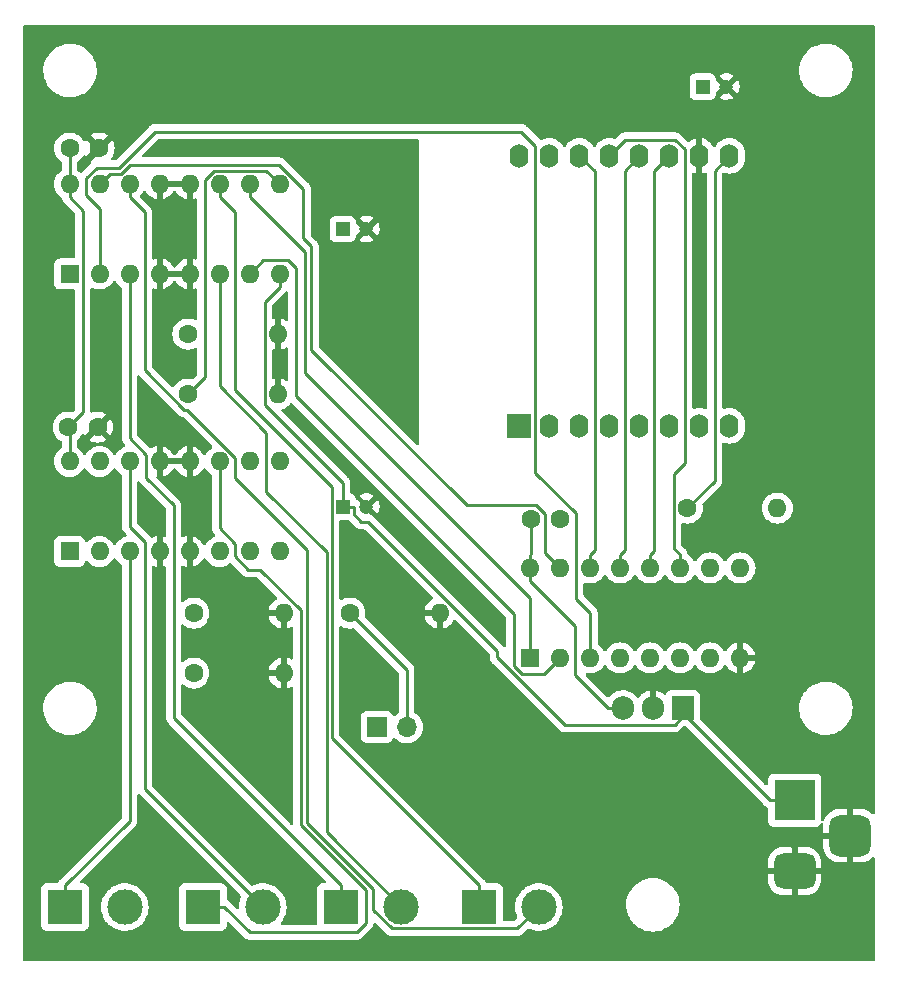
<source format=gtl>
%TF.GenerationSoftware,KiCad,Pcbnew,(6.0.2-0)*%
%TF.CreationDate,2022-08-15T15:03:27+01:00*%
%TF.ProjectId,esp8266_sprinkler_controller,65737038-3236-4365-9f73-7072696e6b6c,rev?*%
%TF.SameCoordinates,Original*%
%TF.FileFunction,Copper,L1,Top*%
%TF.FilePolarity,Positive*%
%FSLAX46Y46*%
G04 Gerber Fmt 4.6, Leading zero omitted, Abs format (unit mm)*
G04 Created by KiCad (PCBNEW (6.0.2-0)) date 2022-08-15 15:03:27*
%MOMM*%
%LPD*%
G01*
G04 APERTURE LIST*
G04 Aperture macros list*
%AMRoundRect*
0 Rectangle with rounded corners*
0 $1 Rounding radius*
0 $2 $3 $4 $5 $6 $7 $8 $9 X,Y pos of 4 corners*
0 Add a 4 corners polygon primitive as box body*
4,1,4,$2,$3,$4,$5,$6,$7,$8,$9,$2,$3,0*
0 Add four circle primitives for the rounded corners*
1,1,$1+$1,$2,$3*
1,1,$1+$1,$4,$5*
1,1,$1+$1,$6,$7*
1,1,$1+$1,$8,$9*
0 Add four rect primitives between the rounded corners*
20,1,$1+$1,$2,$3,$4,$5,0*
20,1,$1+$1,$4,$5,$6,$7,0*
20,1,$1+$1,$6,$7,$8,$9,0*
20,1,$1+$1,$8,$9,$2,$3,0*%
G04 Aperture macros list end*
%TA.AperFunction,ComponentPad*%
%ADD10C,1.600000*%
%TD*%
%TA.AperFunction,ComponentPad*%
%ADD11O,1.600000X1.600000*%
%TD*%
%TA.AperFunction,ComponentPad*%
%ADD12R,1.600000X1.600000*%
%TD*%
%TA.AperFunction,ComponentPad*%
%ADD13R,3.000000X3.000000*%
%TD*%
%TA.AperFunction,ComponentPad*%
%ADD14C,3.000000*%
%TD*%
%TA.AperFunction,ComponentPad*%
%ADD15R,1.200000X1.200000*%
%TD*%
%TA.AperFunction,ComponentPad*%
%ADD16C,1.200000*%
%TD*%
%TA.AperFunction,ComponentPad*%
%ADD17R,2.000000X2.000000*%
%TD*%
%TA.AperFunction,ComponentPad*%
%ADD18O,1.600000X2.000000*%
%TD*%
%TA.AperFunction,ComponentPad*%
%ADD19R,1.905000X2.000000*%
%TD*%
%TA.AperFunction,ComponentPad*%
%ADD20O,1.905000X2.000000*%
%TD*%
%TA.AperFunction,ComponentPad*%
%ADD21R,3.500000X3.500000*%
%TD*%
%TA.AperFunction,ComponentPad*%
%ADD22RoundRect,0.750000X1.000000X-0.750000X1.000000X0.750000X-1.000000X0.750000X-1.000000X-0.750000X0*%
%TD*%
%TA.AperFunction,ComponentPad*%
%ADD23RoundRect,0.875000X0.875000X-0.875000X0.875000X0.875000X-0.875000X0.875000X-0.875000X-0.875000X0*%
%TD*%
%TA.AperFunction,ComponentPad*%
%ADD24R,1.700000X1.700000*%
%TD*%
%TA.AperFunction,ComponentPad*%
%ADD25O,1.700000X1.700000*%
%TD*%
%TA.AperFunction,Conductor*%
%ADD26C,0.250000*%
%TD*%
G04 APERTURE END LIST*
D10*
%TO.P,R3,1*%
%TO.N,Net-(R3-Pad1)*%
X78486000Y-90932000D03*
D11*
%TO.P,R3,2*%
%TO.N,GND*%
X86106000Y-90932000D03*
%TD*%
D12*
%TO.P,U4,1,EN1\u002C2*%
%TO.N,Net-(R3-Pad1)*%
X67960000Y-85715000D03*
D11*
%TO.P,U4,2,1A*%
%TO.N,Net-(U3-Pad7)*%
X70500000Y-85715000D03*
%TO.P,U4,3,1Y*%
%TO.N,Net-(J2-Pad1)*%
X73040000Y-85715000D03*
%TO.P,U4,4,GND*%
%TO.N,GND*%
X75580000Y-85715000D03*
%TO.P,U4,5,GND*%
X78120000Y-85715000D03*
%TO.P,U4,6,2Y*%
%TO.N,Net-(J2-Pad2)*%
X80660000Y-85715000D03*
%TO.P,U4,7,2A*%
%TO.N,Net-(U3-Pad6)*%
X83200000Y-85715000D03*
%TO.P,U4,8,VCC2*%
%TO.N,+9V*%
X85740000Y-85715000D03*
%TO.P,U4,9,EN3\u002C4*%
%TO.N,Net-(R4-Pad1)*%
X85740000Y-78095000D03*
%TO.P,U4,10,3A*%
%TO.N,Net-(U3-Pad5)*%
X83200000Y-78095000D03*
%TO.P,U4,11,3Y*%
%TO.N,Net-(J3-Pad1)*%
X80660000Y-78095000D03*
%TO.P,U4,12,GND*%
%TO.N,GND*%
X78120000Y-78095000D03*
%TO.P,U4,13,GND*%
X75580000Y-78095000D03*
%TO.P,U4,14,4Y*%
%TO.N,Net-(J3-Pad2)*%
X73040000Y-78095000D03*
%TO.P,U4,15,4A*%
%TO.N,Net-(U3-Pad4)*%
X70500000Y-78095000D03*
%TO.P,U4,16,VCC1*%
%TO.N,+5V*%
X67960000Y-78095000D03*
%TD*%
D13*
%TO.P,J2,1,Pin_1*%
%TO.N,Net-(J2-Pad1)*%
X67564000Y-115824000D03*
D14*
%TO.P,J2,2,Pin_2*%
%TO.N,Net-(J2-Pad2)*%
X72644000Y-115824000D03*
%TD*%
D12*
%TO.P,U5,1,EN1\u002C2*%
%TO.N,Net-(R5-Pad1)*%
X67960000Y-62220000D03*
D11*
%TO.P,U5,2,1A*%
%TO.N,Net-(U3-Pad3)*%
X70500000Y-62220000D03*
%TO.P,U5,3,1Y*%
%TO.N,Net-(J4-Pad1)*%
X73040000Y-62220000D03*
%TO.P,U5,4,GND*%
%TO.N,GND*%
X75580000Y-62220000D03*
%TO.P,U5,5,GND*%
X78120000Y-62220000D03*
%TO.P,U5,6,2Y*%
%TO.N,Net-(J4-Pad2)*%
X80660000Y-62220000D03*
%TO.P,U5,7,2A*%
%TO.N,Net-(U3-Pad2)*%
X83200000Y-62220000D03*
%TO.P,U5,8,VCC2*%
%TO.N,+9V*%
X85740000Y-62220000D03*
%TO.P,U5,9,EN3\u002C4*%
%TO.N,Net-(R6-Pad1)*%
X85740000Y-54600000D03*
%TO.P,U5,10,3A*%
%TO.N,Net-(U3-Pad1)*%
X83200000Y-54600000D03*
%TO.P,U5,11,3Y*%
%TO.N,Net-(J5-Pad1)*%
X80660000Y-54600000D03*
%TO.P,U5,12,GND*%
%TO.N,GND*%
X78120000Y-54600000D03*
%TO.P,U5,13,GND*%
X75580000Y-54600000D03*
%TO.P,U5,14,4Y*%
%TO.N,Net-(J5-Pad2)*%
X73040000Y-54600000D03*
%TO.P,U5,15,4A*%
%TO.N,Net-(U3-Pad15)*%
X70500000Y-54600000D03*
%TO.P,U5,16,VCC1*%
%TO.N,+5V*%
X67960000Y-54600000D03*
%TD*%
D15*
%TO.P,C4,1*%
%TO.N,+9V*%
X91102400Y-81915000D03*
D16*
%TO.P,C4,2*%
%TO.N,GND*%
X93102400Y-81915000D03*
%TD*%
D10*
%TO.P,R1,1*%
%TO.N,Net-(R1-Pad1)*%
X91694000Y-90932000D03*
D11*
%TO.P,R1,2*%
%TO.N,GND*%
X99314000Y-90932000D03*
%TD*%
D17*
%TO.P,U2,1,~{RST}*%
%TO.N,unconnected-(U2-Pad1)*%
X106045000Y-75080000D03*
D18*
%TO.P,U2,2,A0*%
%TO.N,unconnected-(U2-Pad2)*%
X108585000Y-75080000D03*
%TO.P,U2,3,D0*%
%TO.N,Net-(SW1-Pad1)*%
X111125000Y-75080000D03*
%TO.P,U2,4,SCK/D5*%
%TO.N,Net-(R3-Pad1)*%
X113665000Y-75080000D03*
%TO.P,U2,5,MISO/D6*%
%TO.N,Net-(R4-Pad1)*%
X116205000Y-75080000D03*
%TO.P,U2,6,MOSI/D7*%
%TO.N,Net-(R5-Pad1)*%
X118745000Y-75080000D03*
%TO.P,U2,7,CS/D8*%
%TO.N,Net-(R6-Pad1)*%
X121285000Y-75080000D03*
%TO.P,U2,8,3V3*%
%TO.N,unconnected-(U2-Pad8)*%
X123825000Y-75080000D03*
%TO.P,U2,9,5V*%
%TO.N,+5V*%
X123825000Y-52220000D03*
%TO.P,U2,10,GND*%
%TO.N,GND*%
X121285000Y-52220000D03*
%TO.P,U2,11,D4*%
%TO.N,Net-(U2-Pad11)*%
X118745000Y-52220000D03*
%TO.P,U2,12,D3*%
%TO.N,Net-(U2-Pad12)*%
X116205000Y-52220000D03*
%TO.P,U2,13,SDA/D2*%
%TO.N,Net-(U2-Pad13)*%
X113665000Y-52220000D03*
%TO.P,U2,14,SCL/D1*%
%TO.N,Net-(U2-Pad14)*%
X111125000Y-52220000D03*
%TO.P,U2,15,RX*%
%TO.N,unconnected-(U2-Pad15)*%
X108585000Y-52220000D03*
%TO.P,U2,16,TX*%
%TO.N,unconnected-(U2-Pad16)*%
X106045000Y-52220000D03*
%TD*%
D10*
%TO.P,R4,1*%
%TO.N,Net-(R4-Pad1)*%
X78486000Y-96012000D03*
D11*
%TO.P,R4,2*%
%TO.N,GND*%
X86106000Y-96012000D03*
%TD*%
D10*
%TO.P,R2,1*%
%TO.N,+5V*%
X120269000Y-82042000D03*
D11*
%TO.P,R2,2*%
%TO.N,Net-(R2-Pad2)*%
X127889000Y-82042000D03*
%TD*%
D12*
%TO.P,U3,1,QB*%
%TO.N,Net-(U3-Pad1)*%
X106949000Y-94732000D03*
D11*
%TO.P,U3,2,QC*%
%TO.N,Net-(U3-Pad2)*%
X109489000Y-94732000D03*
%TO.P,U3,3,QD*%
%TO.N,Net-(U3-Pad3)*%
X112029000Y-94732000D03*
%TO.P,U3,4,QE*%
%TO.N,Net-(U3-Pad4)*%
X114569000Y-94732000D03*
%TO.P,U3,5,QF*%
%TO.N,Net-(U3-Pad5)*%
X117109000Y-94732000D03*
%TO.P,U3,6,QG*%
%TO.N,Net-(U3-Pad6)*%
X119649000Y-94732000D03*
%TO.P,U3,7,QH*%
%TO.N,Net-(U3-Pad7)*%
X122189000Y-94732000D03*
%TO.P,U3,8,GND*%
%TO.N,GND*%
X124729000Y-94732000D03*
%TO.P,U3,9,QH'*%
%TO.N,unconnected-(U3-Pad9)*%
X124729000Y-87112000D03*
%TO.P,U3,10,~{SRCLR}*%
%TO.N,Net-(R2-Pad2)*%
X122189000Y-87112000D03*
%TO.P,U3,11,SRCLK*%
%TO.N,Net-(U2-Pad13)*%
X119649000Y-87112000D03*
%TO.P,U3,12,RCLK*%
%TO.N,Net-(U2-Pad11)*%
X117109000Y-87112000D03*
%TO.P,U3,13,~{OE}*%
%TO.N,Net-(U2-Pad12)*%
X114569000Y-87112000D03*
%TO.P,U3,14,SER*%
%TO.N,Net-(U2-Pad14)*%
X112029000Y-87112000D03*
%TO.P,U3,15,QA*%
%TO.N,Net-(U3-Pad15)*%
X109489000Y-87112000D03*
%TO.P,U3,16,VCC*%
%TO.N,+5V*%
X106949000Y-87112000D03*
%TD*%
D10*
%TO.P,R6,1*%
%TO.N,Net-(R6-Pad1)*%
X77978000Y-72390000D03*
D11*
%TO.P,R6,2*%
%TO.N,GND*%
X85598000Y-72390000D03*
%TD*%
D19*
%TO.P,U1,1,VI*%
%TO.N,+9V*%
X119888000Y-98974000D03*
D20*
%TO.P,U1,2,GND*%
%TO.N,GND*%
X117348000Y-98974000D03*
%TO.P,U1,3,VO*%
%TO.N,+5V*%
X114808000Y-98974000D03*
%TD*%
D13*
%TO.P,J3,1,Pin_1*%
%TO.N,Net-(J3-Pad1)*%
X79248000Y-115824000D03*
D14*
%TO.P,J3,2,Pin_2*%
%TO.N,Net-(J3-Pad2)*%
X84328000Y-115824000D03*
%TD*%
D10*
%TO.P,C2,1*%
%TO.N,+5V*%
X106994000Y-82931000D03*
%TO.P,C2,2*%
%TO.N,GND*%
X109494000Y-82931000D03*
%TD*%
D21*
%TO.P,J1,1*%
%TO.N,+9V*%
X129344500Y-106776000D03*
D22*
%TO.P,J1,2*%
%TO.N,GND*%
X129344500Y-112776000D03*
D23*
%TO.P,J1,3*%
X134044500Y-109776000D03*
%TD*%
D15*
%TO.P,C1,1*%
%TO.N,+5V*%
X121582400Y-46355000D03*
D16*
%TO.P,C1,2*%
%TO.N,GND*%
X123582400Y-46355000D03*
%TD*%
D15*
%TO.P,C6,1*%
%TO.N,+9V*%
X91102400Y-58420000D03*
D16*
%TO.P,C6,2*%
%TO.N,GND*%
X93102400Y-58420000D03*
%TD*%
D10*
%TO.P,C3,1*%
%TO.N,+5V*%
X67838000Y-75184000D03*
%TO.P,C3,2*%
%TO.N,GND*%
X70338000Y-75184000D03*
%TD*%
%TO.P,C5,1*%
%TO.N,+5V*%
X67965000Y-51562000D03*
%TO.P,C5,2*%
%TO.N,GND*%
X70465000Y-51562000D03*
%TD*%
D24*
%TO.P,SW1,1,1*%
%TO.N,Net-(SW1-Pad1)*%
X93980000Y-100584000D03*
D25*
%TO.P,SW1,2,2*%
%TO.N,Net-(R1-Pad1)*%
X96520000Y-100584000D03*
%TD*%
D13*
%TO.P,J4,1,Pin_1*%
%TO.N,Net-(J4-Pad1)*%
X90932000Y-115824000D03*
D14*
%TO.P,J4,2,Pin_2*%
%TO.N,Net-(J4-Pad2)*%
X96012000Y-115824000D03*
%TD*%
D10*
%TO.P,R5,1*%
%TO.N,Net-(R5-Pad1)*%
X77978000Y-67310000D03*
D11*
%TO.P,R5,2*%
%TO.N,GND*%
X85598000Y-67310000D03*
%TD*%
D14*
%TO.P,J5,2,Pin_2*%
%TO.N,Net-(J5-Pad2)*%
X107696000Y-115824000D03*
D13*
%TO.P,J5,1,Pin_1*%
%TO.N,Net-(J5-Pad1)*%
X102616000Y-115824000D03*
%TD*%
D26*
%TO.N,+9V*%
X104167300Y-94130200D02*
X104167300Y-94667700D01*
X85740000Y-63345100D02*
X84470100Y-64615000D01*
X92659200Y-83210400D02*
X93247500Y-83210400D01*
X92027500Y-81915000D02*
X92027500Y-82578700D01*
X119181900Y-100386100D02*
X119888000Y-99680000D01*
X109885700Y-100386100D02*
X119181900Y-100386100D01*
X92027500Y-82578700D02*
X92659200Y-83210400D01*
X91102400Y-79936800D02*
X91102400Y-81915000D01*
X91102400Y-81915000D02*
X92027500Y-81915000D01*
X129344500Y-106776000D02*
X127269400Y-106776000D01*
X104167300Y-94667700D02*
X109885700Y-100386100D01*
X93247500Y-83210400D02*
X104167300Y-94130200D01*
X84470100Y-64615000D02*
X84470100Y-73304500D01*
X85740000Y-62220000D02*
X85740000Y-63345100D01*
X84470100Y-73304500D02*
X91102400Y-79936800D01*
X120173400Y-99680000D02*
X127269400Y-106776000D01*
%TO.N,Net-(J3-Pad1)*%
X81940400Y-85050400D02*
X80660000Y-83770000D01*
X79248000Y-115824000D02*
X81073100Y-115824000D01*
X84107200Y-87265600D02*
X83094900Y-87265600D01*
X87543800Y-90702200D02*
X84107200Y-87265600D01*
X81073100Y-115824000D02*
X83206700Y-117957600D01*
X93065600Y-114361300D02*
X87543800Y-108839500D01*
X92276000Y-117957600D02*
X93065600Y-117168000D01*
X87543800Y-108839500D02*
X87543800Y-90702200D01*
X93065600Y-117168000D02*
X93065600Y-114361300D01*
X83206700Y-117957600D02*
X92276000Y-117957600D01*
X80660000Y-83770000D02*
X80660000Y-78095000D01*
X81940400Y-86111100D02*
X81940400Y-85050400D01*
X83094900Y-87265600D02*
X81940400Y-86111100D01*
%TO.N,Net-(J3-Pad2)*%
X74310000Y-84895200D02*
X73040000Y-83625200D01*
X74310000Y-105806000D02*
X74310000Y-84895200D01*
X84328000Y-115824000D02*
X74310000Y-105806000D01*
X73040000Y-83625200D02*
X73040000Y-78095000D01*
%TO.N,Net-(J2-Pad1)*%
X67564000Y-113998900D02*
X73040000Y-108522900D01*
X73040000Y-108522900D02*
X73040000Y-85715000D01*
X67564000Y-115824000D02*
X67564000Y-113998900D01*
%TO.N,Net-(U2-Pad11)*%
X118745000Y-52220000D02*
X117449600Y-53515400D01*
X117109000Y-85986900D02*
X117109000Y-87112000D01*
X117449600Y-53515400D02*
X117449600Y-85646300D01*
X117449600Y-85646300D02*
X117109000Y-85986900D01*
%TO.N,Net-(U2-Pad12)*%
X114569000Y-85986900D02*
X114569000Y-87112000D01*
X116205000Y-52220000D02*
X114960400Y-53464600D01*
X114960400Y-53464600D02*
X114960400Y-85595500D01*
X114960400Y-85595500D02*
X114569000Y-85986900D01*
%TO.N,Net-(U2-Pad13)*%
X120040400Y-51674200D02*
X119240900Y-50874700D01*
X119123500Y-79175600D02*
X120040400Y-78258700D01*
X119123500Y-85461400D02*
X119123500Y-79175600D01*
X119649000Y-85986900D02*
X119123500Y-85461400D01*
X115010300Y-50874700D02*
X113665000Y-52220000D01*
X119649000Y-87112000D02*
X119649000Y-85986900D01*
X120040400Y-78258700D02*
X120040400Y-51674200D01*
X119240900Y-50874700D02*
X115010300Y-50874700D01*
%TO.N,Net-(U2-Pad14)*%
X112029000Y-85986900D02*
X112029000Y-87112000D01*
X112420400Y-53515400D02*
X112420400Y-85595500D01*
X111125000Y-52220000D02*
X112420400Y-53515400D01*
X112420400Y-85595500D02*
X112029000Y-85986900D01*
%TO.N,Net-(U3-Pad1)*%
X87869400Y-70587800D02*
X87869400Y-60394500D01*
X106949000Y-94732000D02*
X106949000Y-89667400D01*
X83200000Y-54600000D02*
X83200000Y-55725100D01*
X106949000Y-89667400D02*
X87869400Y-70587800D01*
X87869400Y-60394500D02*
X83200000Y-55725100D01*
%TO.N,Net-(U3-Pad2)*%
X106248918Y-96113600D02*
X105562400Y-95427082D01*
X105562400Y-91011800D02*
X87098000Y-72547400D01*
X108107400Y-96113600D02*
X106248918Y-96113600D01*
X86466900Y-61066900D02*
X84353100Y-61066900D01*
X105562400Y-95427082D02*
X105562400Y-91011800D01*
X87098000Y-61698000D02*
X86466900Y-61066900D01*
X109489000Y-94732000D02*
X108107400Y-96113600D01*
X87098000Y-72547400D02*
X87098000Y-61698000D01*
X84353100Y-61066900D02*
X83200000Y-62220000D01*
%TO.N,Net-(U3-Pad3)*%
X69363600Y-55553400D02*
X70500000Y-56689800D01*
X69363600Y-54132700D02*
X69363600Y-55553400D01*
X72112000Y-53243200D02*
X70253100Y-53243200D01*
X70253100Y-53243200D02*
X69363600Y-54132700D01*
X107391200Y-79044800D02*
X107391200Y-51358800D01*
X70500000Y-56689800D02*
X70500000Y-62220000D01*
X106199380Y-50166980D02*
X75188220Y-50166980D01*
X107391200Y-51358800D02*
X106199380Y-50166980D01*
X112029000Y-90917100D02*
X110840700Y-89728800D01*
X110840700Y-89728800D02*
X110840700Y-82494300D01*
X75188220Y-50166980D02*
X72112000Y-53243200D01*
X110840700Y-82494300D02*
X107391200Y-79044800D01*
X112029000Y-94732000D02*
X112029000Y-90917100D01*
%TO.N,Net-(U3-Pad15)*%
X70500000Y-54600000D02*
X71353600Y-53746400D01*
X101581989Y-81806489D02*
X107459789Y-81806489D01*
X108204000Y-85827000D02*
X109489000Y-87112000D01*
X108204000Y-82550700D02*
X108204000Y-85827000D01*
X85728400Y-52991000D02*
X87737600Y-55000200D01*
X72302500Y-53746400D02*
X73057900Y-52991000D01*
X87737600Y-55000200D02*
X87737600Y-59198200D01*
X107459789Y-81806489D02*
X108204000Y-82550700D01*
X73057900Y-52991000D02*
X85728400Y-52991000D01*
X71353600Y-53746400D02*
X72302500Y-53746400D01*
X87737600Y-59198200D02*
X88411200Y-59871800D01*
X88411200Y-59871800D02*
X88411200Y-68635700D01*
X88411200Y-68635700D02*
X101581989Y-81806489D01*
%TO.N,+5V*%
X67960000Y-55725100D02*
X69085200Y-56850300D01*
X69085200Y-73936800D02*
X67838000Y-75184000D01*
X106994000Y-82931000D02*
X106994000Y-85941900D01*
X114808000Y-98974000D02*
X113530400Y-98974000D01*
X67960000Y-51567000D02*
X67960000Y-54600000D01*
X106949000Y-87112000D02*
X106949000Y-85986900D01*
X69085200Y-56850300D02*
X69085200Y-73936800D01*
X67960000Y-75306000D02*
X67960000Y-78095000D01*
X122580400Y-53464600D02*
X123825000Y-52220000D01*
X106949000Y-87112000D02*
X106949000Y-88237100D01*
X113530400Y-98974000D02*
X110759000Y-96202600D01*
X122580400Y-79730600D02*
X122580400Y-53464600D01*
X110759000Y-96202600D02*
X110759000Y-92047100D01*
X110759000Y-92047100D02*
X106949000Y-88237100D01*
X120269000Y-82042000D02*
X122580400Y-79730600D01*
X106994000Y-85941900D02*
X106949000Y-85986900D01*
X67960000Y-54600000D02*
X67960000Y-55725100D01*
%TO.N,Net-(R6-Pad1)*%
X80181700Y-53469900D02*
X79390000Y-54261600D01*
X79390000Y-70978000D02*
X77978000Y-72390000D01*
X79390000Y-54261600D02*
X79390000Y-70978000D01*
X85740000Y-54600000D02*
X84609900Y-53469900D01*
X84609900Y-53469900D02*
X80181700Y-53469900D01*
%TO.N,Net-(R1-Pad1)*%
X91694000Y-90932000D02*
X96520000Y-95758000D01*
X96520000Y-95758000D02*
X96520000Y-100584000D01*
%TO.N,Net-(J4-Pad1)*%
X90932000Y-115797000D02*
X90932000Y-113971900D01*
X76776500Y-99816400D02*
X76776500Y-81826500D01*
X73040000Y-76150000D02*
X73040000Y-62220000D01*
X74454800Y-79504800D02*
X74454800Y-77564800D01*
X74454800Y-77564800D02*
X73040000Y-76150000D01*
X76776500Y-81826500D02*
X74454800Y-79504800D01*
X90932000Y-113971900D02*
X76776500Y-99816400D01*
%TO.N,Net-(J4-Pad2)*%
X84604100Y-75650800D02*
X80660000Y-71706700D01*
X84604100Y-80654700D02*
X84604100Y-75650800D01*
X96012000Y-115797000D02*
X89727000Y-109512000D01*
X89727000Y-85777600D02*
X84604100Y-80654700D01*
X89727000Y-109512000D02*
X89727000Y-85777600D01*
X80660000Y-71706700D02*
X80660000Y-62220000D01*
%TO.N,Net-(J5-Pad1)*%
X81930000Y-56995100D02*
X80660000Y-55725100D01*
X80660000Y-54600000D02*
X80660000Y-55725100D01*
X90177200Y-101533100D02*
X90177200Y-80269200D01*
X81930000Y-72022000D02*
X81930000Y-56995100D01*
X90177200Y-80269200D02*
X81930000Y-72022000D01*
X102616000Y-113971900D02*
X90177200Y-101533100D01*
X102616000Y-115797000D02*
X102616000Y-113971900D01*
%TO.N,Net-(J5-Pad2)*%
X81930000Y-79517300D02*
X81930000Y-77766100D01*
X93675200Y-116062700D02*
X93675200Y-114334200D01*
X77656700Y-73707800D02*
X74310000Y-70361100D01*
X93675200Y-114334200D02*
X88048500Y-108707500D01*
X88048500Y-108707500D02*
X88048500Y-85635800D01*
X73040000Y-55725100D02*
X73040000Y-54600000D01*
X107696000Y-115797000D02*
X105870800Y-117622200D01*
X74310000Y-70361100D02*
X74310000Y-56995100D01*
X81930000Y-77766100D02*
X77871700Y-73707800D01*
X105870800Y-117622200D02*
X95234700Y-117622200D01*
X74310000Y-56995100D02*
X73040000Y-55725100D01*
X77871700Y-73707800D02*
X77656700Y-73707800D01*
X88048500Y-85635800D02*
X81930000Y-79517300D01*
X95234700Y-117622200D02*
X93675200Y-116062700D01*
%TD*%
%TA.AperFunction,Conductor*%
%TO.N,GND*%
G36*
X136086121Y-41168002D02*
G01*
X136132614Y-41221658D01*
X136144000Y-41274000D01*
X136144000Y-107862863D01*
X136123998Y-107930984D01*
X136070342Y-107977477D01*
X136000068Y-107987581D01*
X135935488Y-107958087D01*
X135921690Y-107944106D01*
X135904398Y-107923607D01*
X135896892Y-107916101D01*
X135725649Y-107771646D01*
X135716960Y-107765493D01*
X135523838Y-107651962D01*
X135514240Y-107647364D01*
X135304746Y-107567994D01*
X135294518Y-107565080D01*
X135073689Y-107521955D01*
X135065045Y-107520882D01*
X135013516Y-107518091D01*
X135010130Y-107518000D01*
X134316615Y-107518000D01*
X134301376Y-107522475D01*
X134300171Y-107523865D01*
X134298500Y-107531548D01*
X134298500Y-112015885D01*
X134302975Y-112031124D01*
X134304365Y-112032329D01*
X134312048Y-112034000D01*
X135010131Y-112034000D01*
X135013516Y-112033909D01*
X135065045Y-112031118D01*
X135073689Y-112030045D01*
X135294518Y-111986920D01*
X135304746Y-111984006D01*
X135514240Y-111904636D01*
X135523838Y-111900038D01*
X135716960Y-111786507D01*
X135725649Y-111780354D01*
X135896892Y-111635899D01*
X135904398Y-111628393D01*
X135921690Y-111607894D01*
X135980902Y-111568722D01*
X136051892Y-111567781D01*
X136112122Y-111605369D01*
X136142469Y-111669553D01*
X136144000Y-111689137D01*
X136144000Y-120270000D01*
X136123998Y-120338121D01*
X136070342Y-120384614D01*
X136018000Y-120396000D01*
X64134000Y-120396000D01*
X64065879Y-120375998D01*
X64019386Y-120322342D01*
X64008000Y-120270000D01*
X64008000Y-117372134D01*
X65555500Y-117372134D01*
X65562255Y-117434316D01*
X65613385Y-117570705D01*
X65700739Y-117687261D01*
X65817295Y-117774615D01*
X65953684Y-117825745D01*
X66015866Y-117832500D01*
X69112134Y-117832500D01*
X69174316Y-117825745D01*
X69310705Y-117774615D01*
X69427261Y-117687261D01*
X69514615Y-117570705D01*
X69565745Y-117434316D01*
X69572500Y-117372134D01*
X69572500Y-115802918D01*
X70630917Y-115802918D01*
X70646682Y-116076320D01*
X70647507Y-116080525D01*
X70647508Y-116080533D01*
X70658127Y-116134657D01*
X70699405Y-116345053D01*
X70700792Y-116349103D01*
X70700793Y-116349108D01*
X70752505Y-116500145D01*
X70788112Y-116604144D01*
X70790039Y-116607975D01*
X70909133Y-116844768D01*
X70911160Y-116848799D01*
X70913586Y-116852328D01*
X70913589Y-116852334D01*
X70999486Y-116977314D01*
X71066274Y-117074490D01*
X71069161Y-117077663D01*
X71069162Y-117077664D01*
X71178750Y-117198100D01*
X71250582Y-117277043D01*
X71253877Y-117279798D01*
X71253878Y-117279799D01*
X71293244Y-117312714D01*
X71460675Y-117452707D01*
X71464316Y-117454991D01*
X71689024Y-117595951D01*
X71689028Y-117595953D01*
X71692664Y-117598234D01*
X71760544Y-117628883D01*
X71938345Y-117709164D01*
X71938349Y-117709166D01*
X71942257Y-117710930D01*
X71946377Y-117712150D01*
X71946376Y-117712150D01*
X72200723Y-117787491D01*
X72200727Y-117787492D01*
X72204836Y-117788709D01*
X72209070Y-117789357D01*
X72209075Y-117789358D01*
X72471298Y-117829483D01*
X72471300Y-117829483D01*
X72475540Y-117830132D01*
X72614912Y-117832322D01*
X72745071Y-117834367D01*
X72745077Y-117834367D01*
X72749362Y-117834434D01*
X73021235Y-117801534D01*
X73286127Y-117732041D01*
X73290087Y-117730401D01*
X73290092Y-117730399D01*
X73425953Y-117674123D01*
X73539136Y-117627241D01*
X73775582Y-117489073D01*
X73991089Y-117320094D01*
X74006591Y-117304098D01*
X74166220Y-117139373D01*
X74181669Y-117123431D01*
X74184202Y-117119983D01*
X74184206Y-117119978D01*
X74341257Y-116906178D01*
X74343795Y-116902723D01*
X74371154Y-116852334D01*
X74472418Y-116665830D01*
X74472419Y-116665828D01*
X74474468Y-116662054D01*
X74571269Y-116405877D01*
X74632407Y-116138933D01*
X74656751Y-115866161D01*
X74657193Y-115824000D01*
X74655465Y-115798648D01*
X74638859Y-115555055D01*
X74638858Y-115555049D01*
X74638567Y-115550778D01*
X74583032Y-115282612D01*
X74491617Y-115024465D01*
X74366013Y-114781112D01*
X74360255Y-114772918D01*
X74256640Y-114625490D01*
X74208545Y-114557057D01*
X74022125Y-114356445D01*
X74018810Y-114353731D01*
X74018806Y-114353728D01*
X73857304Y-114221540D01*
X73810205Y-114182990D01*
X73576704Y-114039901D01*
X73572768Y-114038173D01*
X73329873Y-113931549D01*
X73329869Y-113931548D01*
X73325945Y-113929825D01*
X73062566Y-113854800D01*
X73058324Y-113854196D01*
X73058318Y-113854195D01*
X72853387Y-113825029D01*
X72791443Y-113816213D01*
X72647589Y-113815460D01*
X72521877Y-113814802D01*
X72521871Y-113814802D01*
X72517591Y-113814780D01*
X72513347Y-113815339D01*
X72513343Y-113815339D01*
X72439741Y-113825029D01*
X72246078Y-113850525D01*
X72241938Y-113851658D01*
X72241936Y-113851658D01*
X72174037Y-113870233D01*
X71981928Y-113922788D01*
X71977980Y-113924472D01*
X71733982Y-114028546D01*
X71733978Y-114028548D01*
X71730030Y-114030232D01*
X71710125Y-114042145D01*
X71498725Y-114168664D01*
X71498721Y-114168667D01*
X71495043Y-114170868D01*
X71281318Y-114342094D01*
X71264717Y-114359588D01*
X71125748Y-114506031D01*
X71092808Y-114540742D01*
X70933002Y-114763136D01*
X70804857Y-115005161D01*
X70803385Y-115009184D01*
X70803383Y-115009188D01*
X70714670Y-115251605D01*
X70710743Y-115262337D01*
X70652404Y-115529907D01*
X70630917Y-115802918D01*
X69572500Y-115802918D01*
X69572500Y-114275866D01*
X69565745Y-114213684D01*
X69514615Y-114077295D01*
X69427261Y-113960739D01*
X69310705Y-113873385D01*
X69174316Y-113822255D01*
X69112134Y-113815500D01*
X68947494Y-113815500D01*
X68879373Y-113795498D01*
X68832880Y-113741842D01*
X68822776Y-113671568D01*
X68852270Y-113606988D01*
X68858399Y-113600405D01*
X73432247Y-109026557D01*
X73440537Y-109019013D01*
X73447018Y-109014900D01*
X73493659Y-108965232D01*
X73496413Y-108962391D01*
X73516134Y-108942670D01*
X73518612Y-108939475D01*
X73526318Y-108930453D01*
X73551158Y-108904001D01*
X73556586Y-108898221D01*
X73566346Y-108880468D01*
X73577199Y-108863945D01*
X73584753Y-108854206D01*
X73589613Y-108847941D01*
X73607176Y-108807357D01*
X73612383Y-108796727D01*
X73633695Y-108757960D01*
X73635666Y-108750283D01*
X73635668Y-108750278D01*
X73638732Y-108738342D01*
X73645138Y-108719630D01*
X73650034Y-108708317D01*
X73653181Y-108701045D01*
X73660097Y-108657381D01*
X73662504Y-108645760D01*
X73671528Y-108610611D01*
X73671528Y-108610610D01*
X73673500Y-108602930D01*
X73673500Y-108582669D01*
X73675051Y-108562958D01*
X73676723Y-108552405D01*
X73678219Y-108542957D01*
X73674059Y-108498946D01*
X73673500Y-108487089D01*
X73673500Y-106369594D01*
X73693502Y-106301473D01*
X73747158Y-106254980D01*
X73817432Y-106244876D01*
X73882012Y-106274370D01*
X73888595Y-106280499D01*
X82466168Y-114858072D01*
X82500194Y-114920384D01*
X82495129Y-114991199D01*
X82492178Y-114998420D01*
X82490866Y-115001367D01*
X82488857Y-115005161D01*
X82422144Y-115187460D01*
X82403721Y-115237805D01*
X82394743Y-115262337D01*
X82336404Y-115529907D01*
X82314917Y-115802918D01*
X82315164Y-115807198D01*
X82318329Y-115862090D01*
X82302282Y-115931249D01*
X82251391Y-115980753D01*
X82181816Y-115994886D01*
X82115644Y-115969160D01*
X82103443Y-115958438D01*
X81576752Y-115431747D01*
X81569212Y-115423461D01*
X81565100Y-115416982D01*
X81515448Y-115370356D01*
X81512607Y-115367602D01*
X81492870Y-115347865D01*
X81489673Y-115345385D01*
X81480651Y-115337680D01*
X81454200Y-115312841D01*
X81448421Y-115307414D01*
X81441475Y-115303595D01*
X81441472Y-115303593D01*
X81430666Y-115297652D01*
X81414147Y-115286801D01*
X81408746Y-115282612D01*
X81398141Y-115274386D01*
X81390872Y-115271241D01*
X81390868Y-115271238D01*
X81357563Y-115256826D01*
X81346913Y-115251609D01*
X81321799Y-115237803D01*
X81271741Y-115187460D01*
X81256500Y-115127389D01*
X81256500Y-114275866D01*
X81249745Y-114213684D01*
X81198615Y-114077295D01*
X81111261Y-113960739D01*
X80994705Y-113873385D01*
X80858316Y-113822255D01*
X80796134Y-113815500D01*
X77699866Y-113815500D01*
X77637684Y-113822255D01*
X77501295Y-113873385D01*
X77384739Y-113960739D01*
X77297385Y-114077295D01*
X77246255Y-114213684D01*
X77239500Y-114275866D01*
X77239500Y-117372134D01*
X77246255Y-117434316D01*
X77297385Y-117570705D01*
X77384739Y-117687261D01*
X77501295Y-117774615D01*
X77637684Y-117825745D01*
X77699866Y-117832500D01*
X80796134Y-117832500D01*
X80858316Y-117825745D01*
X80994705Y-117774615D01*
X81111261Y-117687261D01*
X81198615Y-117570705D01*
X81249745Y-117434316D01*
X81256500Y-117372134D01*
X81256500Y-117207494D01*
X81276502Y-117139373D01*
X81330158Y-117092880D01*
X81400432Y-117082776D01*
X81465012Y-117112270D01*
X81471593Y-117118397D01*
X82122424Y-117769229D01*
X82703048Y-118349853D01*
X82710588Y-118358139D01*
X82714700Y-118364618D01*
X82720477Y-118370043D01*
X82764351Y-118411243D01*
X82767193Y-118413998D01*
X82786930Y-118433735D01*
X82790127Y-118436215D01*
X82799147Y-118443918D01*
X82831379Y-118474186D01*
X82838325Y-118478005D01*
X82838328Y-118478007D01*
X82849134Y-118483948D01*
X82865653Y-118494799D01*
X82881659Y-118507214D01*
X82888928Y-118510359D01*
X82888932Y-118510362D01*
X82922237Y-118524774D01*
X82932887Y-118529991D01*
X82971640Y-118551295D01*
X82979315Y-118553266D01*
X82979316Y-118553266D01*
X82991262Y-118556333D01*
X83009967Y-118562737D01*
X83028555Y-118570781D01*
X83036378Y-118572020D01*
X83036388Y-118572023D01*
X83072224Y-118577699D01*
X83083844Y-118580105D01*
X83115659Y-118588273D01*
X83126670Y-118591100D01*
X83146924Y-118591100D01*
X83166634Y-118592651D01*
X83186643Y-118595820D01*
X83194535Y-118595074D01*
X83213280Y-118593302D01*
X83230662Y-118591659D01*
X83242519Y-118591100D01*
X92197233Y-118591100D01*
X92208416Y-118591627D01*
X92215909Y-118593302D01*
X92223835Y-118593053D01*
X92223836Y-118593053D01*
X92283986Y-118591162D01*
X92287945Y-118591100D01*
X92315856Y-118591100D01*
X92319791Y-118590603D01*
X92319856Y-118590595D01*
X92331693Y-118589662D01*
X92363951Y-118588648D01*
X92367970Y-118588522D01*
X92375889Y-118588273D01*
X92395343Y-118582621D01*
X92414700Y-118578613D01*
X92426930Y-118577068D01*
X92426931Y-118577068D01*
X92434797Y-118576074D01*
X92442168Y-118573155D01*
X92442170Y-118573155D01*
X92475912Y-118559796D01*
X92487142Y-118555951D01*
X92521983Y-118545829D01*
X92521984Y-118545829D01*
X92529593Y-118543618D01*
X92536412Y-118539585D01*
X92536417Y-118539583D01*
X92547028Y-118533307D01*
X92564776Y-118524612D01*
X92583617Y-118517152D01*
X92619387Y-118491164D01*
X92629307Y-118484648D01*
X92660535Y-118466180D01*
X92660538Y-118466178D01*
X92667362Y-118462142D01*
X92681683Y-118447821D01*
X92696717Y-118434980D01*
X92706694Y-118427731D01*
X92713107Y-118423072D01*
X92718158Y-118416967D01*
X92718163Y-118416962D01*
X92741299Y-118388996D01*
X92749287Y-118380218D01*
X93457853Y-117671652D01*
X93466139Y-117664112D01*
X93472618Y-117660000D01*
X93519244Y-117610348D01*
X93521998Y-117607507D01*
X93541735Y-117587770D01*
X93544215Y-117584573D01*
X93551920Y-117575551D01*
X93576759Y-117549100D01*
X93582186Y-117543321D01*
X93586005Y-117536375D01*
X93586007Y-117536372D01*
X93591948Y-117525566D01*
X93602799Y-117509047D01*
X93610358Y-117499301D01*
X93615214Y-117493041D01*
X93618359Y-117485772D01*
X93618362Y-117485768D01*
X93632774Y-117452463D01*
X93637991Y-117441813D01*
X93659295Y-117403060D01*
X93664333Y-117383437D01*
X93670737Y-117364734D01*
X93675633Y-117353420D01*
X93675633Y-117353419D01*
X93678781Y-117346145D01*
X93680020Y-117338322D01*
X93680023Y-117338312D01*
X93685699Y-117302476D01*
X93688105Y-117290856D01*
X93698411Y-117250714D01*
X93734725Y-117189707D01*
X93798256Y-117158018D01*
X93868835Y-117165706D01*
X93909545Y-117192950D01*
X94731059Y-118014464D01*
X94738588Y-118022738D01*
X94742700Y-118029218D01*
X94748477Y-118034643D01*
X94792351Y-118075843D01*
X94795193Y-118078598D01*
X94814930Y-118098335D01*
X94818127Y-118100815D01*
X94827147Y-118108518D01*
X94859379Y-118138786D01*
X94866325Y-118142605D01*
X94866328Y-118142607D01*
X94877134Y-118148548D01*
X94893653Y-118159399D01*
X94909659Y-118171814D01*
X94916928Y-118174959D01*
X94916932Y-118174962D01*
X94950237Y-118189374D01*
X94960887Y-118194591D01*
X94999640Y-118215895D01*
X95007315Y-118217866D01*
X95007316Y-118217866D01*
X95019262Y-118220933D01*
X95037967Y-118227337D01*
X95056555Y-118235381D01*
X95064378Y-118236620D01*
X95064388Y-118236623D01*
X95100224Y-118242299D01*
X95111844Y-118244705D01*
X95143659Y-118252873D01*
X95154670Y-118255700D01*
X95174924Y-118255700D01*
X95194634Y-118257251D01*
X95214643Y-118260420D01*
X95222535Y-118259674D01*
X95241280Y-118257902D01*
X95258662Y-118256259D01*
X95270519Y-118255700D01*
X105792033Y-118255700D01*
X105803216Y-118256227D01*
X105810709Y-118257902D01*
X105818635Y-118257653D01*
X105818636Y-118257653D01*
X105878786Y-118255762D01*
X105882745Y-118255700D01*
X105910656Y-118255700D01*
X105914591Y-118255203D01*
X105914656Y-118255195D01*
X105926493Y-118254262D01*
X105958751Y-118253248D01*
X105962770Y-118253122D01*
X105970689Y-118252873D01*
X105990143Y-118247221D01*
X106009500Y-118243213D01*
X106021730Y-118241668D01*
X106021731Y-118241668D01*
X106029597Y-118240674D01*
X106036968Y-118237755D01*
X106036970Y-118237755D01*
X106070712Y-118224396D01*
X106081942Y-118220551D01*
X106116783Y-118210429D01*
X106116784Y-118210429D01*
X106124393Y-118208218D01*
X106131212Y-118204185D01*
X106131217Y-118204183D01*
X106141828Y-118197907D01*
X106159576Y-118189212D01*
X106178417Y-118181752D01*
X106214187Y-118155764D01*
X106224107Y-118149248D01*
X106255335Y-118130780D01*
X106255338Y-118130778D01*
X106262162Y-118126742D01*
X106276483Y-118112421D01*
X106291517Y-118099580D01*
X106301494Y-118092331D01*
X106307907Y-118087672D01*
X106336098Y-118053595D01*
X106344088Y-118044816D01*
X106714781Y-117674123D01*
X106777093Y-117640097D01*
X106847908Y-117645162D01*
X106855724Y-117648380D01*
X106892544Y-117665005D01*
X106990345Y-117709164D01*
X106990349Y-117709166D01*
X106994257Y-117710930D01*
X106998377Y-117712150D01*
X106998376Y-117712150D01*
X107252723Y-117787491D01*
X107252727Y-117787492D01*
X107256836Y-117788709D01*
X107261070Y-117789357D01*
X107261075Y-117789358D01*
X107523298Y-117829483D01*
X107523300Y-117829483D01*
X107527540Y-117830132D01*
X107666912Y-117832322D01*
X107797071Y-117834367D01*
X107797077Y-117834367D01*
X107801362Y-117834434D01*
X108073235Y-117801534D01*
X108338127Y-117732041D01*
X108342087Y-117730401D01*
X108342092Y-117730399D01*
X108477953Y-117674123D01*
X108591136Y-117627241D01*
X108827582Y-117489073D01*
X109043089Y-117320094D01*
X109058591Y-117304098D01*
X109218220Y-117139373D01*
X109233669Y-117123431D01*
X109236202Y-117119983D01*
X109236206Y-117119978D01*
X109393257Y-116906178D01*
X109395795Y-116902723D01*
X109423154Y-116852334D01*
X109524418Y-116665830D01*
X109524419Y-116665828D01*
X109526468Y-116662054D01*
X109623269Y-116405877D01*
X109684407Y-116138933D01*
X109708751Y-115866161D01*
X109709193Y-115824000D01*
X109707465Y-115798648D01*
X109696241Y-115634000D01*
X115084654Y-115634000D01*
X115084924Y-115638119D01*
X115099604Y-115862090D01*
X115104017Y-115929426D01*
X115104819Y-115933459D01*
X115104820Y-115933465D01*
X115117038Y-115994886D01*
X115161776Y-116219797D01*
X115163103Y-116223706D01*
X115163104Y-116223710D01*
X115205671Y-116349108D01*
X115256941Y-116500145D01*
X115387885Y-116765673D01*
X115390179Y-116769106D01*
X115536907Y-116988700D01*
X115552367Y-117011838D01*
X115555081Y-117014932D01*
X115555085Y-117014938D01*
X115680564Y-117158018D01*
X115747573Y-117234427D01*
X115750662Y-117237136D01*
X115967062Y-117426915D01*
X115967068Y-117426919D01*
X115970162Y-117429633D01*
X115973588Y-117431922D01*
X115973593Y-117431926D01*
X116100741Y-117516883D01*
X116216327Y-117594115D01*
X116220026Y-117595939D01*
X116220031Y-117595942D01*
X116286829Y-117628883D01*
X116481855Y-117725059D01*
X116485760Y-117726384D01*
X116485761Y-117726385D01*
X116758290Y-117818896D01*
X116758294Y-117818897D01*
X116762203Y-117820224D01*
X116766247Y-117821028D01*
X116766253Y-117821030D01*
X117048535Y-117877180D01*
X117048541Y-117877181D01*
X117052574Y-117877983D01*
X117056679Y-117878252D01*
X117056686Y-117878253D01*
X117343881Y-117897076D01*
X117348000Y-117897346D01*
X117352119Y-117897076D01*
X117639314Y-117878253D01*
X117639321Y-117878252D01*
X117643426Y-117877983D01*
X117647459Y-117877181D01*
X117647465Y-117877180D01*
X117929747Y-117821030D01*
X117929753Y-117821028D01*
X117933797Y-117820224D01*
X117937706Y-117818897D01*
X117937710Y-117818896D01*
X118210239Y-117726385D01*
X118210240Y-117726384D01*
X118214145Y-117725059D01*
X118409171Y-117628883D01*
X118475969Y-117595942D01*
X118475974Y-117595939D01*
X118479673Y-117594115D01*
X118595259Y-117516883D01*
X118722407Y-117431926D01*
X118722412Y-117431922D01*
X118725838Y-117429633D01*
X118728932Y-117426919D01*
X118728938Y-117426915D01*
X118945338Y-117237136D01*
X118948427Y-117234427D01*
X119015436Y-117158018D01*
X119140915Y-117014938D01*
X119140919Y-117014932D01*
X119143633Y-117011838D01*
X119159094Y-116988700D01*
X119305821Y-116769106D01*
X119308115Y-116765673D01*
X119439059Y-116500145D01*
X119490329Y-116349108D01*
X119532896Y-116223710D01*
X119532897Y-116223706D01*
X119534224Y-116219797D01*
X119578962Y-115994886D01*
X119591180Y-115933465D01*
X119591181Y-115933459D01*
X119591983Y-115929426D01*
X119596397Y-115862090D01*
X119611076Y-115638119D01*
X119611346Y-115634000D01*
X119606172Y-115555055D01*
X119592253Y-115342686D01*
X119592252Y-115342679D01*
X119591983Y-115338574D01*
X119586865Y-115312841D01*
X119535030Y-115052253D01*
X119535028Y-115052247D01*
X119534224Y-115048203D01*
X119519614Y-115005161D01*
X119440385Y-114771761D01*
X119440384Y-114771760D01*
X119439059Y-114767855D01*
X119366122Y-114619954D01*
X119309942Y-114506031D01*
X119309939Y-114506026D01*
X119308115Y-114502327D01*
X119210640Y-114356445D01*
X119145926Y-114259593D01*
X119145922Y-114259588D01*
X119143633Y-114256162D01*
X119140919Y-114253068D01*
X119140915Y-114253062D01*
X118951136Y-114036662D01*
X118948427Y-114033573D01*
X118910530Y-114000338D01*
X118728938Y-113841085D01*
X118728932Y-113841081D01*
X118725838Y-113838367D01*
X118722412Y-113836078D01*
X118722407Y-113836074D01*
X118483106Y-113676179D01*
X118479673Y-113673885D01*
X118475974Y-113672061D01*
X118475969Y-113672058D01*
X118330670Y-113600405D01*
X118301381Y-113585961D01*
X127086501Y-113585961D01*
X127086709Y-113591071D01*
X127097582Y-113724767D01*
X127099352Y-113735320D01*
X127152467Y-113942185D01*
X127156201Y-113952731D01*
X127245010Y-114146705D01*
X127250546Y-114156412D01*
X127372303Y-114331597D01*
X127379476Y-114340176D01*
X127530324Y-114491024D01*
X127538903Y-114498197D01*
X127714088Y-114619954D01*
X127723795Y-114625490D01*
X127917769Y-114714299D01*
X127928315Y-114718033D01*
X128135179Y-114771147D01*
X128145734Y-114772918D01*
X128279430Y-114783793D01*
X128284536Y-114784000D01*
X129072385Y-114784000D01*
X129087624Y-114779525D01*
X129088829Y-114778135D01*
X129090500Y-114770452D01*
X129090500Y-114765884D01*
X129598500Y-114765884D01*
X129602975Y-114781123D01*
X129604365Y-114782328D01*
X129612048Y-114783999D01*
X130404461Y-114783999D01*
X130409571Y-114783791D01*
X130543267Y-114772918D01*
X130553820Y-114771148D01*
X130760685Y-114718033D01*
X130771231Y-114714299D01*
X130965205Y-114625490D01*
X130974912Y-114619954D01*
X131150097Y-114498197D01*
X131158676Y-114491024D01*
X131309524Y-114340176D01*
X131316697Y-114331597D01*
X131438454Y-114156412D01*
X131443990Y-114146705D01*
X131532799Y-113952731D01*
X131536533Y-113942185D01*
X131589647Y-113735321D01*
X131591418Y-113724766D01*
X131602293Y-113591070D01*
X131602500Y-113585964D01*
X131602500Y-113048115D01*
X131598025Y-113032876D01*
X131596635Y-113031671D01*
X131588952Y-113030000D01*
X129616615Y-113030000D01*
X129601376Y-113034475D01*
X129600171Y-113035865D01*
X129598500Y-113043548D01*
X129598500Y-114765884D01*
X129090500Y-114765884D01*
X129090500Y-113048115D01*
X129086025Y-113032876D01*
X129084635Y-113031671D01*
X129076952Y-113030000D01*
X127104616Y-113030000D01*
X127089377Y-113034475D01*
X127088172Y-113035865D01*
X127086501Y-113043548D01*
X127086501Y-113585961D01*
X118301381Y-113585961D01*
X118214145Y-113542941D01*
X118124990Y-113512677D01*
X117937710Y-113449104D01*
X117937706Y-113449103D01*
X117933797Y-113447776D01*
X117929753Y-113446972D01*
X117929747Y-113446970D01*
X117647465Y-113390820D01*
X117647459Y-113390819D01*
X117643426Y-113390017D01*
X117639321Y-113389748D01*
X117639314Y-113389747D01*
X117352119Y-113370924D01*
X117348000Y-113370654D01*
X117343881Y-113370924D01*
X117056686Y-113389747D01*
X117056679Y-113389748D01*
X117052574Y-113390017D01*
X117048541Y-113390819D01*
X117048535Y-113390820D01*
X116766253Y-113446970D01*
X116766247Y-113446972D01*
X116762203Y-113447776D01*
X116758294Y-113449103D01*
X116758290Y-113449104D01*
X116571010Y-113512677D01*
X116481855Y-113542941D01*
X116365330Y-113600405D01*
X116220031Y-113672058D01*
X116220026Y-113672061D01*
X116216327Y-113673885D01*
X116212894Y-113676179D01*
X115973593Y-113836074D01*
X115973588Y-113836078D01*
X115970162Y-113838367D01*
X115967068Y-113841081D01*
X115967062Y-113841085D01*
X115785470Y-114000338D01*
X115747573Y-114033573D01*
X115744864Y-114036662D01*
X115555085Y-114253062D01*
X115555081Y-114253068D01*
X115552367Y-114256162D01*
X115550078Y-114259588D01*
X115550074Y-114259593D01*
X115485360Y-114356445D01*
X115387885Y-114502327D01*
X115386061Y-114506026D01*
X115386058Y-114506031D01*
X115329878Y-114619954D01*
X115256941Y-114767855D01*
X115255616Y-114771760D01*
X115255615Y-114771761D01*
X115176387Y-115005161D01*
X115161776Y-115048203D01*
X115160972Y-115052247D01*
X115160970Y-115052253D01*
X115109136Y-115312841D01*
X115104017Y-115338574D01*
X115103748Y-115342679D01*
X115103747Y-115342686D01*
X115089828Y-115555055D01*
X115084654Y-115634000D01*
X109696241Y-115634000D01*
X109690859Y-115555055D01*
X109690858Y-115555049D01*
X109690567Y-115550778D01*
X109635032Y-115282612D01*
X109543617Y-115024465D01*
X109418013Y-114781112D01*
X109412255Y-114772918D01*
X109308640Y-114625490D01*
X109260545Y-114557057D01*
X109074125Y-114356445D01*
X109070810Y-114353731D01*
X109070806Y-114353728D01*
X108909304Y-114221540D01*
X108862205Y-114182990D01*
X108628704Y-114039901D01*
X108624768Y-114038173D01*
X108381873Y-113931549D01*
X108381869Y-113931548D01*
X108377945Y-113929825D01*
X108114566Y-113854800D01*
X108110324Y-113854196D01*
X108110318Y-113854195D01*
X107905387Y-113825029D01*
X107843443Y-113816213D01*
X107699589Y-113815460D01*
X107573877Y-113814802D01*
X107573871Y-113814802D01*
X107569591Y-113814780D01*
X107565347Y-113815339D01*
X107565343Y-113815339D01*
X107491741Y-113825029D01*
X107298078Y-113850525D01*
X107293938Y-113851658D01*
X107293936Y-113851658D01*
X107226037Y-113870233D01*
X107033928Y-113922788D01*
X107029980Y-113924472D01*
X106785982Y-114028546D01*
X106785978Y-114028548D01*
X106782030Y-114030232D01*
X106762125Y-114042145D01*
X106550725Y-114168664D01*
X106550721Y-114168667D01*
X106547043Y-114170868D01*
X106333318Y-114342094D01*
X106316717Y-114359588D01*
X106177748Y-114506031D01*
X106144808Y-114540742D01*
X105985002Y-114763136D01*
X105856857Y-115005161D01*
X105855385Y-115009184D01*
X105855383Y-115009188D01*
X105766670Y-115251605D01*
X105762743Y-115262337D01*
X105704404Y-115529907D01*
X105682917Y-115802918D01*
X105698682Y-116076320D01*
X105699507Y-116080525D01*
X105699508Y-116080533D01*
X105710127Y-116134657D01*
X105751405Y-116345053D01*
X105752792Y-116349103D01*
X105752793Y-116349108D01*
X105804505Y-116500145D01*
X105840112Y-116604144D01*
X105842039Y-116607975D01*
X105850352Y-116624504D01*
X105863090Y-116694348D01*
X105836046Y-116759992D01*
X105826882Y-116770213D01*
X105645300Y-116951795D01*
X105582988Y-116985821D01*
X105556205Y-116988700D01*
X104750500Y-116988700D01*
X104682379Y-116968698D01*
X104635886Y-116915042D01*
X104624500Y-116862700D01*
X104624500Y-114275866D01*
X104617745Y-114213684D01*
X104566615Y-114077295D01*
X104479261Y-113960739D01*
X104362705Y-113873385D01*
X104226316Y-113822255D01*
X104164134Y-113815500D01*
X103324859Y-113815500D01*
X103256738Y-113795498D01*
X103210245Y-113741842D01*
X103204951Y-113727583D01*
X103204230Y-113725916D01*
X103202019Y-113718307D01*
X103191705Y-113700866D01*
X103183008Y-113683113D01*
X103179344Y-113673859D01*
X103175552Y-113664283D01*
X103149563Y-113628512D01*
X103143047Y-113618592D01*
X103142579Y-113617800D01*
X103120542Y-113580538D01*
X103106221Y-113566217D01*
X103093380Y-113551183D01*
X103087392Y-113542941D01*
X103081472Y-113534793D01*
X103047395Y-113506602D01*
X103038616Y-113498612D01*
X102043889Y-112503885D01*
X127086500Y-112503885D01*
X127090975Y-112519124D01*
X127092365Y-112520329D01*
X127100048Y-112522000D01*
X129072385Y-112522000D01*
X129087624Y-112517525D01*
X129088829Y-112516135D01*
X129090500Y-112508452D01*
X129090500Y-112503885D01*
X129598500Y-112503885D01*
X129602975Y-112519124D01*
X129604365Y-112520329D01*
X129612048Y-112522000D01*
X131584384Y-112522000D01*
X131599623Y-112517525D01*
X131600828Y-112516135D01*
X131602499Y-112508452D01*
X131602499Y-111966039D01*
X131602291Y-111960929D01*
X131591418Y-111827233D01*
X131589648Y-111816680D01*
X131536533Y-111609815D01*
X131532799Y-111599269D01*
X131443990Y-111405295D01*
X131438454Y-111395588D01*
X131316697Y-111220403D01*
X131309524Y-111211824D01*
X131158676Y-111060976D01*
X131150097Y-111053803D01*
X130974912Y-110932046D01*
X130965205Y-110926510D01*
X130771231Y-110837701D01*
X130760685Y-110833967D01*
X130553821Y-110780853D01*
X130543266Y-110779082D01*
X130409570Y-110768207D01*
X130404464Y-110768000D01*
X129616615Y-110768000D01*
X129601376Y-110772475D01*
X129600171Y-110773865D01*
X129598500Y-110781548D01*
X129598500Y-112503885D01*
X129090500Y-112503885D01*
X129090500Y-110786116D01*
X129086025Y-110770877D01*
X129084635Y-110769672D01*
X129076952Y-110768001D01*
X128284539Y-110768001D01*
X128279429Y-110768209D01*
X128145733Y-110779082D01*
X128135180Y-110780852D01*
X127928315Y-110833967D01*
X127917769Y-110837701D01*
X127723795Y-110926510D01*
X127714088Y-110932046D01*
X127538903Y-111053803D01*
X127530324Y-111060976D01*
X127379476Y-111211824D01*
X127372303Y-111220403D01*
X127250546Y-111395588D01*
X127245010Y-111405295D01*
X127156201Y-111599269D01*
X127152467Y-111609815D01*
X127099353Y-111816679D01*
X127097582Y-111827234D01*
X127086707Y-111960930D01*
X127086500Y-111966036D01*
X127086500Y-112503885D01*
X102043889Y-112503885D01*
X100281635Y-110741631D01*
X131786500Y-110741631D01*
X131786591Y-110745016D01*
X131789382Y-110796545D01*
X131790455Y-110805189D01*
X131833580Y-111026018D01*
X131836494Y-111036246D01*
X131915864Y-111245740D01*
X131920462Y-111255338D01*
X132033993Y-111448460D01*
X132040146Y-111457149D01*
X132184601Y-111628392D01*
X132192108Y-111635899D01*
X132363351Y-111780354D01*
X132372040Y-111786507D01*
X132565162Y-111900038D01*
X132574760Y-111904636D01*
X132784254Y-111984006D01*
X132794482Y-111986920D01*
X133015311Y-112030045D01*
X133023955Y-112031118D01*
X133075484Y-112033909D01*
X133078869Y-112034000D01*
X133772385Y-112034000D01*
X133787624Y-112029525D01*
X133788829Y-112028135D01*
X133790500Y-112020452D01*
X133790500Y-110048115D01*
X133786025Y-110032876D01*
X133784635Y-110031671D01*
X133776952Y-110030000D01*
X131804615Y-110030000D01*
X131789376Y-110034475D01*
X131788171Y-110035865D01*
X131786500Y-110043548D01*
X131786500Y-110741631D01*
X100281635Y-110741631D01*
X90847605Y-101307600D01*
X90813579Y-101245288D01*
X90810700Y-101218505D01*
X90810700Y-92152934D01*
X90830702Y-92084813D01*
X90884358Y-92038320D01*
X90954632Y-92028216D01*
X91008971Y-92049721D01*
X91037251Y-92069523D01*
X91042233Y-92071846D01*
X91042238Y-92071849D01*
X91234476Y-92161490D01*
X91244757Y-92166284D01*
X91250065Y-92167706D01*
X91250067Y-92167707D01*
X91460598Y-92224119D01*
X91460600Y-92224119D01*
X91465913Y-92225543D01*
X91694000Y-92245498D01*
X91922087Y-92225543D01*
X91927398Y-92224120D01*
X91927409Y-92224118D01*
X91985541Y-92208541D01*
X92056517Y-92210230D01*
X92107248Y-92241152D01*
X95849595Y-95983499D01*
X95883621Y-96045811D01*
X95886500Y-96072594D01*
X95886500Y-99305692D01*
X95866498Y-99373813D01*
X95818683Y-99417453D01*
X95793607Y-99430507D01*
X95789474Y-99433610D01*
X95789471Y-99433612D01*
X95662975Y-99528588D01*
X95614965Y-99564635D01*
X95540059Y-99643020D01*
X95534283Y-99649064D01*
X95472759Y-99684494D01*
X95401846Y-99681037D01*
X95344060Y-99639791D01*
X95325207Y-99606243D01*
X95283767Y-99495703D01*
X95280615Y-99487295D01*
X95193261Y-99370739D01*
X95076705Y-99283385D01*
X94940316Y-99232255D01*
X94878134Y-99225500D01*
X93081866Y-99225500D01*
X93019684Y-99232255D01*
X92883295Y-99283385D01*
X92766739Y-99370739D01*
X92679385Y-99487295D01*
X92628255Y-99623684D01*
X92621500Y-99685866D01*
X92621500Y-101482134D01*
X92628255Y-101544316D01*
X92679385Y-101680705D01*
X92766739Y-101797261D01*
X92883295Y-101884615D01*
X93019684Y-101935745D01*
X93081866Y-101942500D01*
X94878134Y-101942500D01*
X94940316Y-101935745D01*
X95076705Y-101884615D01*
X95193261Y-101797261D01*
X95280615Y-101680705D01*
X95302799Y-101621529D01*
X95324598Y-101563382D01*
X95367240Y-101506618D01*
X95433802Y-101481918D01*
X95503150Y-101497126D01*
X95537817Y-101525114D01*
X95566250Y-101557938D01*
X95738126Y-101700632D01*
X95931000Y-101813338D01*
X96139692Y-101893030D01*
X96144760Y-101894061D01*
X96144763Y-101894062D01*
X96252017Y-101915883D01*
X96358597Y-101937567D01*
X96363772Y-101937757D01*
X96363774Y-101937757D01*
X96576673Y-101945564D01*
X96576677Y-101945564D01*
X96581837Y-101945753D01*
X96586957Y-101945097D01*
X96586959Y-101945097D01*
X96798288Y-101918025D01*
X96798289Y-101918025D01*
X96803416Y-101917368D01*
X96808366Y-101915883D01*
X97012429Y-101854661D01*
X97012434Y-101854659D01*
X97017384Y-101853174D01*
X97217994Y-101754896D01*
X97399860Y-101625173D01*
X97558096Y-101467489D01*
X97688453Y-101286077D01*
X97702083Y-101258500D01*
X97785136Y-101090453D01*
X97785137Y-101090451D01*
X97787430Y-101085811D01*
X97833033Y-100935714D01*
X97850865Y-100877023D01*
X97850865Y-100877021D01*
X97852370Y-100872069D01*
X97881529Y-100650590D01*
X97881611Y-100647240D01*
X97883074Y-100587365D01*
X97883074Y-100587361D01*
X97883156Y-100584000D01*
X97864852Y-100361361D01*
X97810431Y-100144702D01*
X97721354Y-99939840D01*
X97664717Y-99852292D01*
X97602822Y-99756617D01*
X97602820Y-99756614D01*
X97600014Y-99752277D01*
X97449670Y-99587051D01*
X97445619Y-99583852D01*
X97445615Y-99583848D01*
X97278414Y-99451800D01*
X97278410Y-99451798D01*
X97274359Y-99448598D01*
X97269835Y-99446101D01*
X97269831Y-99446098D01*
X97218608Y-99417822D01*
X97168636Y-99367390D01*
X97153500Y-99307513D01*
X97153500Y-95836768D01*
X97154027Y-95825585D01*
X97155702Y-95818092D01*
X97153562Y-95750001D01*
X97153500Y-95746044D01*
X97153500Y-95718144D01*
X97152996Y-95714153D01*
X97152063Y-95702311D01*
X97150923Y-95666036D01*
X97150674Y-95658111D01*
X97145021Y-95638652D01*
X97141012Y-95619293D01*
X97140846Y-95617983D01*
X97138474Y-95599203D01*
X97135558Y-95591837D01*
X97135556Y-95591831D01*
X97122200Y-95558098D01*
X97118355Y-95546868D01*
X97108230Y-95512017D01*
X97108230Y-95512016D01*
X97106019Y-95504407D01*
X97095705Y-95486966D01*
X97087008Y-95469213D01*
X97082472Y-95457758D01*
X97079552Y-95450383D01*
X97053563Y-95414612D01*
X97047047Y-95404692D01*
X97024542Y-95366638D01*
X97010221Y-95352317D01*
X96997380Y-95337283D01*
X96990131Y-95327306D01*
X96985472Y-95320893D01*
X96951395Y-95292702D01*
X96942616Y-95284712D01*
X93003152Y-91345248D01*
X92969126Y-91282936D01*
X92970541Y-91223541D01*
X92977245Y-91198522D01*
X98031273Y-91198522D01*
X98078764Y-91375761D01*
X98082510Y-91386053D01*
X98174586Y-91583511D01*
X98180069Y-91593007D01*
X98305028Y-91771467D01*
X98312084Y-91779875D01*
X98466125Y-91933916D01*
X98474533Y-91940972D01*
X98652993Y-92065931D01*
X98662489Y-92071414D01*
X98859947Y-92163490D01*
X98870239Y-92167236D01*
X99042503Y-92213394D01*
X99056599Y-92213058D01*
X99060000Y-92205116D01*
X99060000Y-91204115D01*
X99055525Y-91188876D01*
X99054135Y-91187671D01*
X99046452Y-91186000D01*
X98046033Y-91186000D01*
X98032502Y-91189973D01*
X98031273Y-91198522D01*
X92977245Y-91198522D01*
X92986118Y-91165409D01*
X92986120Y-91165398D01*
X92987543Y-91160087D01*
X93007498Y-90932000D01*
X92987543Y-90703913D01*
X92980600Y-90678000D01*
X92929707Y-90488067D01*
X92929706Y-90488065D01*
X92928284Y-90482757D01*
X92913850Y-90451802D01*
X92833849Y-90280238D01*
X92833846Y-90280233D01*
X92831523Y-90275251D01*
X92700198Y-90087700D01*
X92538300Y-89925802D01*
X92533792Y-89922645D01*
X92533789Y-89922643D01*
X92410474Y-89836297D01*
X92350749Y-89794477D01*
X92345767Y-89792154D01*
X92345762Y-89792151D01*
X92148225Y-89700039D01*
X92148224Y-89700039D01*
X92143243Y-89697716D01*
X92137935Y-89696294D01*
X92137933Y-89696293D01*
X91927402Y-89639881D01*
X91927400Y-89639881D01*
X91922087Y-89638457D01*
X91694000Y-89618502D01*
X91465913Y-89638457D01*
X91460600Y-89639881D01*
X91460598Y-89639881D01*
X91250067Y-89696293D01*
X91250065Y-89696294D01*
X91244757Y-89697716D01*
X91239776Y-89700039D01*
X91239775Y-89700039D01*
X91042238Y-89792151D01*
X91042233Y-89792154D01*
X91037251Y-89794477D01*
X91008971Y-89814279D01*
X90941697Y-89836967D01*
X90872837Y-89819682D01*
X90824252Y-89767913D01*
X90810700Y-89711066D01*
X90810700Y-83149500D01*
X90830702Y-83081379D01*
X90884358Y-83034886D01*
X90936700Y-83023500D01*
X91524206Y-83023500D01*
X91592327Y-83043502D01*
X91613301Y-83060405D01*
X92155543Y-83602647D01*
X92163087Y-83610937D01*
X92167200Y-83617418D01*
X92172977Y-83622843D01*
X92216867Y-83664058D01*
X92219709Y-83666813D01*
X92239431Y-83686535D01*
X92242573Y-83688972D01*
X92242633Y-83689019D01*
X92251645Y-83696717D01*
X92273426Y-83717170D01*
X92283879Y-83726986D01*
X92290822Y-83730803D01*
X92301631Y-83736745D01*
X92318153Y-83747598D01*
X92334159Y-83760014D01*
X92341437Y-83763164D01*
X92341438Y-83763164D01*
X92374737Y-83777574D01*
X92385387Y-83782791D01*
X92424140Y-83804095D01*
X92431815Y-83806066D01*
X92431816Y-83806066D01*
X92443762Y-83809133D01*
X92462467Y-83815537D01*
X92481055Y-83823581D01*
X92488878Y-83824820D01*
X92488888Y-83824823D01*
X92524724Y-83830499D01*
X92536344Y-83832905D01*
X92571489Y-83841928D01*
X92579170Y-83843900D01*
X92599424Y-83843900D01*
X92619134Y-83845451D01*
X92639143Y-83848620D01*
X92647035Y-83847874D01*
X92683161Y-83844459D01*
X92695019Y-83843900D01*
X92932906Y-83843900D01*
X93001027Y-83863902D01*
X93022001Y-83880805D01*
X98720266Y-89579070D01*
X98754292Y-89641382D01*
X98749227Y-89712197D01*
X98706680Y-89769033D01*
X98684419Y-89782361D01*
X98662488Y-89792587D01*
X98652993Y-89798069D01*
X98474533Y-89923028D01*
X98466125Y-89930084D01*
X98312084Y-90084125D01*
X98305028Y-90092533D01*
X98180069Y-90270993D01*
X98174586Y-90280489D01*
X98082510Y-90477947D01*
X98078764Y-90488239D01*
X98032606Y-90660503D01*
X98032942Y-90674599D01*
X98040884Y-90678000D01*
X99442000Y-90678000D01*
X99510121Y-90698002D01*
X99556614Y-90751658D01*
X99568000Y-90804000D01*
X99568000Y-92199967D01*
X99571973Y-92213498D01*
X99580522Y-92214727D01*
X99757761Y-92167236D01*
X99768053Y-92163490D01*
X99965511Y-92071414D01*
X99975007Y-92065931D01*
X100153467Y-91940972D01*
X100161875Y-91933916D01*
X100315916Y-91779875D01*
X100322972Y-91771467D01*
X100447931Y-91593007D01*
X100453413Y-91583512D01*
X100463639Y-91561581D01*
X100510556Y-91508295D01*
X100578833Y-91488833D01*
X100646793Y-91509374D01*
X100666930Y-91525734D01*
X103496895Y-94355699D01*
X103530921Y-94418011D01*
X103533800Y-94444794D01*
X103533800Y-94588933D01*
X103533273Y-94600116D01*
X103531598Y-94607609D01*
X103531847Y-94615535D01*
X103531847Y-94615536D01*
X103533738Y-94675686D01*
X103533800Y-94679645D01*
X103533800Y-94707556D01*
X103534297Y-94711490D01*
X103534297Y-94711491D01*
X103534305Y-94711556D01*
X103535238Y-94723393D01*
X103536627Y-94767589D01*
X103540381Y-94780510D01*
X103542278Y-94787039D01*
X103546287Y-94806400D01*
X103548826Y-94826497D01*
X103551745Y-94833868D01*
X103551745Y-94833870D01*
X103565104Y-94867612D01*
X103568949Y-94878842D01*
X103581282Y-94921293D01*
X103585315Y-94928112D01*
X103585317Y-94928117D01*
X103591593Y-94938728D01*
X103600288Y-94956476D01*
X103607748Y-94975317D01*
X103612410Y-94981733D01*
X103612410Y-94981734D01*
X103633736Y-95011087D01*
X103640252Y-95021007D01*
X103658208Y-95051368D01*
X103662758Y-95059062D01*
X103677079Y-95073383D01*
X103689919Y-95088416D01*
X103701828Y-95104807D01*
X103707934Y-95109858D01*
X103735905Y-95132998D01*
X103744684Y-95140988D01*
X109382048Y-100778353D01*
X109389588Y-100786639D01*
X109393700Y-100793118D01*
X109399477Y-100798543D01*
X109443351Y-100839743D01*
X109446193Y-100842498D01*
X109465930Y-100862235D01*
X109469127Y-100864715D01*
X109478147Y-100872418D01*
X109510379Y-100902686D01*
X109517325Y-100906505D01*
X109517328Y-100906507D01*
X109528134Y-100912448D01*
X109544653Y-100923299D01*
X109560659Y-100935714D01*
X109567928Y-100938859D01*
X109567932Y-100938862D01*
X109601237Y-100953274D01*
X109611887Y-100958491D01*
X109650640Y-100979795D01*
X109658315Y-100981766D01*
X109658316Y-100981766D01*
X109670262Y-100984833D01*
X109688967Y-100991237D01*
X109707555Y-100999281D01*
X109715378Y-101000520D01*
X109715388Y-101000523D01*
X109751224Y-101006199D01*
X109762844Y-101008605D01*
X109794659Y-101016773D01*
X109805670Y-101019600D01*
X109825924Y-101019600D01*
X109845634Y-101021151D01*
X109865643Y-101024320D01*
X109873535Y-101023574D01*
X109892280Y-101021802D01*
X109909662Y-101020159D01*
X109921519Y-101019600D01*
X119103133Y-101019600D01*
X119114316Y-101020127D01*
X119121809Y-101021802D01*
X119129735Y-101021553D01*
X119129736Y-101021553D01*
X119189886Y-101019662D01*
X119193845Y-101019600D01*
X119221756Y-101019600D01*
X119225691Y-101019103D01*
X119225756Y-101019095D01*
X119237593Y-101018162D01*
X119269851Y-101017148D01*
X119273870Y-101017022D01*
X119281789Y-101016773D01*
X119301243Y-101011121D01*
X119320600Y-101007113D01*
X119332830Y-101005568D01*
X119332831Y-101005568D01*
X119340697Y-101004574D01*
X119348068Y-101001655D01*
X119348070Y-101001655D01*
X119381812Y-100988296D01*
X119393042Y-100984451D01*
X119427883Y-100974329D01*
X119427884Y-100974329D01*
X119435493Y-100972118D01*
X119442312Y-100968085D01*
X119442317Y-100968083D01*
X119452928Y-100961807D01*
X119470676Y-100953112D01*
X119489517Y-100945652D01*
X119525287Y-100919664D01*
X119535207Y-100913148D01*
X119566435Y-100894680D01*
X119566438Y-100894678D01*
X119573262Y-100890642D01*
X119587583Y-100876321D01*
X119602617Y-100863480D01*
X119612594Y-100856231D01*
X119619007Y-100851572D01*
X119647198Y-100817495D01*
X119655188Y-100808716D01*
X119941605Y-100522299D01*
X120003917Y-100488273D01*
X120074732Y-100493338D01*
X120119795Y-100522299D01*
X126765743Y-107168247D01*
X126773287Y-107176537D01*
X126777400Y-107183018D01*
X126783177Y-107188443D01*
X126827067Y-107229658D01*
X126829909Y-107232413D01*
X126849630Y-107252134D01*
X126852825Y-107254612D01*
X126861847Y-107262318D01*
X126894079Y-107292586D01*
X126901028Y-107296406D01*
X126911832Y-107302346D01*
X126928356Y-107313199D01*
X126944359Y-107325613D01*
X126984943Y-107343176D01*
X126995573Y-107348383D01*
X127020703Y-107362198D01*
X127070760Y-107412544D01*
X127086000Y-107472612D01*
X127086000Y-108574134D01*
X127092755Y-108636316D01*
X127143885Y-108772705D01*
X127231239Y-108889261D01*
X127347795Y-108976615D01*
X127484184Y-109027745D01*
X127546366Y-109034500D01*
X131142634Y-109034500D01*
X131204816Y-109027745D01*
X131341205Y-108976615D01*
X131457761Y-108889261D01*
X131527122Y-108796713D01*
X131539731Y-108779889D01*
X131539731Y-108779888D01*
X131545115Y-108772705D01*
X131548267Y-108764297D01*
X131549980Y-108761169D01*
X131600238Y-108711023D01*
X131669629Y-108696009D01*
X131736122Y-108720894D01*
X131778605Y-108777778D01*
X131786500Y-108821678D01*
X131786500Y-109503885D01*
X131790975Y-109519124D01*
X131792365Y-109520329D01*
X131800048Y-109522000D01*
X133772385Y-109522000D01*
X133787624Y-109517525D01*
X133788829Y-109516135D01*
X133790500Y-109508452D01*
X133790500Y-107536115D01*
X133786025Y-107520876D01*
X133784635Y-107519671D01*
X133776952Y-107518000D01*
X133078870Y-107518000D01*
X133075484Y-107518091D01*
X133023955Y-107520882D01*
X133015311Y-107521955D01*
X132794482Y-107565080D01*
X132784254Y-107567994D01*
X132574760Y-107647364D01*
X132565162Y-107651962D01*
X132372040Y-107765493D01*
X132363351Y-107771646D01*
X132192108Y-107916101D01*
X132184601Y-107923608D01*
X132040146Y-108094851D01*
X132033993Y-108103540D01*
X131920462Y-108296662D01*
X131915864Y-108306260D01*
X131846827Y-108488480D01*
X131803988Y-108545096D01*
X131737341Y-108569564D01*
X131668045Y-108554115D01*
X131618103Y-108503655D01*
X131603000Y-108443840D01*
X131603000Y-104977866D01*
X131596245Y-104915684D01*
X131545115Y-104779295D01*
X131457761Y-104662739D01*
X131341205Y-104575385D01*
X131204816Y-104524255D01*
X131142634Y-104517500D01*
X127546366Y-104517500D01*
X127484184Y-104524255D01*
X127347795Y-104575385D01*
X127231239Y-104662739D01*
X127143885Y-104779295D01*
X127092755Y-104915684D01*
X127086000Y-104977866D01*
X127086000Y-105392505D01*
X127065998Y-105460626D01*
X127012342Y-105507119D01*
X126942068Y-105517223D01*
X126877488Y-105487729D01*
X126870905Y-105481600D01*
X121385905Y-99996600D01*
X121351879Y-99934288D01*
X121349000Y-99907505D01*
X121349000Y-99047404D01*
X129736941Y-99047404D01*
X129737304Y-99051552D01*
X129737304Y-99051556D01*
X129753039Y-99231402D01*
X129763091Y-99346292D01*
X129764001Y-99350364D01*
X129764002Y-99350369D01*
X129823441Y-99616285D01*
X129828540Y-99639095D01*
X129829984Y-99643018D01*
X129829984Y-99643020D01*
X129845244Y-99684494D01*
X129932140Y-99920671D01*
X129934084Y-99924359D01*
X129934088Y-99924367D01*
X130052903Y-100149720D01*
X130072069Y-100186071D01*
X130245871Y-100430633D01*
X130450490Y-100650061D01*
X130682333Y-100840498D01*
X130937325Y-100998600D01*
X130941142Y-101000316D01*
X130941145Y-101000317D01*
X131016031Y-101033972D01*
X131210988Y-101121589D01*
X131385368Y-101173574D01*
X131494514Y-101206112D01*
X131494516Y-101206112D01*
X131498513Y-101207304D01*
X131502633Y-101207957D01*
X131502635Y-101207957D01*
X131569233Y-101218505D01*
X131794848Y-101254239D01*
X131836116Y-101256113D01*
X131887262Y-101258436D01*
X131887281Y-101258436D01*
X131888681Y-101258500D01*
X132076107Y-101258500D01*
X132299370Y-101243671D01*
X132303464Y-101242846D01*
X132303468Y-101242845D01*
X132444513Y-101214405D01*
X132593480Y-101184368D01*
X132877163Y-101086688D01*
X132880896Y-101084819D01*
X132880900Y-101084817D01*
X133141691Y-100954222D01*
X133141693Y-100954221D01*
X133145435Y-100952347D01*
X133249987Y-100881294D01*
X133390125Y-100786057D01*
X133390128Y-100786055D01*
X133393584Y-100783706D01*
X133617248Y-100583726D01*
X133619966Y-100580555D01*
X133809779Y-100359097D01*
X133809782Y-100359093D01*
X133812499Y-100355923D01*
X133814773Y-100352421D01*
X133814777Y-100352416D01*
X133973628Y-100107807D01*
X133973631Y-100107802D01*
X133975907Y-100104297D01*
X133988956Y-100076817D01*
X134102804Y-99837052D01*
X134104600Y-99833270D01*
X134107453Y-99824386D01*
X134195038Y-99551591D01*
X134195038Y-99551590D01*
X134196318Y-99547604D01*
X134225315Y-99386443D01*
X134248709Y-99256425D01*
X134248710Y-99256420D01*
X134249448Y-99252316D01*
X134250553Y-99228000D01*
X134262870Y-98956766D01*
X134262870Y-98956760D01*
X134263059Y-98952596D01*
X134255448Y-98865598D01*
X134237273Y-98657870D01*
X134236909Y-98653708D01*
X134192832Y-98456515D01*
X134172372Y-98364984D01*
X134172371Y-98364981D01*
X134171460Y-98360905D01*
X134067860Y-98079329D01*
X134065916Y-98075641D01*
X134065912Y-98075633D01*
X133929884Y-97817633D01*
X133929883Y-97817632D01*
X133927931Y-97813929D01*
X133754129Y-97569367D01*
X133549510Y-97349939D01*
X133317667Y-97159502D01*
X133062675Y-97001400D01*
X132789012Y-96878411D01*
X132575650Y-96814805D01*
X132505486Y-96793888D01*
X132505484Y-96793888D01*
X132501487Y-96792696D01*
X132497367Y-96792043D01*
X132497365Y-96792043D01*
X132372283Y-96772232D01*
X132205152Y-96745761D01*
X132162423Y-96743821D01*
X132112738Y-96741564D01*
X132112719Y-96741564D01*
X132111319Y-96741500D01*
X131923893Y-96741500D01*
X131921800Y-96741639D01*
X131882143Y-96744273D01*
X131700630Y-96756329D01*
X131696536Y-96757154D01*
X131696532Y-96757155D01*
X131555487Y-96785595D01*
X131406520Y-96815632D01*
X131122837Y-96913312D01*
X131119104Y-96915181D01*
X131119100Y-96915183D01*
X130904660Y-97022567D01*
X130854565Y-97047653D01*
X130851100Y-97050008D01*
X130683730Y-97163752D01*
X130606416Y-97216294D01*
X130382752Y-97416274D01*
X130380035Y-97419444D01*
X130380034Y-97419445D01*
X130235517Y-97588056D01*
X130187501Y-97644077D01*
X130185227Y-97647579D01*
X130185223Y-97647584D01*
X130026372Y-97892193D01*
X130024093Y-97895703D01*
X130022299Y-97899482D01*
X130022298Y-97899483D01*
X130008148Y-97929283D01*
X129895400Y-98166730D01*
X129803682Y-98452396D01*
X129750552Y-98747684D01*
X129736941Y-99047404D01*
X121349000Y-99047404D01*
X121349000Y-97925866D01*
X121342245Y-97863684D01*
X121291115Y-97727295D01*
X121203761Y-97610739D01*
X121087205Y-97523385D01*
X120950816Y-97472255D01*
X120888634Y-97465500D01*
X118887366Y-97465500D01*
X118825184Y-97472255D01*
X118688795Y-97523385D01*
X118572239Y-97610739D01*
X118484885Y-97727295D01*
X118481734Y-97735701D01*
X118477242Y-97747683D01*
X118434599Y-97804447D01*
X118368038Y-97829146D01*
X118298689Y-97813938D01*
X118281168Y-97802334D01*
X118163056Y-97709055D01*
X118154469Y-97703350D01*
X117953278Y-97592286D01*
X117943866Y-97588056D01*
X117727232Y-97511341D01*
X117717261Y-97508707D01*
X117619837Y-97491353D01*
X117606540Y-97492813D01*
X117602000Y-97507370D01*
X117602000Y-99102000D01*
X117581998Y-99170121D01*
X117528342Y-99216614D01*
X117476000Y-99228000D01*
X117220000Y-99228000D01*
X117151879Y-99207998D01*
X117105386Y-99154342D01*
X117094000Y-99102000D01*
X117094000Y-97505904D01*
X117090082Y-97492560D01*
X117075806Y-97490573D01*
X117013485Y-97500110D01*
X117003457Y-97502499D01*
X116785012Y-97573898D01*
X116775503Y-97577895D01*
X116571656Y-97684011D01*
X116562931Y-97689505D01*
X116379148Y-97827493D01*
X116371441Y-97834336D01*
X116212661Y-98000491D01*
X116206177Y-98008498D01*
X116183763Y-98041356D01*
X116128852Y-98086359D01*
X116058328Y-98094532D01*
X115994580Y-98063278D01*
X115973884Y-98038796D01*
X115972311Y-98036365D01*
X115969502Y-98032023D01*
X115807814Y-97854330D01*
X115730983Y-97793653D01*
X115623330Y-97708633D01*
X115623325Y-97708630D01*
X115619276Y-97705432D01*
X115614760Y-97702939D01*
X115614757Y-97702937D01*
X115413474Y-97591823D01*
X115413470Y-97591821D01*
X115408950Y-97589326D01*
X115404081Y-97587602D01*
X115404077Y-97587600D01*
X115187360Y-97510856D01*
X115187356Y-97510855D01*
X115182485Y-97509130D01*
X115177392Y-97508223D01*
X115177389Y-97508222D01*
X114951052Y-97467905D01*
X114951046Y-97467904D01*
X114945963Y-97466999D01*
X114853474Y-97465869D01*
X114710907Y-97464127D01*
X114710905Y-97464127D01*
X114705737Y-97464064D01*
X114468256Y-97500404D01*
X114356003Y-97537094D01*
X114244817Y-97573434D01*
X114244811Y-97573437D01*
X114239899Y-97575042D01*
X114235313Y-97577429D01*
X114235309Y-97577431D01*
X114100548Y-97647584D01*
X114026800Y-97685975D01*
X114004209Y-97702937D01*
X113856370Y-97813938D01*
X113834680Y-97830223D01*
X113668699Y-98003912D01*
X113665785Y-98008183D01*
X113662531Y-98012202D01*
X113660731Y-98010744D01*
X113613350Y-98049611D01*
X113542828Y-98057814D01*
X113475026Y-98022721D01*
X111690672Y-96238367D01*
X111656646Y-96176055D01*
X111661711Y-96105240D01*
X111704258Y-96048404D01*
X111770778Y-96023593D01*
X111799088Y-96025054D01*
X111800913Y-96025543D01*
X111806378Y-96026021D01*
X111806383Y-96026022D01*
X112023525Y-96045019D01*
X112029000Y-96045498D01*
X112257087Y-96025543D01*
X112262400Y-96024119D01*
X112262402Y-96024119D01*
X112472933Y-95967707D01*
X112472935Y-95967706D01*
X112478243Y-95966284D01*
X112484235Y-95963490D01*
X112680762Y-95871849D01*
X112680767Y-95871846D01*
X112685749Y-95869523D01*
X112800186Y-95789393D01*
X112868789Y-95741357D01*
X112868792Y-95741355D01*
X112873300Y-95738198D01*
X113035198Y-95576300D01*
X113040843Y-95568239D01*
X113093098Y-95493611D01*
X113166523Y-95388749D01*
X113168846Y-95383767D01*
X113168849Y-95383762D01*
X113184805Y-95349543D01*
X113231722Y-95296258D01*
X113299999Y-95276797D01*
X113367959Y-95297339D01*
X113413195Y-95349543D01*
X113429151Y-95383762D01*
X113429154Y-95383767D01*
X113431477Y-95388749D01*
X113504902Y-95493611D01*
X113557158Y-95568239D01*
X113562802Y-95576300D01*
X113724700Y-95738198D01*
X113729208Y-95741355D01*
X113729211Y-95741357D01*
X113797814Y-95789393D01*
X113912251Y-95869523D01*
X113917233Y-95871846D01*
X113917238Y-95871849D01*
X114113765Y-95963490D01*
X114119757Y-95966284D01*
X114125065Y-95967706D01*
X114125067Y-95967707D01*
X114335598Y-96024119D01*
X114335600Y-96024119D01*
X114340913Y-96025543D01*
X114569000Y-96045498D01*
X114797087Y-96025543D01*
X114802400Y-96024119D01*
X114802402Y-96024119D01*
X115012933Y-95967707D01*
X115012935Y-95967706D01*
X115018243Y-95966284D01*
X115024235Y-95963490D01*
X115220762Y-95871849D01*
X115220767Y-95871846D01*
X115225749Y-95869523D01*
X115340186Y-95789393D01*
X115408789Y-95741357D01*
X115408792Y-95741355D01*
X115413300Y-95738198D01*
X115575198Y-95576300D01*
X115580843Y-95568239D01*
X115633098Y-95493611D01*
X115706523Y-95388749D01*
X115708846Y-95383767D01*
X115708849Y-95383762D01*
X115724805Y-95349543D01*
X115771722Y-95296258D01*
X115839999Y-95276797D01*
X115907959Y-95297339D01*
X115953195Y-95349543D01*
X115969151Y-95383762D01*
X115969154Y-95383767D01*
X115971477Y-95388749D01*
X116044902Y-95493611D01*
X116097158Y-95568239D01*
X116102802Y-95576300D01*
X116264700Y-95738198D01*
X116269208Y-95741355D01*
X116269211Y-95741357D01*
X116337814Y-95789393D01*
X116452251Y-95869523D01*
X116457233Y-95871846D01*
X116457238Y-95871849D01*
X116653765Y-95963490D01*
X116659757Y-95966284D01*
X116665065Y-95967706D01*
X116665067Y-95967707D01*
X116875598Y-96024119D01*
X116875600Y-96024119D01*
X116880913Y-96025543D01*
X117109000Y-96045498D01*
X117337087Y-96025543D01*
X117342400Y-96024119D01*
X117342402Y-96024119D01*
X117552933Y-95967707D01*
X117552935Y-95967706D01*
X117558243Y-95966284D01*
X117564235Y-95963490D01*
X117760762Y-95871849D01*
X117760767Y-95871846D01*
X117765749Y-95869523D01*
X117880186Y-95789393D01*
X117948789Y-95741357D01*
X117948792Y-95741355D01*
X117953300Y-95738198D01*
X118115198Y-95576300D01*
X118120843Y-95568239D01*
X118173098Y-95493611D01*
X118246523Y-95388749D01*
X118248846Y-95383767D01*
X118248849Y-95383762D01*
X118264805Y-95349543D01*
X118311722Y-95296258D01*
X118379999Y-95276797D01*
X118447959Y-95297339D01*
X118493195Y-95349543D01*
X118509151Y-95383762D01*
X118509154Y-95383767D01*
X118511477Y-95388749D01*
X118584902Y-95493611D01*
X118637158Y-95568239D01*
X118642802Y-95576300D01*
X118804700Y-95738198D01*
X118809208Y-95741355D01*
X118809211Y-95741357D01*
X118877814Y-95789393D01*
X118992251Y-95869523D01*
X118997233Y-95871846D01*
X118997238Y-95871849D01*
X119193765Y-95963490D01*
X119199757Y-95966284D01*
X119205065Y-95967706D01*
X119205067Y-95967707D01*
X119415598Y-96024119D01*
X119415600Y-96024119D01*
X119420913Y-96025543D01*
X119649000Y-96045498D01*
X119877087Y-96025543D01*
X119882400Y-96024119D01*
X119882402Y-96024119D01*
X120092933Y-95967707D01*
X120092935Y-95967706D01*
X120098243Y-95966284D01*
X120104235Y-95963490D01*
X120300762Y-95871849D01*
X120300767Y-95871846D01*
X120305749Y-95869523D01*
X120420186Y-95789393D01*
X120488789Y-95741357D01*
X120488792Y-95741355D01*
X120493300Y-95738198D01*
X120655198Y-95576300D01*
X120660843Y-95568239D01*
X120713098Y-95493611D01*
X120786523Y-95388749D01*
X120788846Y-95383767D01*
X120788849Y-95383762D01*
X120804805Y-95349543D01*
X120851722Y-95296258D01*
X120919999Y-95276797D01*
X120987959Y-95297339D01*
X121033195Y-95349543D01*
X121049151Y-95383762D01*
X121049154Y-95383767D01*
X121051477Y-95388749D01*
X121124902Y-95493611D01*
X121177158Y-95568239D01*
X121182802Y-95576300D01*
X121344700Y-95738198D01*
X121349208Y-95741355D01*
X121349211Y-95741357D01*
X121417814Y-95789393D01*
X121532251Y-95869523D01*
X121537233Y-95871846D01*
X121537238Y-95871849D01*
X121733765Y-95963490D01*
X121739757Y-95966284D01*
X121745065Y-95967706D01*
X121745067Y-95967707D01*
X121955598Y-96024119D01*
X121955600Y-96024119D01*
X121960913Y-96025543D01*
X122189000Y-96045498D01*
X122417087Y-96025543D01*
X122422400Y-96024119D01*
X122422402Y-96024119D01*
X122632933Y-95967707D01*
X122632935Y-95967706D01*
X122638243Y-95966284D01*
X122644235Y-95963490D01*
X122840762Y-95871849D01*
X122840767Y-95871846D01*
X122845749Y-95869523D01*
X122960186Y-95789393D01*
X123028789Y-95741357D01*
X123028792Y-95741355D01*
X123033300Y-95738198D01*
X123195198Y-95576300D01*
X123200843Y-95568239D01*
X123253098Y-95493611D01*
X123326523Y-95388749D01*
X123328846Y-95383767D01*
X123328849Y-95383762D01*
X123345081Y-95348951D01*
X123391998Y-95295666D01*
X123460275Y-95276205D01*
X123528235Y-95296747D01*
X123573471Y-95348951D01*
X123589586Y-95383511D01*
X123595069Y-95393007D01*
X123720028Y-95571467D01*
X123727084Y-95579875D01*
X123881125Y-95733916D01*
X123889533Y-95740972D01*
X124067993Y-95865931D01*
X124077489Y-95871414D01*
X124274947Y-95963490D01*
X124285239Y-95967236D01*
X124457503Y-96013394D01*
X124471599Y-96013058D01*
X124475000Y-96005116D01*
X124475000Y-95999967D01*
X124983000Y-95999967D01*
X124986973Y-96013498D01*
X124995522Y-96014727D01*
X125172761Y-95967236D01*
X125183053Y-95963490D01*
X125380511Y-95871414D01*
X125390007Y-95865931D01*
X125568467Y-95740972D01*
X125576875Y-95733916D01*
X125730916Y-95579875D01*
X125737972Y-95571467D01*
X125862931Y-95393007D01*
X125868414Y-95383511D01*
X125960490Y-95186053D01*
X125964236Y-95175761D01*
X126010394Y-95003497D01*
X126010058Y-94989401D01*
X126002116Y-94986000D01*
X125001115Y-94986000D01*
X124985876Y-94990475D01*
X124984671Y-94991865D01*
X124983000Y-94999548D01*
X124983000Y-95999967D01*
X124475000Y-95999967D01*
X124475000Y-94459885D01*
X124983000Y-94459885D01*
X124987475Y-94475124D01*
X124988865Y-94476329D01*
X124996548Y-94478000D01*
X125996967Y-94478000D01*
X126010498Y-94474027D01*
X126011727Y-94465478D01*
X125964236Y-94288239D01*
X125960490Y-94277947D01*
X125868414Y-94080489D01*
X125862931Y-94070993D01*
X125737972Y-93892533D01*
X125730916Y-93884125D01*
X125576875Y-93730084D01*
X125568467Y-93723028D01*
X125390007Y-93598069D01*
X125380511Y-93592586D01*
X125183053Y-93500510D01*
X125172761Y-93496764D01*
X125000497Y-93450606D01*
X124986401Y-93450942D01*
X124983000Y-93458884D01*
X124983000Y-94459885D01*
X124475000Y-94459885D01*
X124475000Y-93464033D01*
X124471027Y-93450502D01*
X124462478Y-93449273D01*
X124285239Y-93496764D01*
X124274947Y-93500510D01*
X124077489Y-93592586D01*
X124067993Y-93598069D01*
X123889533Y-93723028D01*
X123881125Y-93730084D01*
X123727084Y-93884125D01*
X123720028Y-93892533D01*
X123595069Y-94070993D01*
X123589586Y-94080489D01*
X123573471Y-94115049D01*
X123526554Y-94168334D01*
X123458277Y-94187795D01*
X123390317Y-94167253D01*
X123345081Y-94115049D01*
X123328849Y-94080238D01*
X123328846Y-94080233D01*
X123326523Y-94075251D01*
X123195198Y-93887700D01*
X123033300Y-93725802D01*
X123028792Y-93722645D01*
X123028789Y-93722643D01*
X122876228Y-93615819D01*
X122845749Y-93594477D01*
X122840767Y-93592154D01*
X122840762Y-93592151D01*
X122643225Y-93500039D01*
X122643224Y-93500039D01*
X122638243Y-93497716D01*
X122632935Y-93496294D01*
X122632933Y-93496293D01*
X122422402Y-93439881D01*
X122422400Y-93439881D01*
X122417087Y-93438457D01*
X122189000Y-93418502D01*
X121960913Y-93438457D01*
X121955600Y-93439881D01*
X121955598Y-93439881D01*
X121745067Y-93496293D01*
X121745065Y-93496294D01*
X121739757Y-93497716D01*
X121734776Y-93500039D01*
X121734775Y-93500039D01*
X121537238Y-93592151D01*
X121537233Y-93592154D01*
X121532251Y-93594477D01*
X121501772Y-93615819D01*
X121349211Y-93722643D01*
X121349208Y-93722645D01*
X121344700Y-93725802D01*
X121182802Y-93887700D01*
X121051477Y-94075251D01*
X121049154Y-94080233D01*
X121049151Y-94080238D01*
X121033195Y-94114457D01*
X120986278Y-94167742D01*
X120918001Y-94187203D01*
X120850041Y-94166661D01*
X120804805Y-94114457D01*
X120788849Y-94080238D01*
X120788846Y-94080233D01*
X120786523Y-94075251D01*
X120655198Y-93887700D01*
X120493300Y-93725802D01*
X120488792Y-93722645D01*
X120488789Y-93722643D01*
X120336228Y-93615819D01*
X120305749Y-93594477D01*
X120300767Y-93592154D01*
X120300762Y-93592151D01*
X120103225Y-93500039D01*
X120103224Y-93500039D01*
X120098243Y-93497716D01*
X120092935Y-93496294D01*
X120092933Y-93496293D01*
X119882402Y-93439881D01*
X119882400Y-93439881D01*
X119877087Y-93438457D01*
X119649000Y-93418502D01*
X119420913Y-93438457D01*
X119415600Y-93439881D01*
X119415598Y-93439881D01*
X119205067Y-93496293D01*
X119205065Y-93496294D01*
X119199757Y-93497716D01*
X119194776Y-93500039D01*
X119194775Y-93500039D01*
X118997238Y-93592151D01*
X118997233Y-93592154D01*
X118992251Y-93594477D01*
X118961772Y-93615819D01*
X118809211Y-93722643D01*
X118809208Y-93722645D01*
X118804700Y-93725802D01*
X118642802Y-93887700D01*
X118511477Y-94075251D01*
X118509154Y-94080233D01*
X118509151Y-94080238D01*
X118493195Y-94114457D01*
X118446278Y-94167742D01*
X118378001Y-94187203D01*
X118310041Y-94166661D01*
X118264805Y-94114457D01*
X118248849Y-94080238D01*
X118248846Y-94080233D01*
X118246523Y-94075251D01*
X118115198Y-93887700D01*
X117953300Y-93725802D01*
X117948792Y-93722645D01*
X117948789Y-93722643D01*
X117796228Y-93615819D01*
X117765749Y-93594477D01*
X117760767Y-93592154D01*
X117760762Y-93592151D01*
X117563225Y-93500039D01*
X117563224Y-93500039D01*
X117558243Y-93497716D01*
X117552935Y-93496294D01*
X117552933Y-93496293D01*
X117342402Y-93439881D01*
X117342400Y-93439881D01*
X117337087Y-93438457D01*
X117109000Y-93418502D01*
X116880913Y-93438457D01*
X116875600Y-93439881D01*
X116875598Y-93439881D01*
X116665067Y-93496293D01*
X116665065Y-93496294D01*
X116659757Y-93497716D01*
X116654776Y-93500039D01*
X116654775Y-93500039D01*
X116457238Y-93592151D01*
X116457233Y-93592154D01*
X116452251Y-93594477D01*
X116421772Y-93615819D01*
X116269211Y-93722643D01*
X116269208Y-93722645D01*
X116264700Y-93725802D01*
X116102802Y-93887700D01*
X115971477Y-94075251D01*
X115969154Y-94080233D01*
X115969151Y-94080238D01*
X115953195Y-94114457D01*
X115906278Y-94167742D01*
X115838001Y-94187203D01*
X115770041Y-94166661D01*
X115724805Y-94114457D01*
X115708849Y-94080238D01*
X115708846Y-94080233D01*
X115706523Y-94075251D01*
X115575198Y-93887700D01*
X115413300Y-93725802D01*
X115408792Y-93722645D01*
X115408789Y-93722643D01*
X115256228Y-93615819D01*
X115225749Y-93594477D01*
X115220767Y-93592154D01*
X115220762Y-93592151D01*
X115023225Y-93500039D01*
X115023224Y-93500039D01*
X115018243Y-93497716D01*
X115012935Y-93496294D01*
X115012933Y-93496293D01*
X114802402Y-93439881D01*
X114802400Y-93439881D01*
X114797087Y-93438457D01*
X114569000Y-93418502D01*
X114340913Y-93438457D01*
X114335600Y-93439881D01*
X114335598Y-93439881D01*
X114125067Y-93496293D01*
X114125065Y-93496294D01*
X114119757Y-93497716D01*
X114114776Y-93500039D01*
X114114775Y-93500039D01*
X113917238Y-93592151D01*
X113917233Y-93592154D01*
X113912251Y-93594477D01*
X113881772Y-93615819D01*
X113729211Y-93722643D01*
X113729208Y-93722645D01*
X113724700Y-93725802D01*
X113562802Y-93887700D01*
X113431477Y-94075251D01*
X113429154Y-94080233D01*
X113429151Y-94080238D01*
X113413195Y-94114457D01*
X113366278Y-94167742D01*
X113298001Y-94187203D01*
X113230041Y-94166661D01*
X113184805Y-94114457D01*
X113168849Y-94080238D01*
X113168846Y-94080233D01*
X113166523Y-94075251D01*
X113035198Y-93887700D01*
X112873300Y-93725802D01*
X112868792Y-93722645D01*
X112868789Y-93722643D01*
X112716229Y-93615819D01*
X112671901Y-93560362D01*
X112662500Y-93512606D01*
X112662500Y-90995867D01*
X112663027Y-90984684D01*
X112664702Y-90977191D01*
X112664307Y-90964604D01*
X112662562Y-90909101D01*
X112662500Y-90905143D01*
X112662500Y-90877244D01*
X112661996Y-90873253D01*
X112661063Y-90861411D01*
X112659923Y-90825136D01*
X112659674Y-90817211D01*
X112657462Y-90809597D01*
X112657461Y-90809592D01*
X112654023Y-90797759D01*
X112650012Y-90778395D01*
X112648467Y-90766164D01*
X112647474Y-90758303D01*
X112644557Y-90750936D01*
X112644556Y-90750931D01*
X112631198Y-90717192D01*
X112627354Y-90705965D01*
X112624099Y-90694762D01*
X112615018Y-90663507D01*
X112604707Y-90646072D01*
X112596012Y-90628324D01*
X112588552Y-90609483D01*
X112562564Y-90573713D01*
X112556048Y-90563793D01*
X112537580Y-90532565D01*
X112537578Y-90532562D01*
X112533542Y-90525738D01*
X112519221Y-90511417D01*
X112506380Y-90496383D01*
X112499131Y-90486406D01*
X112494472Y-90479993D01*
X112460395Y-90451802D01*
X112451626Y-90443822D01*
X111511103Y-89503298D01*
X111477079Y-89440988D01*
X111474200Y-89414205D01*
X111474200Y-88482207D01*
X111494202Y-88414086D01*
X111547858Y-88367593D01*
X111618132Y-88357489D01*
X111632811Y-88360500D01*
X111795598Y-88404119D01*
X111795600Y-88404119D01*
X111800913Y-88405543D01*
X112029000Y-88425498D01*
X112257087Y-88405543D01*
X112262400Y-88404119D01*
X112262402Y-88404119D01*
X112472933Y-88347707D01*
X112472935Y-88347706D01*
X112478243Y-88346284D01*
X112528665Y-88322772D01*
X112680762Y-88251849D01*
X112680767Y-88251846D01*
X112685749Y-88249523D01*
X112833719Y-88145913D01*
X112868789Y-88121357D01*
X112868792Y-88121355D01*
X112873300Y-88118198D01*
X113035198Y-87956300D01*
X113061245Y-87919102D01*
X113121697Y-87832767D01*
X113166523Y-87768749D01*
X113168846Y-87763767D01*
X113168849Y-87763762D01*
X113184805Y-87729543D01*
X113231722Y-87676258D01*
X113299999Y-87656797D01*
X113367959Y-87677339D01*
X113413195Y-87729543D01*
X113429151Y-87763762D01*
X113429154Y-87763767D01*
X113431477Y-87768749D01*
X113476303Y-87832767D01*
X113536756Y-87919102D01*
X113562802Y-87956300D01*
X113724700Y-88118198D01*
X113729208Y-88121355D01*
X113729211Y-88121357D01*
X113764281Y-88145913D01*
X113912251Y-88249523D01*
X113917233Y-88251846D01*
X113917238Y-88251849D01*
X114069335Y-88322772D01*
X114119757Y-88346284D01*
X114125065Y-88347706D01*
X114125067Y-88347707D01*
X114335598Y-88404119D01*
X114335600Y-88404119D01*
X114340913Y-88405543D01*
X114569000Y-88425498D01*
X114797087Y-88405543D01*
X114802400Y-88404119D01*
X114802402Y-88404119D01*
X115012933Y-88347707D01*
X115012935Y-88347706D01*
X115018243Y-88346284D01*
X115068665Y-88322772D01*
X115220762Y-88251849D01*
X115220767Y-88251846D01*
X115225749Y-88249523D01*
X115373719Y-88145913D01*
X115408789Y-88121357D01*
X115408792Y-88121355D01*
X115413300Y-88118198D01*
X115575198Y-87956300D01*
X115601245Y-87919102D01*
X115661697Y-87832767D01*
X115706523Y-87768749D01*
X115708846Y-87763767D01*
X115708849Y-87763762D01*
X115724805Y-87729543D01*
X115771722Y-87676258D01*
X115839999Y-87656797D01*
X115907959Y-87677339D01*
X115953195Y-87729543D01*
X115969151Y-87763762D01*
X115969154Y-87763767D01*
X115971477Y-87768749D01*
X116016303Y-87832767D01*
X116076756Y-87919102D01*
X116102802Y-87956300D01*
X116264700Y-88118198D01*
X116269208Y-88121355D01*
X116269211Y-88121357D01*
X116304281Y-88145913D01*
X116452251Y-88249523D01*
X116457233Y-88251846D01*
X116457238Y-88251849D01*
X116609335Y-88322772D01*
X116659757Y-88346284D01*
X116665065Y-88347706D01*
X116665067Y-88347707D01*
X116875598Y-88404119D01*
X116875600Y-88404119D01*
X116880913Y-88405543D01*
X117109000Y-88425498D01*
X117337087Y-88405543D01*
X117342400Y-88404119D01*
X117342402Y-88404119D01*
X117552933Y-88347707D01*
X117552935Y-88347706D01*
X117558243Y-88346284D01*
X117608665Y-88322772D01*
X117760762Y-88251849D01*
X117760767Y-88251846D01*
X117765749Y-88249523D01*
X117913719Y-88145913D01*
X117948789Y-88121357D01*
X117948792Y-88121355D01*
X117953300Y-88118198D01*
X118115198Y-87956300D01*
X118141245Y-87919102D01*
X118201697Y-87832767D01*
X118246523Y-87768749D01*
X118248846Y-87763767D01*
X118248849Y-87763762D01*
X118264805Y-87729543D01*
X118311722Y-87676258D01*
X118379999Y-87656797D01*
X118447959Y-87677339D01*
X118493195Y-87729543D01*
X118509151Y-87763762D01*
X118509154Y-87763767D01*
X118511477Y-87768749D01*
X118556303Y-87832767D01*
X118616756Y-87919102D01*
X118642802Y-87956300D01*
X118804700Y-88118198D01*
X118809208Y-88121355D01*
X118809211Y-88121357D01*
X118844281Y-88145913D01*
X118992251Y-88249523D01*
X118997233Y-88251846D01*
X118997238Y-88251849D01*
X119149335Y-88322772D01*
X119199757Y-88346284D01*
X119205065Y-88347706D01*
X119205067Y-88347707D01*
X119415598Y-88404119D01*
X119415600Y-88404119D01*
X119420913Y-88405543D01*
X119649000Y-88425498D01*
X119877087Y-88405543D01*
X119882400Y-88404119D01*
X119882402Y-88404119D01*
X120092933Y-88347707D01*
X120092935Y-88347706D01*
X120098243Y-88346284D01*
X120148665Y-88322772D01*
X120300762Y-88251849D01*
X120300767Y-88251846D01*
X120305749Y-88249523D01*
X120453719Y-88145913D01*
X120488789Y-88121357D01*
X120488792Y-88121355D01*
X120493300Y-88118198D01*
X120655198Y-87956300D01*
X120681245Y-87919102D01*
X120741697Y-87832767D01*
X120786523Y-87768749D01*
X120788846Y-87763767D01*
X120788849Y-87763762D01*
X120804805Y-87729543D01*
X120851722Y-87676258D01*
X120919999Y-87656797D01*
X120987959Y-87677339D01*
X121033195Y-87729543D01*
X121049151Y-87763762D01*
X121049154Y-87763767D01*
X121051477Y-87768749D01*
X121096303Y-87832767D01*
X121156756Y-87919102D01*
X121182802Y-87956300D01*
X121344700Y-88118198D01*
X121349208Y-88121355D01*
X121349211Y-88121357D01*
X121384281Y-88145913D01*
X121532251Y-88249523D01*
X121537233Y-88251846D01*
X121537238Y-88251849D01*
X121689335Y-88322772D01*
X121739757Y-88346284D01*
X121745065Y-88347706D01*
X121745067Y-88347707D01*
X121955598Y-88404119D01*
X121955600Y-88404119D01*
X121960913Y-88405543D01*
X122189000Y-88425498D01*
X122417087Y-88405543D01*
X122422400Y-88404119D01*
X122422402Y-88404119D01*
X122632933Y-88347707D01*
X122632935Y-88347706D01*
X122638243Y-88346284D01*
X122688665Y-88322772D01*
X122840762Y-88251849D01*
X122840767Y-88251846D01*
X122845749Y-88249523D01*
X122993719Y-88145913D01*
X123028789Y-88121357D01*
X123028792Y-88121355D01*
X123033300Y-88118198D01*
X123195198Y-87956300D01*
X123221245Y-87919102D01*
X123281697Y-87832767D01*
X123326523Y-87768749D01*
X123328846Y-87763767D01*
X123328849Y-87763762D01*
X123344805Y-87729543D01*
X123391722Y-87676258D01*
X123459999Y-87656797D01*
X123527959Y-87677339D01*
X123573195Y-87729543D01*
X123589151Y-87763762D01*
X123589154Y-87763767D01*
X123591477Y-87768749D01*
X123636303Y-87832767D01*
X123696756Y-87919102D01*
X123722802Y-87956300D01*
X123884700Y-88118198D01*
X123889208Y-88121355D01*
X123889211Y-88121357D01*
X123924281Y-88145913D01*
X124072251Y-88249523D01*
X124077233Y-88251846D01*
X124077238Y-88251849D01*
X124229335Y-88322772D01*
X124279757Y-88346284D01*
X124285065Y-88347706D01*
X124285067Y-88347707D01*
X124495598Y-88404119D01*
X124495600Y-88404119D01*
X124500913Y-88405543D01*
X124729000Y-88425498D01*
X124957087Y-88405543D01*
X124962400Y-88404119D01*
X124962402Y-88404119D01*
X125172933Y-88347707D01*
X125172935Y-88347706D01*
X125178243Y-88346284D01*
X125228665Y-88322772D01*
X125380762Y-88251849D01*
X125380767Y-88251846D01*
X125385749Y-88249523D01*
X125533719Y-88145913D01*
X125568789Y-88121357D01*
X125568792Y-88121355D01*
X125573300Y-88118198D01*
X125735198Y-87956300D01*
X125761245Y-87919102D01*
X125821697Y-87832767D01*
X125866523Y-87768749D01*
X125868846Y-87763767D01*
X125868849Y-87763762D01*
X125960961Y-87566225D01*
X125960961Y-87566224D01*
X125963284Y-87561243D01*
X126022543Y-87340087D01*
X126042498Y-87112000D01*
X126022543Y-86883913D01*
X126019105Y-86871081D01*
X125964707Y-86668067D01*
X125964706Y-86668065D01*
X125963284Y-86662757D01*
X125938580Y-86609778D01*
X125868849Y-86460238D01*
X125868846Y-86460233D01*
X125866523Y-86455251D01*
X125744048Y-86280339D01*
X125738357Y-86272211D01*
X125738355Y-86272208D01*
X125735198Y-86267700D01*
X125573300Y-86105802D01*
X125568792Y-86102645D01*
X125568789Y-86102643D01*
X125474191Y-86036405D01*
X125385749Y-85974477D01*
X125380767Y-85972154D01*
X125380762Y-85972151D01*
X125183225Y-85880039D01*
X125183224Y-85880039D01*
X125178243Y-85877716D01*
X125172935Y-85876294D01*
X125172933Y-85876293D01*
X124962402Y-85819881D01*
X124962400Y-85819881D01*
X124957087Y-85818457D01*
X124729000Y-85798502D01*
X124500913Y-85818457D01*
X124495600Y-85819881D01*
X124495598Y-85819881D01*
X124285067Y-85876293D01*
X124285065Y-85876294D01*
X124279757Y-85877716D01*
X124274776Y-85880039D01*
X124274775Y-85880039D01*
X124077238Y-85972151D01*
X124077233Y-85972154D01*
X124072251Y-85974477D01*
X123983809Y-86036405D01*
X123889211Y-86102643D01*
X123889208Y-86102645D01*
X123884700Y-86105802D01*
X123722802Y-86267700D01*
X123719645Y-86272208D01*
X123719643Y-86272211D01*
X123713952Y-86280339D01*
X123591477Y-86455251D01*
X123589154Y-86460233D01*
X123589151Y-86460238D01*
X123573195Y-86494457D01*
X123526278Y-86547742D01*
X123458001Y-86567203D01*
X123390041Y-86546661D01*
X123344805Y-86494457D01*
X123328849Y-86460238D01*
X123328846Y-86460233D01*
X123326523Y-86455251D01*
X123204048Y-86280339D01*
X123198357Y-86272211D01*
X123198355Y-86272208D01*
X123195198Y-86267700D01*
X123033300Y-86105802D01*
X123028792Y-86102645D01*
X123028789Y-86102643D01*
X122934191Y-86036405D01*
X122845749Y-85974477D01*
X122840767Y-85972154D01*
X122840762Y-85972151D01*
X122643225Y-85880039D01*
X122643224Y-85880039D01*
X122638243Y-85877716D01*
X122632935Y-85876294D01*
X122632933Y-85876293D01*
X122422402Y-85819881D01*
X122422400Y-85819881D01*
X122417087Y-85818457D01*
X122189000Y-85798502D01*
X121960913Y-85818457D01*
X121955600Y-85819881D01*
X121955598Y-85819881D01*
X121745067Y-85876293D01*
X121745065Y-85876294D01*
X121739757Y-85877716D01*
X121734776Y-85880039D01*
X121734775Y-85880039D01*
X121537238Y-85972151D01*
X121537233Y-85972154D01*
X121532251Y-85974477D01*
X121443809Y-86036405D01*
X121349211Y-86102643D01*
X121349208Y-86102645D01*
X121344700Y-86105802D01*
X121182802Y-86267700D01*
X121179645Y-86272208D01*
X121179643Y-86272211D01*
X121173952Y-86280339D01*
X121051477Y-86455251D01*
X121049154Y-86460233D01*
X121049151Y-86460238D01*
X121033195Y-86494457D01*
X120986278Y-86547742D01*
X120918001Y-86567203D01*
X120850041Y-86546661D01*
X120804805Y-86494457D01*
X120788849Y-86460238D01*
X120788846Y-86460233D01*
X120786523Y-86455251D01*
X120664048Y-86280339D01*
X120658357Y-86272211D01*
X120658355Y-86272208D01*
X120655198Y-86267700D01*
X120493300Y-86105802D01*
X120488792Y-86102645D01*
X120488789Y-86102643D01*
X120333582Y-85993966D01*
X120289254Y-85938509D01*
X120281617Y-85902692D01*
X120281163Y-85902764D01*
X120279922Y-85894930D01*
X120279673Y-85887010D01*
X120274022Y-85867558D01*
X120270014Y-85848206D01*
X120268467Y-85835963D01*
X120267474Y-85828103D01*
X120263506Y-85818080D01*
X120251200Y-85786997D01*
X120247355Y-85775770D01*
X120243251Y-85761646D01*
X120235018Y-85733307D01*
X120230984Y-85726485D01*
X120230981Y-85726479D01*
X120224706Y-85715868D01*
X120216010Y-85698118D01*
X120211472Y-85686656D01*
X120211469Y-85686651D01*
X120208552Y-85679283D01*
X120184264Y-85645853D01*
X120182573Y-85643525D01*
X120176057Y-85633607D01*
X120160714Y-85607665D01*
X120153542Y-85595537D01*
X120139218Y-85581213D01*
X120126376Y-85566178D01*
X120114472Y-85549793D01*
X120080406Y-85521611D01*
X120071627Y-85513622D01*
X119793905Y-85235900D01*
X119759879Y-85173588D01*
X119757000Y-85146805D01*
X119757000Y-83423675D01*
X119777002Y-83355554D01*
X119830658Y-83309061D01*
X119900932Y-83298957D01*
X119915605Y-83301967D01*
X120040913Y-83335543D01*
X120269000Y-83355498D01*
X120497087Y-83335543D01*
X120502400Y-83334119D01*
X120502402Y-83334119D01*
X120712933Y-83277707D01*
X120712935Y-83277706D01*
X120718243Y-83276284D01*
X120723225Y-83273961D01*
X120920762Y-83181849D01*
X120920767Y-83181846D01*
X120925749Y-83179523D01*
X121095867Y-83060405D01*
X121108789Y-83051357D01*
X121108792Y-83051355D01*
X121113300Y-83048198D01*
X121275198Y-82886300D01*
X121406523Y-82698749D01*
X121408846Y-82693767D01*
X121408849Y-82693762D01*
X121500961Y-82496225D01*
X121500961Y-82496224D01*
X121503284Y-82491243D01*
X121505669Y-82482344D01*
X121561119Y-82275402D01*
X121561119Y-82275400D01*
X121562543Y-82270087D01*
X121582498Y-82042000D01*
X126575502Y-82042000D01*
X126595457Y-82270087D01*
X126596881Y-82275400D01*
X126596881Y-82275402D01*
X126652332Y-82482344D01*
X126654716Y-82491243D01*
X126657039Y-82496224D01*
X126657039Y-82496225D01*
X126749151Y-82693762D01*
X126749154Y-82693767D01*
X126751477Y-82698749D01*
X126882802Y-82886300D01*
X127044700Y-83048198D01*
X127049208Y-83051355D01*
X127049211Y-83051357D01*
X127062133Y-83060405D01*
X127232251Y-83179523D01*
X127237233Y-83181846D01*
X127237238Y-83181849D01*
X127434775Y-83273961D01*
X127439757Y-83276284D01*
X127445065Y-83277706D01*
X127445067Y-83277707D01*
X127655598Y-83334119D01*
X127655600Y-83334119D01*
X127660913Y-83335543D01*
X127889000Y-83355498D01*
X128117087Y-83335543D01*
X128122400Y-83334119D01*
X128122402Y-83334119D01*
X128332933Y-83277707D01*
X128332935Y-83277706D01*
X128338243Y-83276284D01*
X128343225Y-83273961D01*
X128540762Y-83181849D01*
X128540767Y-83181846D01*
X128545749Y-83179523D01*
X128715867Y-83060405D01*
X128728789Y-83051357D01*
X128728792Y-83051355D01*
X128733300Y-83048198D01*
X128895198Y-82886300D01*
X129026523Y-82698749D01*
X129028846Y-82693767D01*
X129028849Y-82693762D01*
X129120961Y-82496225D01*
X129120961Y-82496224D01*
X129123284Y-82491243D01*
X129125669Y-82482344D01*
X129181119Y-82275402D01*
X129181119Y-82275400D01*
X129182543Y-82270087D01*
X129202498Y-82042000D01*
X129182543Y-81813913D01*
X129177358Y-81794563D01*
X129124707Y-81598067D01*
X129124706Y-81598065D01*
X129123284Y-81592757D01*
X129120961Y-81587775D01*
X129028849Y-81390238D01*
X129028846Y-81390233D01*
X129026523Y-81385251D01*
X128924337Y-81239315D01*
X128898357Y-81202211D01*
X128898355Y-81202208D01*
X128895198Y-81197700D01*
X128733300Y-81035802D01*
X128728792Y-81032645D01*
X128728789Y-81032643D01*
X128605561Y-80946358D01*
X128545749Y-80904477D01*
X128540767Y-80902154D01*
X128540762Y-80902151D01*
X128343225Y-80810039D01*
X128343224Y-80810039D01*
X128338243Y-80807716D01*
X128332935Y-80806294D01*
X128332933Y-80806293D01*
X128122402Y-80749881D01*
X128122400Y-80749881D01*
X128117087Y-80748457D01*
X127889000Y-80728502D01*
X127660913Y-80748457D01*
X127655600Y-80749881D01*
X127655598Y-80749881D01*
X127445067Y-80806293D01*
X127445065Y-80806294D01*
X127439757Y-80807716D01*
X127434776Y-80810039D01*
X127434775Y-80810039D01*
X127237238Y-80902151D01*
X127237233Y-80902154D01*
X127232251Y-80904477D01*
X127172439Y-80946358D01*
X127049211Y-81032643D01*
X127049208Y-81032645D01*
X127044700Y-81035802D01*
X126882802Y-81197700D01*
X126879645Y-81202208D01*
X126879643Y-81202211D01*
X126853663Y-81239315D01*
X126751477Y-81385251D01*
X126749154Y-81390233D01*
X126749151Y-81390238D01*
X126657039Y-81587775D01*
X126654716Y-81592757D01*
X126653294Y-81598065D01*
X126653293Y-81598067D01*
X126600642Y-81794563D01*
X126595457Y-81813913D01*
X126575502Y-82042000D01*
X121582498Y-82042000D01*
X121562543Y-81813913D01*
X121561119Y-81808598D01*
X121561118Y-81808591D01*
X121545541Y-81750459D01*
X121547230Y-81679483D01*
X121578152Y-81628752D01*
X122972647Y-80234257D01*
X122980937Y-80226713D01*
X122987418Y-80222600D01*
X123034059Y-80172932D01*
X123036813Y-80170091D01*
X123056534Y-80150370D01*
X123059012Y-80147175D01*
X123066718Y-80138153D01*
X123091558Y-80111701D01*
X123096986Y-80105921D01*
X123106746Y-80088168D01*
X123117599Y-80071645D01*
X123125153Y-80061906D01*
X123130013Y-80055641D01*
X123147576Y-80015057D01*
X123152783Y-80004427D01*
X123174095Y-79965660D01*
X123176066Y-79957983D01*
X123176068Y-79957978D01*
X123179132Y-79946042D01*
X123185538Y-79927330D01*
X123189794Y-79917497D01*
X123193581Y-79908745D01*
X123194821Y-79900917D01*
X123194823Y-79900910D01*
X123200499Y-79865076D01*
X123202905Y-79853456D01*
X123211928Y-79818311D01*
X123211928Y-79818310D01*
X123213900Y-79810630D01*
X123213900Y-79790376D01*
X123215451Y-79770665D01*
X123217380Y-79758486D01*
X123218620Y-79750657D01*
X123214459Y-79706638D01*
X123213900Y-79694781D01*
X123213900Y-76634810D01*
X123233902Y-76566689D01*
X123287558Y-76520196D01*
X123357832Y-76510092D01*
X123375680Y-76514571D01*
X123375757Y-76514284D01*
X123591598Y-76572119D01*
X123591600Y-76572119D01*
X123596913Y-76573543D01*
X123825000Y-76593498D01*
X124053087Y-76573543D01*
X124058400Y-76572119D01*
X124058402Y-76572119D01*
X124268933Y-76515707D01*
X124268935Y-76515706D01*
X124274243Y-76514284D01*
X124279225Y-76511961D01*
X124476762Y-76419849D01*
X124476767Y-76419846D01*
X124481749Y-76417523D01*
X124626496Y-76316170D01*
X124664789Y-76289357D01*
X124664792Y-76289355D01*
X124669300Y-76286198D01*
X124831198Y-76124300D01*
X124849729Y-76097836D01*
X124959366Y-75941257D01*
X124962523Y-75936749D01*
X124964846Y-75931767D01*
X124964849Y-75931762D01*
X125056961Y-75734225D01*
X125056961Y-75734224D01*
X125059284Y-75729243D01*
X125083673Y-75638225D01*
X125117119Y-75513402D01*
X125117119Y-75513400D01*
X125118543Y-75508087D01*
X125133500Y-75337127D01*
X125133500Y-74822873D01*
X125118543Y-74651913D01*
X125059284Y-74430757D01*
X125033460Y-74375376D01*
X124964849Y-74228238D01*
X124964846Y-74228233D01*
X124962523Y-74223251D01*
X124852002Y-74065411D01*
X124834357Y-74040211D01*
X124834355Y-74040208D01*
X124831198Y-74035700D01*
X124669300Y-73873802D01*
X124664792Y-73870645D01*
X124664789Y-73870643D01*
X124552855Y-73792266D01*
X124481749Y-73742477D01*
X124476767Y-73740154D01*
X124476762Y-73740151D01*
X124279225Y-73648039D01*
X124279224Y-73648039D01*
X124274243Y-73645716D01*
X124268935Y-73644294D01*
X124268933Y-73644293D01*
X124058402Y-73587881D01*
X124058400Y-73587881D01*
X124053087Y-73586457D01*
X123825000Y-73566502D01*
X123596913Y-73586457D01*
X123591600Y-73587881D01*
X123591598Y-73587881D01*
X123375757Y-73645716D01*
X123375319Y-73644083D01*
X123312126Y-73648091D01*
X123250090Y-73613565D01*
X123216568Y-73550981D01*
X123213900Y-73525190D01*
X123213900Y-53779194D01*
X123233902Y-53711073D01*
X123250805Y-53690099D01*
X123254019Y-53686885D01*
X123316331Y-53652859D01*
X123375216Y-53656305D01*
X123375757Y-53654284D01*
X123591598Y-53712119D01*
X123591600Y-53712119D01*
X123596913Y-53713543D01*
X123825000Y-53733498D01*
X124053087Y-53713543D01*
X124058400Y-53712119D01*
X124058402Y-53712119D01*
X124268933Y-53655707D01*
X124268935Y-53655706D01*
X124274243Y-53654284D01*
X124279229Y-53651959D01*
X124476762Y-53559849D01*
X124476767Y-53559846D01*
X124481749Y-53557523D01*
X124587009Y-53483819D01*
X124664789Y-53429357D01*
X124664792Y-53429355D01*
X124669300Y-53426198D01*
X124831198Y-53264300D01*
X124855538Y-53229540D01*
X124959366Y-53081257D01*
X124962523Y-53076749D01*
X124964846Y-53071767D01*
X124964849Y-53071762D01*
X125056961Y-52874225D01*
X125056961Y-52874224D01*
X125059284Y-52869243D01*
X125083762Y-52777893D01*
X125117119Y-52653402D01*
X125117119Y-52653400D01*
X125118543Y-52648087D01*
X125129953Y-52517669D01*
X125133262Y-52479851D01*
X125133262Y-52479844D01*
X125133500Y-52477127D01*
X125133500Y-51962873D01*
X125118543Y-51791913D01*
X125117119Y-51786598D01*
X125060707Y-51576067D01*
X125060706Y-51576065D01*
X125059284Y-51570757D01*
X125052648Y-51556525D01*
X124964849Y-51368238D01*
X124964846Y-51368233D01*
X124962523Y-51363251D01*
X124874186Y-51237093D01*
X124834357Y-51180211D01*
X124834355Y-51180208D01*
X124831198Y-51175700D01*
X124669300Y-51013802D01*
X124664792Y-51010645D01*
X124664789Y-51010643D01*
X124548076Y-50928920D01*
X124481749Y-50882477D01*
X124476767Y-50880154D01*
X124476762Y-50880151D01*
X124279225Y-50788039D01*
X124279224Y-50788039D01*
X124274243Y-50785716D01*
X124268935Y-50784294D01*
X124268933Y-50784293D01*
X124058402Y-50727881D01*
X124058400Y-50727881D01*
X124053087Y-50726457D01*
X123825000Y-50706502D01*
X123596913Y-50726457D01*
X123591600Y-50727881D01*
X123591598Y-50727881D01*
X123381067Y-50784293D01*
X123381065Y-50784294D01*
X123375757Y-50785716D01*
X123370776Y-50788039D01*
X123370775Y-50788039D01*
X123173238Y-50880151D01*
X123173233Y-50880154D01*
X123168251Y-50882477D01*
X123101924Y-50928920D01*
X122985211Y-51010643D01*
X122985208Y-51010645D01*
X122980700Y-51013802D01*
X122818802Y-51175700D01*
X122815645Y-51180208D01*
X122815643Y-51180211D01*
X122775814Y-51237093D01*
X122687477Y-51363251D01*
X122685154Y-51368233D01*
X122685151Y-51368238D01*
X122668919Y-51403049D01*
X122622002Y-51456334D01*
X122553725Y-51475795D01*
X122485765Y-51455253D01*
X122440529Y-51403049D01*
X122424414Y-51368489D01*
X122418931Y-51358993D01*
X122293972Y-51180533D01*
X122286916Y-51172125D01*
X122132875Y-51018084D01*
X122124467Y-51011028D01*
X121946007Y-50886069D01*
X121936511Y-50880586D01*
X121739053Y-50788510D01*
X121728761Y-50784764D01*
X121556497Y-50738606D01*
X121542401Y-50738942D01*
X121539000Y-50746884D01*
X121539000Y-53687967D01*
X121542973Y-53701498D01*
X121551522Y-53702727D01*
X121728761Y-53655236D01*
X121739058Y-53651488D01*
X121767651Y-53638155D01*
X121837842Y-53627494D01*
X121902655Y-53656474D01*
X121941511Y-53715894D01*
X121946900Y-53752350D01*
X121946900Y-73547099D01*
X121926898Y-73615220D01*
X121873242Y-73661713D01*
X121802968Y-73671817D01*
X121767650Y-73661294D01*
X121739225Y-73648039D01*
X121739224Y-73648039D01*
X121734243Y-73645716D01*
X121728935Y-73644294D01*
X121728933Y-73644293D01*
X121518402Y-73587881D01*
X121518400Y-73587881D01*
X121513087Y-73586457D01*
X121285000Y-73566502D01*
X121056913Y-73586457D01*
X121051600Y-73587881D01*
X121051598Y-73587881D01*
X120835757Y-73645716D01*
X120835319Y-73644083D01*
X120772126Y-73648091D01*
X120710090Y-73613565D01*
X120676568Y-73550981D01*
X120673900Y-73525190D01*
X120673900Y-53774276D01*
X120693902Y-53706155D01*
X120747558Y-53659662D01*
X120817832Y-53649558D01*
X120835857Y-53654083D01*
X120835929Y-53653813D01*
X121013503Y-53701394D01*
X121027599Y-53701058D01*
X121031000Y-53693116D01*
X121031000Y-50752033D01*
X121027027Y-50738502D01*
X121018478Y-50737273D01*
X120841239Y-50784764D01*
X120830947Y-50788510D01*
X120633489Y-50880586D01*
X120623993Y-50886069D01*
X120445531Y-51011030D01*
X120440245Y-51015466D01*
X120375207Y-51043936D01*
X120305101Y-51032724D01*
X120270151Y-51008046D01*
X119744552Y-50482447D01*
X119737012Y-50474161D01*
X119732900Y-50467682D01*
X119683248Y-50421056D01*
X119680407Y-50418302D01*
X119660670Y-50398565D01*
X119657473Y-50396085D01*
X119648451Y-50388380D01*
X119644297Y-50384479D01*
X119616221Y-50358114D01*
X119609275Y-50354295D01*
X119609272Y-50354293D01*
X119598466Y-50348352D01*
X119581947Y-50337501D01*
X119581483Y-50337141D01*
X119565941Y-50325086D01*
X119558672Y-50321941D01*
X119558668Y-50321938D01*
X119525363Y-50307526D01*
X119514713Y-50302309D01*
X119475960Y-50281005D01*
X119456337Y-50275967D01*
X119437634Y-50269563D01*
X119426320Y-50264667D01*
X119426319Y-50264667D01*
X119419045Y-50261519D01*
X119411222Y-50260280D01*
X119411212Y-50260277D01*
X119375376Y-50254601D01*
X119363756Y-50252195D01*
X119328611Y-50243172D01*
X119328610Y-50243172D01*
X119320930Y-50241200D01*
X119300676Y-50241200D01*
X119280965Y-50239649D01*
X119268786Y-50237720D01*
X119260957Y-50236480D01*
X119231686Y-50239247D01*
X119216939Y-50240641D01*
X119205081Y-50241200D01*
X115089068Y-50241200D01*
X115077885Y-50240673D01*
X115070392Y-50238998D01*
X115062466Y-50239247D01*
X115062465Y-50239247D01*
X115002302Y-50241138D01*
X114998344Y-50241200D01*
X114970444Y-50241200D01*
X114966454Y-50241704D01*
X114954620Y-50242636D01*
X114910411Y-50244026D01*
X114902795Y-50246239D01*
X114902793Y-50246239D01*
X114890952Y-50249679D01*
X114871593Y-50253688D01*
X114870283Y-50253854D01*
X114851503Y-50256226D01*
X114844137Y-50259142D01*
X114844131Y-50259144D01*
X114810398Y-50272500D01*
X114799168Y-50276345D01*
X114783128Y-50281005D01*
X114756707Y-50288681D01*
X114749884Y-50292716D01*
X114739266Y-50298995D01*
X114721513Y-50307692D01*
X114713868Y-50310719D01*
X114702683Y-50315148D01*
X114689005Y-50325086D01*
X114666912Y-50341137D01*
X114656995Y-50347651D01*
X114618938Y-50370158D01*
X114604617Y-50384479D01*
X114589584Y-50397319D01*
X114573193Y-50409228D01*
X114545002Y-50443305D01*
X114537012Y-50452084D01*
X114235981Y-50753115D01*
X114173669Y-50787141D01*
X114114784Y-50783695D01*
X114114243Y-50785716D01*
X113898402Y-50727881D01*
X113898400Y-50727881D01*
X113893087Y-50726457D01*
X113665000Y-50706502D01*
X113436913Y-50726457D01*
X113431600Y-50727881D01*
X113431598Y-50727881D01*
X113221067Y-50784293D01*
X113221065Y-50784294D01*
X113215757Y-50785716D01*
X113210776Y-50788039D01*
X113210775Y-50788039D01*
X113013238Y-50880151D01*
X113013233Y-50880154D01*
X113008251Y-50882477D01*
X112941924Y-50928920D01*
X112825211Y-51010643D01*
X112825208Y-51010645D01*
X112820700Y-51013802D01*
X112658802Y-51175700D01*
X112655645Y-51180208D01*
X112655643Y-51180211D01*
X112615814Y-51237093D01*
X112527477Y-51363251D01*
X112525154Y-51368233D01*
X112525151Y-51368238D01*
X112509195Y-51402457D01*
X112462278Y-51455742D01*
X112394001Y-51475203D01*
X112326041Y-51454661D01*
X112280805Y-51402457D01*
X112264849Y-51368238D01*
X112264846Y-51368233D01*
X112262523Y-51363251D01*
X112174186Y-51237093D01*
X112134357Y-51180211D01*
X112134355Y-51180208D01*
X112131198Y-51175700D01*
X111969300Y-51013802D01*
X111964792Y-51010645D01*
X111964789Y-51010643D01*
X111848076Y-50928920D01*
X111781749Y-50882477D01*
X111776767Y-50880154D01*
X111776762Y-50880151D01*
X111579225Y-50788039D01*
X111579224Y-50788039D01*
X111574243Y-50785716D01*
X111568935Y-50784294D01*
X111568933Y-50784293D01*
X111358402Y-50727881D01*
X111358400Y-50727881D01*
X111353087Y-50726457D01*
X111125000Y-50706502D01*
X110896913Y-50726457D01*
X110891600Y-50727881D01*
X110891598Y-50727881D01*
X110681067Y-50784293D01*
X110681065Y-50784294D01*
X110675757Y-50785716D01*
X110670776Y-50788039D01*
X110670775Y-50788039D01*
X110473238Y-50880151D01*
X110473233Y-50880154D01*
X110468251Y-50882477D01*
X110401924Y-50928920D01*
X110285211Y-51010643D01*
X110285208Y-51010645D01*
X110280700Y-51013802D01*
X110118802Y-51175700D01*
X110115645Y-51180208D01*
X110115643Y-51180211D01*
X110075814Y-51237093D01*
X109987477Y-51363251D01*
X109985154Y-51368233D01*
X109985151Y-51368238D01*
X109969195Y-51402457D01*
X109922278Y-51455742D01*
X109854001Y-51475203D01*
X109786041Y-51454661D01*
X109740805Y-51402457D01*
X109724849Y-51368238D01*
X109724846Y-51368233D01*
X109722523Y-51363251D01*
X109634186Y-51237093D01*
X109594357Y-51180211D01*
X109594355Y-51180208D01*
X109591198Y-51175700D01*
X109429300Y-51013802D01*
X109424792Y-51010645D01*
X109424789Y-51010643D01*
X109308076Y-50928920D01*
X109241749Y-50882477D01*
X109236767Y-50880154D01*
X109236762Y-50880151D01*
X109039225Y-50788039D01*
X109039224Y-50788039D01*
X109034243Y-50785716D01*
X109028935Y-50784294D01*
X109028933Y-50784293D01*
X108818402Y-50727881D01*
X108818400Y-50727881D01*
X108813087Y-50726457D01*
X108585000Y-50706502D01*
X108356913Y-50726457D01*
X108351600Y-50727881D01*
X108351598Y-50727881D01*
X108141067Y-50784293D01*
X108141065Y-50784294D01*
X108135757Y-50785716D01*
X108130776Y-50788039D01*
X108130775Y-50788039D01*
X107953325Y-50870785D01*
X107928251Y-50882477D01*
X107927167Y-50880151D01*
X107868492Y-50894203D01*
X107801469Y-50870785D01*
X107785763Y-50857459D01*
X107256021Y-50327716D01*
X106703032Y-49774727D01*
X106695492Y-49766441D01*
X106691380Y-49759962D01*
X106641728Y-49713336D01*
X106638887Y-49710582D01*
X106619150Y-49690845D01*
X106615953Y-49688365D01*
X106606931Y-49680660D01*
X106593502Y-49668049D01*
X106574701Y-49650394D01*
X106567755Y-49646575D01*
X106567752Y-49646573D01*
X106556946Y-49640632D01*
X106540427Y-49629781D01*
X106539963Y-49629421D01*
X106524421Y-49617366D01*
X106517152Y-49614221D01*
X106517148Y-49614218D01*
X106483843Y-49599806D01*
X106473193Y-49594589D01*
X106434440Y-49573285D01*
X106414817Y-49568247D01*
X106396114Y-49561843D01*
X106384800Y-49556947D01*
X106384799Y-49556947D01*
X106377525Y-49553799D01*
X106369702Y-49552560D01*
X106369692Y-49552557D01*
X106333856Y-49546881D01*
X106322236Y-49544475D01*
X106287091Y-49535452D01*
X106287090Y-49535452D01*
X106279410Y-49533480D01*
X106259156Y-49533480D01*
X106239445Y-49531929D01*
X106227266Y-49530000D01*
X106219437Y-49528760D01*
X106190166Y-49531527D01*
X106175419Y-49532921D01*
X106163561Y-49533480D01*
X75266987Y-49533480D01*
X75255804Y-49532953D01*
X75248311Y-49531278D01*
X75240385Y-49531527D01*
X75240384Y-49531527D01*
X75180234Y-49533418D01*
X75176275Y-49533480D01*
X75148364Y-49533480D01*
X75144430Y-49533977D01*
X75144429Y-49533977D01*
X75144364Y-49533985D01*
X75132527Y-49534918D01*
X75100269Y-49535932D01*
X75096250Y-49536058D01*
X75088331Y-49536307D01*
X75068877Y-49541959D01*
X75049520Y-49545967D01*
X75037290Y-49547512D01*
X75037289Y-49547512D01*
X75029423Y-49548506D01*
X75022052Y-49551425D01*
X75022050Y-49551425D01*
X74988308Y-49564784D01*
X74977078Y-49568629D01*
X74942237Y-49578751D01*
X74942236Y-49578751D01*
X74934627Y-49580962D01*
X74927808Y-49584995D01*
X74927803Y-49584997D01*
X74917192Y-49591273D01*
X74899444Y-49599968D01*
X74880603Y-49607428D01*
X74874187Y-49612090D01*
X74874186Y-49612090D01*
X74844833Y-49633416D01*
X74834913Y-49639932D01*
X74803685Y-49658400D01*
X74803682Y-49658402D01*
X74796858Y-49662438D01*
X74782537Y-49676759D01*
X74767504Y-49689599D01*
X74751113Y-49701508D01*
X74742437Y-49711996D01*
X74722922Y-49735585D01*
X74714932Y-49744364D01*
X71886500Y-52572795D01*
X71824188Y-52606821D01*
X71797405Y-52609700D01*
X71569452Y-52609700D01*
X71501331Y-52589698D01*
X71454838Y-52536042D01*
X71444734Y-52465768D01*
X71471312Y-52406328D01*
X71470813Y-52405978D01*
X71472628Y-52403386D01*
X71472931Y-52402708D01*
X71473968Y-52401472D01*
X71598931Y-52223007D01*
X71604414Y-52213511D01*
X71696490Y-52016053D01*
X71700236Y-52005761D01*
X71756625Y-51795312D01*
X71758528Y-51784519D01*
X71777517Y-51567475D01*
X71777517Y-51556525D01*
X71758528Y-51339481D01*
X71756625Y-51328688D01*
X71700236Y-51118239D01*
X71696490Y-51107947D01*
X71604414Y-50910489D01*
X71598931Y-50900994D01*
X71562491Y-50848952D01*
X71552012Y-50840576D01*
X71538566Y-50847644D01*
X69749923Y-52636287D01*
X69743493Y-52648062D01*
X69764498Y-52675212D01*
X69761281Y-52677701D01*
X69784411Y-52706637D01*
X69791720Y-52777256D01*
X69756909Y-52843486D01*
X68994539Y-53605856D01*
X68932230Y-53639879D01*
X68861415Y-53634815D01*
X68816352Y-53605854D01*
X68804300Y-53593802D01*
X68799792Y-53590645D01*
X68799789Y-53590643D01*
X68647229Y-53483819D01*
X68602901Y-53428362D01*
X68593500Y-53380606D01*
X68593500Y-52784895D01*
X68613502Y-52716774D01*
X68647229Y-52681682D01*
X68804789Y-52571357D01*
X68804792Y-52571355D01*
X68809300Y-52568198D01*
X68971198Y-52406300D01*
X68974825Y-52401121D01*
X69099369Y-52223253D01*
X69102523Y-52218749D01*
X69104847Y-52213765D01*
X69106171Y-52211472D01*
X69157553Y-52162479D01*
X69227267Y-52149043D01*
X69293178Y-52175429D01*
X69324409Y-52211472D01*
X69331066Y-52223002D01*
X69367509Y-52275048D01*
X69377988Y-52283424D01*
X69391434Y-52276356D01*
X70092978Y-51574812D01*
X70100592Y-51560868D01*
X70100461Y-51559035D01*
X70096210Y-51552420D01*
X69390713Y-50846923D01*
X69378938Y-50840493D01*
X69366923Y-50849789D01*
X69331066Y-50900998D01*
X69324409Y-50912528D01*
X69273027Y-50961521D01*
X69203313Y-50974958D01*
X69137402Y-50948571D01*
X69106171Y-50912528D01*
X69104847Y-50910235D01*
X69102523Y-50905251D01*
X69019821Y-50787141D01*
X68974357Y-50722211D01*
X68974355Y-50722208D01*
X68971198Y-50717700D01*
X68809300Y-50555802D01*
X68804792Y-50552645D01*
X68804789Y-50552643D01*
X68712059Y-50487713D01*
X68693886Y-50474988D01*
X69743576Y-50474988D01*
X69750644Y-50488434D01*
X70452188Y-51189978D01*
X70466132Y-51197592D01*
X70467965Y-51197461D01*
X70474580Y-51193210D01*
X71180077Y-50487713D01*
X71186507Y-50475938D01*
X71177211Y-50463923D01*
X71126006Y-50428069D01*
X71116511Y-50422586D01*
X70919053Y-50330510D01*
X70908761Y-50326764D01*
X70698312Y-50270375D01*
X70687519Y-50268472D01*
X70470475Y-50249483D01*
X70459525Y-50249483D01*
X70242481Y-50268472D01*
X70231688Y-50270375D01*
X70021239Y-50326764D01*
X70010947Y-50330510D01*
X69813489Y-50422586D01*
X69803994Y-50428069D01*
X69751952Y-50464509D01*
X69743576Y-50474988D01*
X68693886Y-50474988D01*
X68621749Y-50424477D01*
X68616767Y-50422154D01*
X68616762Y-50422151D01*
X68419225Y-50330039D01*
X68419224Y-50330039D01*
X68414243Y-50327716D01*
X68408935Y-50326294D01*
X68408933Y-50326293D01*
X68198402Y-50269881D01*
X68198400Y-50269881D01*
X68193087Y-50268457D01*
X67965000Y-50248502D01*
X67736913Y-50268457D01*
X67731600Y-50269881D01*
X67731598Y-50269881D01*
X67521067Y-50326293D01*
X67521065Y-50326294D01*
X67515757Y-50327716D01*
X67510776Y-50330039D01*
X67510775Y-50330039D01*
X67313238Y-50422151D01*
X67313233Y-50422154D01*
X67308251Y-50424477D01*
X67217941Y-50487713D01*
X67125211Y-50552643D01*
X67125208Y-50552645D01*
X67120700Y-50555802D01*
X66958802Y-50717700D01*
X66955645Y-50722208D01*
X66955643Y-50722211D01*
X66910179Y-50787141D01*
X66827477Y-50905251D01*
X66825154Y-50910233D01*
X66825151Y-50910238D01*
X66733039Y-51107775D01*
X66730716Y-51112757D01*
X66729294Y-51118065D01*
X66729293Y-51118067D01*
X66673575Y-51326008D01*
X66671457Y-51333913D01*
X66651502Y-51562000D01*
X66671457Y-51790087D01*
X66672881Y-51795400D01*
X66672881Y-51795402D01*
X66673415Y-51797393D01*
X66730716Y-52011243D01*
X66733039Y-52016224D01*
X66733039Y-52016225D01*
X66825151Y-52213762D01*
X66825154Y-52213767D01*
X66827477Y-52218749D01*
X66830634Y-52223257D01*
X66955176Y-52401121D01*
X66958802Y-52406300D01*
X67120700Y-52568198D01*
X67125208Y-52571355D01*
X67125211Y-52571357D01*
X67272771Y-52674680D01*
X67317099Y-52730137D01*
X67326500Y-52777893D01*
X67326500Y-53380606D01*
X67306498Y-53448727D01*
X67272771Y-53483819D01*
X67120211Y-53590643D01*
X67120208Y-53590645D01*
X67115700Y-53593802D01*
X66953802Y-53755700D01*
X66950645Y-53760208D01*
X66950643Y-53760211D01*
X66937351Y-53779194D01*
X66822477Y-53943251D01*
X66820154Y-53948233D01*
X66820151Y-53948238D01*
X66769997Y-54055795D01*
X66725716Y-54150757D01*
X66724294Y-54156065D01*
X66724293Y-54156067D01*
X66668041Y-54366002D01*
X66666457Y-54371913D01*
X66646502Y-54600000D01*
X66666457Y-54828087D01*
X66667881Y-54833400D01*
X66667881Y-54833402D01*
X66710432Y-54992201D01*
X66725716Y-55049243D01*
X66728039Y-55054224D01*
X66728039Y-55054225D01*
X66820151Y-55251762D01*
X66820154Y-55251767D01*
X66822477Y-55256749D01*
X66953802Y-55444300D01*
X67115700Y-55606198D01*
X67120208Y-55609355D01*
X67120211Y-55609357D01*
X67275418Y-55718034D01*
X67319746Y-55773491D01*
X67327383Y-55809307D01*
X67327837Y-55809235D01*
X67329078Y-55817069D01*
X67329327Y-55824989D01*
X67332441Y-55835707D01*
X67334978Y-55844439D01*
X67338987Y-55863800D01*
X67341526Y-55883897D01*
X67344445Y-55891268D01*
X67344445Y-55891270D01*
X67357804Y-55925012D01*
X67361649Y-55936242D01*
X67373982Y-55978693D01*
X67378015Y-55985512D01*
X67378017Y-55985517D01*
X67384293Y-55996128D01*
X67392988Y-56013876D01*
X67400448Y-56032717D01*
X67405110Y-56039133D01*
X67405110Y-56039134D01*
X67426436Y-56068487D01*
X67432952Y-56078407D01*
X67455458Y-56116462D01*
X67469779Y-56130783D01*
X67482619Y-56145816D01*
X67494528Y-56162207D01*
X67500632Y-56167257D01*
X67500637Y-56167262D01*
X67528598Y-56190393D01*
X67537379Y-56198383D01*
X68414796Y-57075801D01*
X68448821Y-57138113D01*
X68451700Y-57164896D01*
X68451700Y-60785500D01*
X68431698Y-60853621D01*
X68378042Y-60900114D01*
X68325700Y-60911500D01*
X67111866Y-60911500D01*
X67049684Y-60918255D01*
X66913295Y-60969385D01*
X66796739Y-61056739D01*
X66709385Y-61173295D01*
X66658255Y-61309684D01*
X66651500Y-61371866D01*
X66651500Y-63068134D01*
X66658255Y-63130316D01*
X66709385Y-63266705D01*
X66796739Y-63383261D01*
X66913295Y-63470615D01*
X67049684Y-63521745D01*
X67111866Y-63528500D01*
X68325700Y-63528500D01*
X68393821Y-63548502D01*
X68440314Y-63602158D01*
X68451700Y-63654500D01*
X68451700Y-73622206D01*
X68431698Y-73690327D01*
X68414795Y-73711301D01*
X68251248Y-73874848D01*
X68188936Y-73908874D01*
X68129541Y-73907459D01*
X68071409Y-73891882D01*
X68071398Y-73891880D01*
X68066087Y-73890457D01*
X67838000Y-73870502D01*
X67609913Y-73890457D01*
X67604600Y-73891881D01*
X67604598Y-73891881D01*
X67394067Y-73948293D01*
X67394065Y-73948294D01*
X67388757Y-73949716D01*
X67383776Y-73952039D01*
X67383775Y-73952039D01*
X67186238Y-74044151D01*
X67186233Y-74044154D01*
X67181251Y-74046477D01*
X67095822Y-74106295D01*
X66998211Y-74174643D01*
X66998208Y-74174645D01*
X66993700Y-74177802D01*
X66831802Y-74339700D01*
X66828645Y-74344208D01*
X66828643Y-74344211D01*
X66773902Y-74422389D01*
X66700477Y-74527251D01*
X66698154Y-74532233D01*
X66698151Y-74532238D01*
X66639791Y-74657393D01*
X66603716Y-74734757D01*
X66544457Y-74955913D01*
X66524502Y-75184000D01*
X66544457Y-75412087D01*
X66545881Y-75417400D01*
X66545881Y-75417402D01*
X66583025Y-75556022D01*
X66603716Y-75633243D01*
X66606039Y-75638224D01*
X66606039Y-75638225D01*
X66698151Y-75835762D01*
X66698154Y-75835767D01*
X66700477Y-75840749D01*
X66831802Y-76028300D01*
X66993700Y-76190198D01*
X66998208Y-76193355D01*
X66998211Y-76193357D01*
X67089813Y-76257497D01*
X67181251Y-76321523D01*
X67186235Y-76323847D01*
X67253749Y-76355329D01*
X67307035Y-76402246D01*
X67326500Y-76469524D01*
X67326500Y-76875606D01*
X67306498Y-76943727D01*
X67272771Y-76978819D01*
X67120211Y-77085643D01*
X67120208Y-77085645D01*
X67115700Y-77088802D01*
X66953802Y-77250700D01*
X66950645Y-77255208D01*
X66950643Y-77255211D01*
X66920704Y-77297968D01*
X66822477Y-77438251D01*
X66820154Y-77443233D01*
X66820151Y-77443238D01*
X66735446Y-77624891D01*
X66725716Y-77645757D01*
X66724294Y-77651065D01*
X66724293Y-77651067D01*
X66674972Y-77835135D01*
X66666457Y-77866913D01*
X66646502Y-78095000D01*
X66666457Y-78323087D01*
X66667881Y-78328400D01*
X66667881Y-78328402D01*
X66710131Y-78486078D01*
X66725716Y-78544243D01*
X66728039Y-78549224D01*
X66728039Y-78549225D01*
X66820151Y-78746762D01*
X66820154Y-78746767D01*
X66822477Y-78751749D01*
X66953802Y-78939300D01*
X67115700Y-79101198D01*
X67120208Y-79104355D01*
X67120211Y-79104357D01*
X67188677Y-79152297D01*
X67303251Y-79232523D01*
X67308233Y-79234846D01*
X67308238Y-79234849D01*
X67478825Y-79314394D01*
X67510757Y-79329284D01*
X67516065Y-79330706D01*
X67516067Y-79330707D01*
X67726598Y-79387119D01*
X67726600Y-79387119D01*
X67731913Y-79388543D01*
X67960000Y-79408498D01*
X68188087Y-79388543D01*
X68193400Y-79387119D01*
X68193402Y-79387119D01*
X68403933Y-79330707D01*
X68403935Y-79330706D01*
X68409243Y-79329284D01*
X68441175Y-79314394D01*
X68611762Y-79234849D01*
X68611767Y-79234846D01*
X68616749Y-79232523D01*
X68731323Y-79152297D01*
X68799789Y-79104357D01*
X68799792Y-79104355D01*
X68804300Y-79101198D01*
X68966198Y-78939300D01*
X69097523Y-78751749D01*
X69099846Y-78746767D01*
X69099849Y-78746762D01*
X69115805Y-78712543D01*
X69162722Y-78659258D01*
X69230999Y-78639797D01*
X69298959Y-78660339D01*
X69344195Y-78712543D01*
X69360151Y-78746762D01*
X69360154Y-78746767D01*
X69362477Y-78751749D01*
X69493802Y-78939300D01*
X69655700Y-79101198D01*
X69660208Y-79104355D01*
X69660211Y-79104357D01*
X69728677Y-79152297D01*
X69843251Y-79232523D01*
X69848233Y-79234846D01*
X69848238Y-79234849D01*
X70018825Y-79314394D01*
X70050757Y-79329284D01*
X70056065Y-79330706D01*
X70056067Y-79330707D01*
X70266598Y-79387119D01*
X70266600Y-79387119D01*
X70271913Y-79388543D01*
X70500000Y-79408498D01*
X70728087Y-79388543D01*
X70733400Y-79387119D01*
X70733402Y-79387119D01*
X70943933Y-79330707D01*
X70943935Y-79330706D01*
X70949243Y-79329284D01*
X70981175Y-79314394D01*
X71151762Y-79234849D01*
X71151767Y-79234846D01*
X71156749Y-79232523D01*
X71271323Y-79152297D01*
X71339789Y-79104357D01*
X71339792Y-79104355D01*
X71344300Y-79101198D01*
X71506198Y-78939300D01*
X71637523Y-78751749D01*
X71639846Y-78746767D01*
X71639849Y-78746762D01*
X71655805Y-78712543D01*
X71702722Y-78659258D01*
X71770999Y-78639797D01*
X71838959Y-78660339D01*
X71884195Y-78712543D01*
X71900151Y-78746762D01*
X71900154Y-78746767D01*
X71902477Y-78751749D01*
X72033802Y-78939300D01*
X72195700Y-79101198D01*
X72200208Y-79104355D01*
X72200211Y-79104357D01*
X72352771Y-79211181D01*
X72397099Y-79266638D01*
X72406500Y-79314394D01*
X72406500Y-83546433D01*
X72405973Y-83557616D01*
X72404298Y-83565109D01*
X72404547Y-83573035D01*
X72404547Y-83573036D01*
X72406438Y-83633186D01*
X72406500Y-83637145D01*
X72406500Y-83665056D01*
X72406997Y-83668990D01*
X72406997Y-83668991D01*
X72407005Y-83669056D01*
X72407938Y-83680893D01*
X72409327Y-83725089D01*
X72414101Y-83741521D01*
X72414978Y-83744539D01*
X72418987Y-83763900D01*
X72421526Y-83783997D01*
X72424445Y-83791368D01*
X72424445Y-83791370D01*
X72437804Y-83825112D01*
X72441649Y-83836342D01*
X72449656Y-83863902D01*
X72453982Y-83878793D01*
X72458015Y-83885612D01*
X72458017Y-83885617D01*
X72464293Y-83896228D01*
X72472988Y-83913976D01*
X72480448Y-83932817D01*
X72485110Y-83939233D01*
X72485110Y-83939234D01*
X72506436Y-83968587D01*
X72512952Y-83978507D01*
X72535458Y-84016562D01*
X72549779Y-84030883D01*
X72562619Y-84045916D01*
X72574528Y-84062307D01*
X72600791Y-84084034D01*
X72608605Y-84090498D01*
X72617384Y-84098488D01*
X72758893Y-84239997D01*
X72792919Y-84302309D01*
X72787854Y-84373124D01*
X72745307Y-84429960D01*
X72702410Y-84450798D01*
X72651705Y-84464385D01*
X72596067Y-84479293D01*
X72596065Y-84479294D01*
X72590757Y-84480716D01*
X72585776Y-84483039D01*
X72585775Y-84483039D01*
X72388238Y-84575151D01*
X72388233Y-84575154D01*
X72383251Y-84577477D01*
X72297240Y-84637703D01*
X72200211Y-84705643D01*
X72200208Y-84705645D01*
X72195700Y-84708802D01*
X72033802Y-84870700D01*
X72030645Y-84875208D01*
X72030643Y-84875211D01*
X72017668Y-84893742D01*
X71902477Y-85058251D01*
X71900154Y-85063233D01*
X71900151Y-85063238D01*
X71884195Y-85097457D01*
X71837278Y-85150742D01*
X71769001Y-85170203D01*
X71701041Y-85149661D01*
X71655805Y-85097457D01*
X71639849Y-85063238D01*
X71639846Y-85063233D01*
X71637523Y-85058251D01*
X71522332Y-84893742D01*
X71509357Y-84875211D01*
X71509355Y-84875208D01*
X71506198Y-84870700D01*
X71344300Y-84708802D01*
X71339792Y-84705645D01*
X71339789Y-84705643D01*
X71242760Y-84637703D01*
X71156749Y-84577477D01*
X71151767Y-84575154D01*
X71151762Y-84575151D01*
X70954225Y-84483039D01*
X70954224Y-84483039D01*
X70949243Y-84480716D01*
X70943935Y-84479294D01*
X70943933Y-84479293D01*
X70733402Y-84422881D01*
X70733400Y-84422881D01*
X70728087Y-84421457D01*
X70500000Y-84401502D01*
X70271913Y-84421457D01*
X70266600Y-84422881D01*
X70266598Y-84422881D01*
X70056067Y-84479293D01*
X70056065Y-84479294D01*
X70050757Y-84480716D01*
X70045776Y-84483039D01*
X70045775Y-84483039D01*
X69848238Y-84575151D01*
X69848233Y-84575154D01*
X69843251Y-84577477D01*
X69757240Y-84637703D01*
X69660211Y-84705643D01*
X69660208Y-84705645D01*
X69655700Y-84708802D01*
X69493802Y-84870700D01*
X69490643Y-84875211D01*
X69487108Y-84879424D01*
X69485974Y-84878473D01*
X69435929Y-84918471D01*
X69365310Y-84925776D01*
X69301951Y-84893742D01*
X69265970Y-84832538D01*
X69262918Y-84815483D01*
X69261745Y-84804684D01*
X69210615Y-84668295D01*
X69123261Y-84551739D01*
X69006705Y-84464385D01*
X68870316Y-84413255D01*
X68808134Y-84406500D01*
X67111866Y-84406500D01*
X67049684Y-84413255D01*
X66913295Y-84464385D01*
X66796739Y-84551739D01*
X66709385Y-84668295D01*
X66658255Y-84804684D01*
X66651500Y-84866866D01*
X66651500Y-86563134D01*
X66658255Y-86625316D01*
X66709385Y-86761705D01*
X66796739Y-86878261D01*
X66913295Y-86965615D01*
X67049684Y-87016745D01*
X67111866Y-87023500D01*
X68808134Y-87023500D01*
X68870316Y-87016745D01*
X69006705Y-86965615D01*
X69123261Y-86878261D01*
X69210615Y-86761705D01*
X69261745Y-86625316D01*
X69262917Y-86614526D01*
X69263803Y-86612394D01*
X69264425Y-86609778D01*
X69264848Y-86609879D01*
X69290155Y-86548965D01*
X69348517Y-86508537D01*
X69419471Y-86506078D01*
X69480490Y-86542371D01*
X69487489Y-86551031D01*
X69490643Y-86554789D01*
X69493802Y-86559300D01*
X69655700Y-86721198D01*
X69660208Y-86724355D01*
X69660211Y-86724357D01*
X69701542Y-86753297D01*
X69843251Y-86852523D01*
X69848233Y-86854846D01*
X69848238Y-86854849D01*
X69968066Y-86910725D01*
X70050757Y-86949284D01*
X70056065Y-86950706D01*
X70056067Y-86950707D01*
X70266598Y-87007119D01*
X70266600Y-87007119D01*
X70271913Y-87008543D01*
X70500000Y-87028498D01*
X70728087Y-87008543D01*
X70733400Y-87007119D01*
X70733402Y-87007119D01*
X70943933Y-86950707D01*
X70943935Y-86950706D01*
X70949243Y-86949284D01*
X71031934Y-86910725D01*
X71151762Y-86854849D01*
X71151767Y-86854846D01*
X71156749Y-86852523D01*
X71298458Y-86753297D01*
X71339789Y-86724357D01*
X71339792Y-86724355D01*
X71344300Y-86721198D01*
X71506198Y-86559300D01*
X71637523Y-86371749D01*
X71639846Y-86366767D01*
X71639849Y-86366762D01*
X71655805Y-86332543D01*
X71702722Y-86279258D01*
X71770999Y-86259797D01*
X71838959Y-86280339D01*
X71884195Y-86332543D01*
X71900151Y-86366762D01*
X71900154Y-86366767D01*
X71902477Y-86371749D01*
X72033802Y-86559300D01*
X72195700Y-86721198D01*
X72200208Y-86724355D01*
X72200211Y-86724357D01*
X72352771Y-86831181D01*
X72397099Y-86886638D01*
X72406500Y-86934394D01*
X72406500Y-108208305D01*
X72386498Y-108276426D01*
X72369595Y-108297400D01*
X67171747Y-113495248D01*
X67163461Y-113502788D01*
X67156982Y-113506900D01*
X67151557Y-113512677D01*
X67110357Y-113556551D01*
X67107602Y-113559393D01*
X67087865Y-113579130D01*
X67085385Y-113582327D01*
X67077682Y-113591347D01*
X67047414Y-113623579D01*
X67043595Y-113630525D01*
X67043593Y-113630528D01*
X67037652Y-113641334D01*
X67026801Y-113657853D01*
X67014386Y-113673859D01*
X67011241Y-113681128D01*
X67011238Y-113681132D01*
X66996826Y-113714437D01*
X66991609Y-113725087D01*
X66977803Y-113750201D01*
X66927460Y-113800259D01*
X66867389Y-113815500D01*
X66015866Y-113815500D01*
X65953684Y-113822255D01*
X65817295Y-113873385D01*
X65700739Y-113960739D01*
X65613385Y-114077295D01*
X65562255Y-114213684D01*
X65555500Y-114275866D01*
X65555500Y-117372134D01*
X64008000Y-117372134D01*
X64008000Y-99047404D01*
X65736941Y-99047404D01*
X65737304Y-99051552D01*
X65737304Y-99051556D01*
X65753039Y-99231402D01*
X65763091Y-99346292D01*
X65764001Y-99350364D01*
X65764002Y-99350369D01*
X65823441Y-99616285D01*
X65828540Y-99639095D01*
X65829984Y-99643018D01*
X65829984Y-99643020D01*
X65845244Y-99684494D01*
X65932140Y-99920671D01*
X65934084Y-99924359D01*
X65934088Y-99924367D01*
X66052903Y-100149720D01*
X66072069Y-100186071D01*
X66245871Y-100430633D01*
X66450490Y-100650061D01*
X66682333Y-100840498D01*
X66937325Y-100998600D01*
X66941142Y-101000316D01*
X66941145Y-101000317D01*
X67016031Y-101033972D01*
X67210988Y-101121589D01*
X67385368Y-101173574D01*
X67494514Y-101206112D01*
X67494516Y-101206112D01*
X67498513Y-101207304D01*
X67502633Y-101207957D01*
X67502635Y-101207957D01*
X67569233Y-101218505D01*
X67794848Y-101254239D01*
X67836116Y-101256113D01*
X67887262Y-101258436D01*
X67887281Y-101258436D01*
X67888681Y-101258500D01*
X68076107Y-101258500D01*
X68299370Y-101243671D01*
X68303464Y-101242846D01*
X68303468Y-101242845D01*
X68444513Y-101214405D01*
X68593480Y-101184368D01*
X68877163Y-101086688D01*
X68880896Y-101084819D01*
X68880900Y-101084817D01*
X69141691Y-100954222D01*
X69141693Y-100954221D01*
X69145435Y-100952347D01*
X69249987Y-100881294D01*
X69390125Y-100786057D01*
X69390128Y-100786055D01*
X69393584Y-100783706D01*
X69617248Y-100583726D01*
X69619966Y-100580555D01*
X69809779Y-100359097D01*
X69809782Y-100359093D01*
X69812499Y-100355923D01*
X69814773Y-100352421D01*
X69814777Y-100352416D01*
X69973628Y-100107807D01*
X69973631Y-100107802D01*
X69975907Y-100104297D01*
X69988956Y-100076817D01*
X70102804Y-99837052D01*
X70104600Y-99833270D01*
X70107453Y-99824386D01*
X70195038Y-99551591D01*
X70195038Y-99551590D01*
X70196318Y-99547604D01*
X70225315Y-99386443D01*
X70248709Y-99256425D01*
X70248710Y-99256420D01*
X70249448Y-99252316D01*
X70250553Y-99228000D01*
X70262870Y-98956766D01*
X70262870Y-98956760D01*
X70263059Y-98952596D01*
X70255448Y-98865598D01*
X70237273Y-98657870D01*
X70236909Y-98653708D01*
X70192832Y-98456515D01*
X70172372Y-98364984D01*
X70172371Y-98364981D01*
X70171460Y-98360905D01*
X70067860Y-98079329D01*
X70065916Y-98075641D01*
X70065912Y-98075633D01*
X69929884Y-97817633D01*
X69929883Y-97817632D01*
X69927931Y-97813929D01*
X69754129Y-97569367D01*
X69549510Y-97349939D01*
X69317667Y-97159502D01*
X69062675Y-97001400D01*
X68789012Y-96878411D01*
X68575650Y-96814805D01*
X68505486Y-96793888D01*
X68505484Y-96793888D01*
X68501487Y-96792696D01*
X68497367Y-96792043D01*
X68497365Y-96792043D01*
X68372283Y-96772232D01*
X68205152Y-96745761D01*
X68162423Y-96743821D01*
X68112738Y-96741564D01*
X68112719Y-96741564D01*
X68111319Y-96741500D01*
X67923893Y-96741500D01*
X67921800Y-96741639D01*
X67882143Y-96744273D01*
X67700630Y-96756329D01*
X67696536Y-96757154D01*
X67696532Y-96757155D01*
X67555487Y-96785595D01*
X67406520Y-96815632D01*
X67122837Y-96913312D01*
X67119104Y-96915181D01*
X67119100Y-96915183D01*
X66904660Y-97022567D01*
X66854565Y-97047653D01*
X66851100Y-97050008D01*
X66683730Y-97163752D01*
X66606416Y-97216294D01*
X66382752Y-97416274D01*
X66380035Y-97419444D01*
X66380034Y-97419445D01*
X66235517Y-97588056D01*
X66187501Y-97644077D01*
X66185227Y-97647579D01*
X66185223Y-97647584D01*
X66026372Y-97892193D01*
X66024093Y-97895703D01*
X66022299Y-97899482D01*
X66022298Y-97899483D01*
X66008148Y-97929283D01*
X65895400Y-98166730D01*
X65803682Y-98452396D01*
X65750552Y-98747684D01*
X65736941Y-99047404D01*
X64008000Y-99047404D01*
X64008000Y-45047404D01*
X65736941Y-45047404D01*
X65763091Y-45346292D01*
X65764001Y-45350364D01*
X65764002Y-45350369D01*
X65827628Y-45635016D01*
X65828540Y-45639095D01*
X65932140Y-45920671D01*
X65934084Y-45924359D01*
X65934088Y-45924367D01*
X66030805Y-46107807D01*
X66072069Y-46186071D01*
X66245871Y-46430633D01*
X66450490Y-46650061D01*
X66682333Y-46840498D01*
X66937325Y-46998600D01*
X66941142Y-47000316D01*
X66941145Y-47000317D01*
X66954972Y-47006531D01*
X67210988Y-47121589D01*
X67385368Y-47173574D01*
X67494514Y-47206112D01*
X67494516Y-47206112D01*
X67498513Y-47207304D01*
X67502633Y-47207957D01*
X67502635Y-47207957D01*
X67621509Y-47226785D01*
X67794848Y-47254239D01*
X67837577Y-47256179D01*
X67887262Y-47258436D01*
X67887281Y-47258436D01*
X67888681Y-47258500D01*
X68076107Y-47258500D01*
X68299370Y-47243671D01*
X68303464Y-47242846D01*
X68303468Y-47242845D01*
X68444513Y-47214405D01*
X68593480Y-47184368D01*
X68877163Y-47086688D01*
X68880896Y-47084819D01*
X68880900Y-47084817D01*
X69044016Y-47003134D01*
X120473900Y-47003134D01*
X120480655Y-47065316D01*
X120531785Y-47201705D01*
X120619139Y-47318261D01*
X120735695Y-47405615D01*
X120872084Y-47456745D01*
X120934266Y-47463500D01*
X122230534Y-47463500D01*
X122292716Y-47456745D01*
X122429105Y-47405615D01*
X122545661Y-47318261D01*
X122562124Y-47296294D01*
X123005466Y-47296294D01*
X123015348Y-47308783D01*
X123046639Y-47329691D01*
X123056749Y-47335181D01*
X123233235Y-47411005D01*
X123244178Y-47414560D01*
X123431520Y-47456952D01*
X123442930Y-47458454D01*
X123634869Y-47465995D01*
X123646351Y-47465393D01*
X123836445Y-47437832D01*
X123847640Y-47435144D01*
X124029531Y-47373400D01*
X124040028Y-47368726D01*
X124150432Y-47306898D01*
X124160295Y-47296821D01*
X124157340Y-47289151D01*
X123595211Y-46727021D01*
X123581268Y-46719408D01*
X123579434Y-46719539D01*
X123572820Y-46723790D01*
X123011659Y-47284952D01*
X123005466Y-47296294D01*
X122562124Y-47296294D01*
X122633015Y-47201705D01*
X122684145Y-47065316D01*
X122690900Y-47003134D01*
X122690900Y-46939480D01*
X122710902Y-46871359D01*
X122727805Y-46850384D01*
X123210379Y-46367811D01*
X123216756Y-46356132D01*
X123946808Y-46356132D01*
X123946939Y-46357966D01*
X123951190Y-46364580D01*
X124512639Y-46926028D01*
X124525014Y-46932785D01*
X124531594Y-46927859D01*
X124596126Y-46812628D01*
X124600800Y-46802131D01*
X124662544Y-46620240D01*
X124665232Y-46609045D01*
X124693089Y-46416911D01*
X124693719Y-46409528D01*
X124695050Y-46358704D01*
X124694807Y-46351305D01*
X124677043Y-46157975D01*
X124674945Y-46146654D01*
X124622808Y-45961791D01*
X124618683Y-45951044D01*
X124534563Y-45780465D01*
X124527269Y-45774990D01*
X124514849Y-45781762D01*
X123954421Y-46342189D01*
X123946808Y-46356132D01*
X123216756Y-46356132D01*
X123217992Y-46353868D01*
X123217861Y-46352034D01*
X123213610Y-46345420D01*
X122727805Y-45859616D01*
X122693780Y-45797303D01*
X122690900Y-45770520D01*
X122690900Y-45706866D01*
X122684145Y-45644684D01*
X122633015Y-45508295D01*
X122562101Y-45413675D01*
X123005188Y-45413675D01*
X123008675Y-45422064D01*
X123569589Y-45982979D01*
X123583532Y-45990592D01*
X123585366Y-45990461D01*
X123591980Y-45986210D01*
X124152685Y-45425504D01*
X124159442Y-45413129D01*
X124153412Y-45405073D01*
X124092461Y-45366616D01*
X124082213Y-45361395D01*
X123903801Y-45290216D01*
X123892773Y-45286949D01*
X123704382Y-45249476D01*
X123692935Y-45248273D01*
X123500877Y-45245759D01*
X123489397Y-45246662D01*
X123300097Y-45279190D01*
X123288977Y-45282170D01*
X123108765Y-45348653D01*
X123098391Y-45353601D01*
X123014785Y-45403342D01*
X123005188Y-45413675D01*
X122562101Y-45413675D01*
X122545661Y-45391739D01*
X122429105Y-45304385D01*
X122292716Y-45253255D01*
X122230534Y-45246500D01*
X120934266Y-45246500D01*
X120872084Y-45253255D01*
X120735695Y-45304385D01*
X120619139Y-45391739D01*
X120531785Y-45508295D01*
X120480655Y-45644684D01*
X120473900Y-45706866D01*
X120473900Y-47003134D01*
X69044016Y-47003134D01*
X69141691Y-46954222D01*
X69141693Y-46954221D01*
X69145435Y-46952347D01*
X69313915Y-46837849D01*
X69390125Y-46786057D01*
X69390128Y-46786055D01*
X69393584Y-46783706D01*
X69617248Y-46583726D01*
X69619966Y-46580555D01*
X69809779Y-46359097D01*
X69809782Y-46359093D01*
X69812499Y-46355923D01*
X69814773Y-46352421D01*
X69814777Y-46352416D01*
X69973628Y-46107807D01*
X69973631Y-46107802D01*
X69975907Y-46104297D01*
X70104600Y-45833270D01*
X70162627Y-45652540D01*
X70195038Y-45551591D01*
X70195038Y-45551590D01*
X70196318Y-45547604D01*
X70221963Y-45405073D01*
X70248709Y-45256425D01*
X70248710Y-45256420D01*
X70249448Y-45252316D01*
X70249696Y-45246869D01*
X70258754Y-45047404D01*
X129736941Y-45047404D01*
X129763091Y-45346292D01*
X129764001Y-45350364D01*
X129764002Y-45350369D01*
X129827628Y-45635016D01*
X129828540Y-45639095D01*
X129932140Y-45920671D01*
X129934084Y-45924359D01*
X129934088Y-45924367D01*
X130030805Y-46107807D01*
X130072069Y-46186071D01*
X130245871Y-46430633D01*
X130450490Y-46650061D01*
X130682333Y-46840498D01*
X130937325Y-46998600D01*
X130941142Y-47000316D01*
X130941145Y-47000317D01*
X130954972Y-47006531D01*
X131210988Y-47121589D01*
X131385368Y-47173574D01*
X131494514Y-47206112D01*
X131494516Y-47206112D01*
X131498513Y-47207304D01*
X131502633Y-47207957D01*
X131502635Y-47207957D01*
X131621509Y-47226785D01*
X131794848Y-47254239D01*
X131837577Y-47256179D01*
X131887262Y-47258436D01*
X131887281Y-47258436D01*
X131888681Y-47258500D01*
X132076107Y-47258500D01*
X132299370Y-47243671D01*
X132303464Y-47242846D01*
X132303468Y-47242845D01*
X132444513Y-47214405D01*
X132593480Y-47184368D01*
X132877163Y-47086688D01*
X132880896Y-47084819D01*
X132880900Y-47084817D01*
X133141691Y-46954222D01*
X133141693Y-46954221D01*
X133145435Y-46952347D01*
X133313915Y-46837849D01*
X133390125Y-46786057D01*
X133390128Y-46786055D01*
X133393584Y-46783706D01*
X133617248Y-46583726D01*
X133619966Y-46580555D01*
X133809779Y-46359097D01*
X133809782Y-46359093D01*
X133812499Y-46355923D01*
X133814773Y-46352421D01*
X133814777Y-46352416D01*
X133973628Y-46107807D01*
X133973631Y-46107802D01*
X133975907Y-46104297D01*
X134104600Y-45833270D01*
X134162627Y-45652540D01*
X134195038Y-45551591D01*
X134195038Y-45551590D01*
X134196318Y-45547604D01*
X134221963Y-45405073D01*
X134248709Y-45256425D01*
X134248710Y-45256420D01*
X134249448Y-45252316D01*
X134249696Y-45246869D01*
X134262870Y-44956766D01*
X134262870Y-44956760D01*
X134263059Y-44952596D01*
X134236909Y-44653708D01*
X134192832Y-44456515D01*
X134172372Y-44364984D01*
X134172371Y-44364981D01*
X134171460Y-44360905D01*
X134067860Y-44079329D01*
X134065916Y-44075641D01*
X134065912Y-44075633D01*
X133929884Y-43817633D01*
X133929883Y-43817632D01*
X133927931Y-43813929D01*
X133754129Y-43569367D01*
X133549510Y-43349939D01*
X133317667Y-43159502D01*
X133062675Y-43001400D01*
X132789012Y-42878411D01*
X132575650Y-42814805D01*
X132505486Y-42793888D01*
X132505484Y-42793888D01*
X132501487Y-42792696D01*
X132497367Y-42792043D01*
X132497365Y-42792043D01*
X132378491Y-42773215D01*
X132205152Y-42745761D01*
X132162423Y-42743821D01*
X132112738Y-42741564D01*
X132112719Y-42741564D01*
X132111319Y-42741500D01*
X131923893Y-42741500D01*
X131700630Y-42756329D01*
X131696536Y-42757154D01*
X131696532Y-42757155D01*
X131555487Y-42785595D01*
X131406520Y-42815632D01*
X131122837Y-42913312D01*
X131119104Y-42915181D01*
X131119100Y-42915183D01*
X130858309Y-43045778D01*
X130854565Y-43047653D01*
X130606416Y-43216294D01*
X130382752Y-43416274D01*
X130380035Y-43419444D01*
X130380034Y-43419445D01*
X130254155Y-43566311D01*
X130187501Y-43644077D01*
X130185227Y-43647579D01*
X130185223Y-43647584D01*
X130074792Y-43817633D01*
X130024093Y-43895703D01*
X129895400Y-44166730D01*
X129803682Y-44452396D01*
X129750552Y-44747684D01*
X129736941Y-45047404D01*
X70258754Y-45047404D01*
X70262870Y-44956766D01*
X70262870Y-44956760D01*
X70263059Y-44952596D01*
X70236909Y-44653708D01*
X70192832Y-44456515D01*
X70172372Y-44364984D01*
X70172371Y-44364981D01*
X70171460Y-44360905D01*
X70067860Y-44079329D01*
X70065916Y-44075641D01*
X70065912Y-44075633D01*
X69929884Y-43817633D01*
X69929883Y-43817632D01*
X69927931Y-43813929D01*
X69754129Y-43569367D01*
X69549510Y-43349939D01*
X69317667Y-43159502D01*
X69062675Y-43001400D01*
X68789012Y-42878411D01*
X68575650Y-42814805D01*
X68505486Y-42793888D01*
X68505484Y-42793888D01*
X68501487Y-42792696D01*
X68497367Y-42792043D01*
X68497365Y-42792043D01*
X68378491Y-42773215D01*
X68205152Y-42745761D01*
X68162423Y-42743821D01*
X68112738Y-42741564D01*
X68112719Y-42741564D01*
X68111319Y-42741500D01*
X67923893Y-42741500D01*
X67700630Y-42756329D01*
X67696536Y-42757154D01*
X67696532Y-42757155D01*
X67555487Y-42785595D01*
X67406520Y-42815632D01*
X67122837Y-42913312D01*
X67119104Y-42915181D01*
X67119100Y-42915183D01*
X66858309Y-43045778D01*
X66854565Y-43047653D01*
X66606416Y-43216294D01*
X66382752Y-43416274D01*
X66380035Y-43419444D01*
X66380034Y-43419445D01*
X66254155Y-43566311D01*
X66187501Y-43644077D01*
X66185227Y-43647579D01*
X66185223Y-43647584D01*
X66074792Y-43817633D01*
X66024093Y-43895703D01*
X65895400Y-44166730D01*
X65803682Y-44452396D01*
X65750552Y-44747684D01*
X65736941Y-45047404D01*
X64008000Y-45047404D01*
X64008000Y-41274000D01*
X64028002Y-41205879D01*
X64081658Y-41159386D01*
X64134000Y-41148000D01*
X136018000Y-41148000D01*
X136086121Y-41168002D01*
G37*
%TD.AperFunction*%
%TA.AperFunction,Conductor*%
G36*
X73882012Y-79799772D02*
G01*
X73901436Y-79820935D01*
X73921235Y-79848186D01*
X73927752Y-79858107D01*
X73941357Y-79881111D01*
X73950258Y-79896162D01*
X73964579Y-79910483D01*
X73977419Y-79925516D01*
X73989328Y-79941907D01*
X74018040Y-79965660D01*
X74023405Y-79970098D01*
X74032184Y-79978088D01*
X76106095Y-82051999D01*
X76140121Y-82114311D01*
X76143000Y-82141094D01*
X76143000Y-84347508D01*
X76122998Y-84415629D01*
X76069342Y-84462122D01*
X75999068Y-84472226D01*
X75984389Y-84469215D01*
X75851497Y-84433606D01*
X75837401Y-84433942D01*
X75834000Y-84441884D01*
X75834000Y-85442885D01*
X75838475Y-85458124D01*
X75839865Y-85459329D01*
X75847548Y-85461000D01*
X76017000Y-85461000D01*
X76085121Y-85481002D01*
X76131614Y-85534658D01*
X76143000Y-85587000D01*
X76143000Y-85843000D01*
X76122998Y-85911121D01*
X76069342Y-85957614D01*
X76017000Y-85969000D01*
X75852115Y-85969000D01*
X75836876Y-85973475D01*
X75835671Y-85974865D01*
X75834000Y-85982548D01*
X75834000Y-86982967D01*
X75837973Y-86996498D01*
X75846522Y-86997727D01*
X75984389Y-86960785D01*
X76055365Y-86962475D01*
X76114161Y-87002269D01*
X76142109Y-87067533D01*
X76143000Y-87082492D01*
X76143000Y-99737633D01*
X76142473Y-99748816D01*
X76140798Y-99756309D01*
X76141047Y-99764235D01*
X76141047Y-99764236D01*
X76142938Y-99824386D01*
X76143000Y-99828345D01*
X76143000Y-99856256D01*
X76143497Y-99860190D01*
X76143497Y-99860191D01*
X76143505Y-99860256D01*
X76144438Y-99872093D01*
X76145827Y-99916289D01*
X76151056Y-99934288D01*
X76151478Y-99935739D01*
X76155487Y-99955100D01*
X76156068Y-99959695D01*
X76158026Y-99975197D01*
X76160945Y-99982568D01*
X76160945Y-99982570D01*
X76174304Y-100016312D01*
X76178149Y-100027542D01*
X76190482Y-100069993D01*
X76194515Y-100076812D01*
X76194517Y-100076817D01*
X76200793Y-100087428D01*
X76209488Y-100105176D01*
X76216948Y-100124017D01*
X76221610Y-100130433D01*
X76221610Y-100130434D01*
X76242936Y-100159787D01*
X76249452Y-100169707D01*
X76261148Y-100189483D01*
X76271958Y-100207762D01*
X76286279Y-100222083D01*
X76299119Y-100237116D01*
X76311028Y-100253507D01*
X76317134Y-100258558D01*
X76345105Y-100281698D01*
X76353884Y-100289688D01*
X89664600Y-113600405D01*
X89698626Y-113662717D01*
X89693561Y-113733532D01*
X89651014Y-113790368D01*
X89584494Y-113815179D01*
X89575505Y-113815500D01*
X89383866Y-113815500D01*
X89321684Y-113822255D01*
X89185295Y-113873385D01*
X89068739Y-113960739D01*
X88981385Y-114077295D01*
X88930255Y-114213684D01*
X88923500Y-114275866D01*
X88923500Y-117198100D01*
X88903498Y-117266221D01*
X88849842Y-117312714D01*
X88797500Y-117324100D01*
X85967153Y-117324100D01*
X85899032Y-117304098D01*
X85852539Y-117250442D01*
X85842435Y-117180168D01*
X85867290Y-117124621D01*
X85865669Y-117123431D01*
X85964639Y-116988700D01*
X86027795Y-116902723D01*
X86055154Y-116852334D01*
X86156418Y-116665830D01*
X86156419Y-116665828D01*
X86158468Y-116662054D01*
X86255269Y-116405877D01*
X86316407Y-116138933D01*
X86340751Y-115866161D01*
X86341193Y-115824000D01*
X86339465Y-115798648D01*
X86322859Y-115555055D01*
X86322858Y-115555049D01*
X86322567Y-115550778D01*
X86267032Y-115282612D01*
X86175617Y-115024465D01*
X86050013Y-114781112D01*
X86044255Y-114772918D01*
X85940640Y-114625490D01*
X85892545Y-114557057D01*
X85706125Y-114356445D01*
X85702810Y-114353731D01*
X85702806Y-114353728D01*
X85541304Y-114221540D01*
X85494205Y-114182990D01*
X85260704Y-114039901D01*
X85256768Y-114038173D01*
X85013873Y-113931549D01*
X85013869Y-113931548D01*
X85009945Y-113929825D01*
X84746566Y-113854800D01*
X84742324Y-113854196D01*
X84742318Y-113854195D01*
X84537387Y-113825029D01*
X84475443Y-113816213D01*
X84331589Y-113815460D01*
X84205877Y-113814802D01*
X84205871Y-113814802D01*
X84201591Y-113814780D01*
X84197347Y-113815339D01*
X84197343Y-113815339D01*
X84123741Y-113825029D01*
X83930078Y-113850525D01*
X83925938Y-113851658D01*
X83925936Y-113851658D01*
X83858037Y-113870233D01*
X83665928Y-113922788D01*
X83661980Y-113924472D01*
X83503642Y-113992009D01*
X83433135Y-114000338D01*
X83365112Y-113965207D01*
X74980405Y-105580500D01*
X74946379Y-105518188D01*
X74943500Y-105491405D01*
X74943500Y-87059194D01*
X74963502Y-86991073D01*
X75017158Y-86944580D01*
X75087432Y-86934476D01*
X75122751Y-86945000D01*
X75125942Y-86946488D01*
X75136239Y-86950236D01*
X75308503Y-86996394D01*
X75322599Y-86996058D01*
X75326000Y-86988116D01*
X75326000Y-84447033D01*
X75322027Y-84433502D01*
X75313478Y-84432273D01*
X75136239Y-84479764D01*
X75125947Y-84483510D01*
X74975918Y-84553470D01*
X74905726Y-84564131D01*
X74840914Y-84535151D01*
X74823111Y-84516504D01*
X74818575Y-84510657D01*
X74814542Y-84503837D01*
X74800218Y-84489513D01*
X74787376Y-84474478D01*
X74785740Y-84472226D01*
X74775472Y-84458093D01*
X74741406Y-84429911D01*
X74732627Y-84421922D01*
X73710405Y-83399700D01*
X73676379Y-83337388D01*
X73673500Y-83310605D01*
X73673500Y-79894996D01*
X73693502Y-79826875D01*
X73747158Y-79780382D01*
X73817432Y-79770278D01*
X73882012Y-79799772D01*
G37*
%TD.AperFunction*%
%TA.AperFunction,Conductor*%
G36*
X73882012Y-70829470D02*
G01*
X73888595Y-70835599D01*
X77153043Y-74100047D01*
X77160587Y-74108337D01*
X77164700Y-74114818D01*
X77170477Y-74120243D01*
X77214367Y-74161458D01*
X77217209Y-74164213D01*
X77236931Y-74183935D01*
X77240055Y-74186358D01*
X77240059Y-74186362D01*
X77240124Y-74186412D01*
X77249145Y-74194117D01*
X77281379Y-74224386D01*
X77288327Y-74228205D01*
X77288329Y-74228207D01*
X77299132Y-74234146D01*
X77315659Y-74245002D01*
X77325398Y-74252557D01*
X77325400Y-74252558D01*
X77331660Y-74257414D01*
X77372240Y-74274974D01*
X77382888Y-74280191D01*
X77421640Y-74301495D01*
X77429316Y-74303466D01*
X77429319Y-74303467D01*
X77441262Y-74306533D01*
X77459967Y-74312937D01*
X77478555Y-74320981D01*
X77486378Y-74322220D01*
X77486388Y-74322223D01*
X77522224Y-74327899D01*
X77533844Y-74330305D01*
X77568991Y-74339329D01*
X77568995Y-74339330D01*
X77570838Y-74339803D01*
X77570841Y-74339804D01*
X77576669Y-74341300D01*
X77576428Y-74342240D01*
X77635140Y-74367842D01*
X77643372Y-74375376D01*
X80028373Y-76760378D01*
X80062399Y-76822690D01*
X80057334Y-76893506D01*
X80014787Y-76950341D01*
X80005698Y-76956336D01*
X80003251Y-76957477D01*
X79998751Y-76960628D01*
X79820211Y-77085643D01*
X79820208Y-77085645D01*
X79815700Y-77088802D01*
X79653802Y-77250700D01*
X79650645Y-77255208D01*
X79650643Y-77255211D01*
X79620704Y-77297968D01*
X79522477Y-77438251D01*
X79520154Y-77443233D01*
X79520151Y-77443238D01*
X79503919Y-77478049D01*
X79457002Y-77531334D01*
X79388725Y-77550795D01*
X79320765Y-77530253D01*
X79275529Y-77478049D01*
X79259414Y-77443489D01*
X79253931Y-77433993D01*
X79128972Y-77255533D01*
X79121916Y-77247125D01*
X78967875Y-77093084D01*
X78959467Y-77086028D01*
X78781007Y-76961069D01*
X78771511Y-76955586D01*
X78574053Y-76863510D01*
X78563761Y-76859764D01*
X78391497Y-76813606D01*
X78377401Y-76813942D01*
X78374000Y-76821884D01*
X78374000Y-79362967D01*
X78377973Y-79376498D01*
X78386522Y-79377727D01*
X78563761Y-79330236D01*
X78574053Y-79326490D01*
X78771511Y-79234414D01*
X78781007Y-79228931D01*
X78959467Y-79103972D01*
X78967875Y-79096916D01*
X79121916Y-78942875D01*
X79128972Y-78934467D01*
X79253931Y-78756007D01*
X79259414Y-78746511D01*
X79275529Y-78711951D01*
X79322446Y-78658666D01*
X79390723Y-78639205D01*
X79458683Y-78659747D01*
X79503919Y-78711951D01*
X79520151Y-78746762D01*
X79520154Y-78746767D01*
X79522477Y-78751749D01*
X79653802Y-78939300D01*
X79815700Y-79101198D01*
X79820208Y-79104355D01*
X79820211Y-79104357D01*
X79972771Y-79211181D01*
X80017099Y-79266638D01*
X80026500Y-79314394D01*
X80026500Y-83691233D01*
X80025973Y-83702416D01*
X80024298Y-83709909D01*
X80024547Y-83717835D01*
X80024547Y-83717836D01*
X80026438Y-83777986D01*
X80026500Y-83781945D01*
X80026500Y-83809856D01*
X80026997Y-83813790D01*
X80026997Y-83813791D01*
X80027005Y-83813856D01*
X80027938Y-83825693D01*
X80029327Y-83869889D01*
X80034978Y-83889339D01*
X80038987Y-83908700D01*
X80041526Y-83928797D01*
X80044445Y-83936168D01*
X80044445Y-83936170D01*
X80057804Y-83969912D01*
X80061649Y-83981142D01*
X80073982Y-84023593D01*
X80078015Y-84030412D01*
X80078017Y-84030417D01*
X80084293Y-84041028D01*
X80092988Y-84058776D01*
X80100448Y-84077617D01*
X80105110Y-84084033D01*
X80105110Y-84084034D01*
X80126436Y-84113387D01*
X80132952Y-84123307D01*
X80149728Y-84151673D01*
X80155458Y-84161362D01*
X80169779Y-84175683D01*
X80182619Y-84190716D01*
X80194528Y-84207107D01*
X80228605Y-84235298D01*
X80237384Y-84243288D01*
X80264872Y-84270776D01*
X80298898Y-84333088D01*
X80293833Y-84403903D01*
X80251286Y-84460739D01*
X80218873Y-84478272D01*
X80216070Y-84479292D01*
X80210757Y-84480716D01*
X80113591Y-84526025D01*
X80008238Y-84575151D01*
X80008233Y-84575154D01*
X80003251Y-84577477D01*
X79917240Y-84637703D01*
X79820211Y-84705643D01*
X79820208Y-84705645D01*
X79815700Y-84708802D01*
X79653802Y-84870700D01*
X79650645Y-84875208D01*
X79650643Y-84875211D01*
X79637668Y-84893742D01*
X79522477Y-85058251D01*
X79520154Y-85063233D01*
X79520151Y-85063238D01*
X79503919Y-85098049D01*
X79457002Y-85151334D01*
X79388725Y-85170795D01*
X79320765Y-85150253D01*
X79275529Y-85098049D01*
X79259414Y-85063489D01*
X79253931Y-85053993D01*
X79128972Y-84875533D01*
X79121916Y-84867125D01*
X78967875Y-84713084D01*
X78959467Y-84706028D01*
X78781007Y-84581069D01*
X78771511Y-84575586D01*
X78574053Y-84483510D01*
X78563761Y-84479764D01*
X78391497Y-84433606D01*
X78377401Y-84433942D01*
X78374000Y-84441884D01*
X78374000Y-86982967D01*
X78377973Y-86996498D01*
X78386522Y-86997727D01*
X78563761Y-86950236D01*
X78574053Y-86946490D01*
X78771511Y-86854414D01*
X78781007Y-86848931D01*
X78959467Y-86723972D01*
X78967875Y-86716916D01*
X79121916Y-86562875D01*
X79128972Y-86554467D01*
X79253931Y-86376007D01*
X79259414Y-86366511D01*
X79275529Y-86331951D01*
X79322446Y-86278666D01*
X79390723Y-86259205D01*
X79458683Y-86279747D01*
X79503919Y-86331951D01*
X79520151Y-86366762D01*
X79520154Y-86366767D01*
X79522477Y-86371749D01*
X79653802Y-86559300D01*
X79815700Y-86721198D01*
X79820208Y-86724355D01*
X79820211Y-86724357D01*
X79861542Y-86753297D01*
X80003251Y-86852523D01*
X80008233Y-86854846D01*
X80008238Y-86854849D01*
X80128066Y-86910725D01*
X80210757Y-86949284D01*
X80216065Y-86950706D01*
X80216067Y-86950707D01*
X80426598Y-87007119D01*
X80426600Y-87007119D01*
X80431913Y-87008543D01*
X80660000Y-87028498D01*
X80888087Y-87008543D01*
X80893400Y-87007119D01*
X80893402Y-87007119D01*
X81103933Y-86950707D01*
X81103935Y-86950706D01*
X81109243Y-86949284D01*
X81191934Y-86910725D01*
X81311762Y-86854849D01*
X81311767Y-86854846D01*
X81316749Y-86852523D01*
X81504300Y-86721198D01*
X81505487Y-86722893D01*
X81562256Y-86698037D01*
X81632363Y-86709244D01*
X81667322Y-86733926D01*
X82591243Y-87657847D01*
X82598787Y-87666137D01*
X82602900Y-87672618D01*
X82608677Y-87678043D01*
X82652567Y-87719258D01*
X82655409Y-87722013D01*
X82675131Y-87741735D01*
X82678255Y-87744158D01*
X82678259Y-87744162D01*
X82678324Y-87744212D01*
X82687345Y-87751917D01*
X82719579Y-87782186D01*
X82726527Y-87786005D01*
X82726529Y-87786007D01*
X82737332Y-87791946D01*
X82753859Y-87802802D01*
X82763598Y-87810357D01*
X82763600Y-87810358D01*
X82769860Y-87815214D01*
X82810440Y-87832774D01*
X82821088Y-87837991D01*
X82859840Y-87859295D01*
X82867516Y-87861266D01*
X82867519Y-87861267D01*
X82879462Y-87864333D01*
X82898167Y-87870737D01*
X82916755Y-87878781D01*
X82924578Y-87880020D01*
X82924588Y-87880023D01*
X82960424Y-87885699D01*
X82972044Y-87888105D01*
X83007189Y-87897128D01*
X83014870Y-87899100D01*
X83035124Y-87899100D01*
X83054834Y-87900651D01*
X83074843Y-87903820D01*
X83082735Y-87903074D01*
X83118861Y-87899659D01*
X83130719Y-87899100D01*
X83792606Y-87899100D01*
X83860727Y-87919102D01*
X83881701Y-87936005D01*
X85520790Y-89575094D01*
X85554816Y-89637406D01*
X85549751Y-89708221D01*
X85507204Y-89765057D01*
X85484947Y-89778383D01*
X85454491Y-89792586D01*
X85444993Y-89798069D01*
X85266533Y-89923028D01*
X85258125Y-89930084D01*
X85104084Y-90084125D01*
X85097028Y-90092533D01*
X84972069Y-90270993D01*
X84966586Y-90280489D01*
X84874510Y-90477947D01*
X84870764Y-90488239D01*
X84824606Y-90660503D01*
X84824942Y-90674599D01*
X84832884Y-90678000D01*
X86234000Y-90678000D01*
X86302121Y-90698002D01*
X86348614Y-90751658D01*
X86360000Y-90804000D01*
X86360000Y-92199967D01*
X86363973Y-92213498D01*
X86372522Y-92214727D01*
X86549761Y-92167236D01*
X86560053Y-92163490D01*
X86731050Y-92083752D01*
X86801241Y-92073091D01*
X86866054Y-92102071D01*
X86904911Y-92161490D01*
X86910300Y-92197947D01*
X86910300Y-94746053D01*
X86890298Y-94814174D01*
X86836642Y-94860667D01*
X86766368Y-94870771D01*
X86731050Y-94860248D01*
X86560053Y-94780510D01*
X86549761Y-94776764D01*
X86377497Y-94730606D01*
X86363401Y-94730942D01*
X86360000Y-94738884D01*
X86360000Y-97279967D01*
X86363973Y-97293498D01*
X86372522Y-97294727D01*
X86549761Y-97247236D01*
X86560053Y-97243490D01*
X86731050Y-97163752D01*
X86801241Y-97153091D01*
X86866054Y-97182071D01*
X86904911Y-97241490D01*
X86910300Y-97277947D01*
X86910300Y-108750106D01*
X86890298Y-108818227D01*
X86836642Y-108864720D01*
X86766368Y-108874824D01*
X86701788Y-108845330D01*
X86695205Y-108839201D01*
X77446905Y-99590900D01*
X77412879Y-99528588D01*
X77410000Y-99501805D01*
X77410000Y-97090688D01*
X77430002Y-97022567D01*
X77483658Y-96976074D01*
X77553932Y-96965970D01*
X77618512Y-96995464D01*
X77625095Y-97001593D01*
X77641700Y-97018198D01*
X77646208Y-97021355D01*
X77646211Y-97021357D01*
X77681088Y-97045778D01*
X77829251Y-97149523D01*
X77834233Y-97151846D01*
X77834238Y-97151849D01*
X77978417Y-97219080D01*
X78036757Y-97246284D01*
X78042065Y-97247706D01*
X78042067Y-97247707D01*
X78252598Y-97304119D01*
X78252600Y-97304119D01*
X78257913Y-97305543D01*
X78486000Y-97325498D01*
X78714087Y-97305543D01*
X78719400Y-97304119D01*
X78719402Y-97304119D01*
X78929933Y-97247707D01*
X78929935Y-97247706D01*
X78935243Y-97246284D01*
X78993583Y-97219080D01*
X79137762Y-97151849D01*
X79137767Y-97151846D01*
X79142749Y-97149523D01*
X79290912Y-97045778D01*
X79325789Y-97021357D01*
X79325792Y-97021355D01*
X79330300Y-97018198D01*
X79492198Y-96856300D01*
X79535900Y-96793888D01*
X79570640Y-96744273D01*
X79623523Y-96668749D01*
X79625846Y-96663767D01*
X79625849Y-96663762D01*
X79717961Y-96466225D01*
X79717961Y-96466224D01*
X79720284Y-96461243D01*
X79769245Y-96278522D01*
X84823273Y-96278522D01*
X84870764Y-96455761D01*
X84874510Y-96466053D01*
X84966586Y-96663511D01*
X84972069Y-96673007D01*
X85097028Y-96851467D01*
X85104084Y-96859875D01*
X85258125Y-97013916D01*
X85266533Y-97020972D01*
X85444993Y-97145931D01*
X85454489Y-97151414D01*
X85651947Y-97243490D01*
X85662239Y-97247236D01*
X85834503Y-97293394D01*
X85848599Y-97293058D01*
X85852000Y-97285116D01*
X85852000Y-96284115D01*
X85847525Y-96268876D01*
X85846135Y-96267671D01*
X85838452Y-96266000D01*
X84838033Y-96266000D01*
X84824502Y-96269973D01*
X84823273Y-96278522D01*
X79769245Y-96278522D01*
X79776255Y-96252360D01*
X79778119Y-96245402D01*
X79778119Y-96245400D01*
X79779543Y-96240087D01*
X79799498Y-96012000D01*
X79779543Y-95783913D01*
X79769396Y-95746044D01*
X79767911Y-95740503D01*
X84824606Y-95740503D01*
X84824942Y-95754599D01*
X84832884Y-95758000D01*
X85833885Y-95758000D01*
X85849124Y-95753525D01*
X85850329Y-95752135D01*
X85852000Y-95744452D01*
X85852000Y-94744033D01*
X85848027Y-94730502D01*
X85839478Y-94729273D01*
X85662239Y-94776764D01*
X85651947Y-94780510D01*
X85454489Y-94872586D01*
X85444993Y-94878069D01*
X85266533Y-95003028D01*
X85258125Y-95010084D01*
X85104084Y-95164125D01*
X85097028Y-95172533D01*
X84972069Y-95350993D01*
X84966586Y-95360489D01*
X84874510Y-95557947D01*
X84870764Y-95568239D01*
X84824606Y-95740503D01*
X79767911Y-95740503D01*
X79721707Y-95568067D01*
X79721706Y-95568065D01*
X79720284Y-95562757D01*
X79689894Y-95497584D01*
X79625849Y-95360238D01*
X79625846Y-95360233D01*
X79623523Y-95355251D01*
X79501681Y-95181243D01*
X79495357Y-95172211D01*
X79495355Y-95172208D01*
X79492198Y-95167700D01*
X79330300Y-95005802D01*
X79325792Y-95002645D01*
X79325789Y-95002643D01*
X79226774Y-94933312D01*
X79142749Y-94874477D01*
X79137767Y-94872154D01*
X79137762Y-94872151D01*
X78940225Y-94780039D01*
X78940224Y-94780039D01*
X78935243Y-94777716D01*
X78929935Y-94776294D01*
X78929933Y-94776293D01*
X78719402Y-94719881D01*
X78719400Y-94719881D01*
X78714087Y-94718457D01*
X78486000Y-94698502D01*
X78257913Y-94718457D01*
X78252600Y-94719881D01*
X78252598Y-94719881D01*
X78042067Y-94776293D01*
X78042065Y-94776294D01*
X78036757Y-94777716D01*
X78031776Y-94780039D01*
X78031775Y-94780039D01*
X77834238Y-94872151D01*
X77834233Y-94872154D01*
X77829251Y-94874477D01*
X77745226Y-94933312D01*
X77646211Y-95002643D01*
X77646208Y-95002645D01*
X77641700Y-95005802D01*
X77625095Y-95022407D01*
X77562783Y-95056433D01*
X77491968Y-95051368D01*
X77435132Y-95008821D01*
X77410321Y-94942301D01*
X77410000Y-94933312D01*
X77410000Y-92010688D01*
X77430002Y-91942567D01*
X77483658Y-91896074D01*
X77553932Y-91885970D01*
X77618512Y-91915464D01*
X77625095Y-91921593D01*
X77641700Y-91938198D01*
X77646208Y-91941355D01*
X77646211Y-91941357D01*
X77724389Y-91996098D01*
X77829251Y-92069523D01*
X77834233Y-92071846D01*
X77834238Y-92071849D01*
X78026476Y-92161490D01*
X78036757Y-92166284D01*
X78042065Y-92167706D01*
X78042067Y-92167707D01*
X78252598Y-92224119D01*
X78252600Y-92224119D01*
X78257913Y-92225543D01*
X78486000Y-92245498D01*
X78714087Y-92225543D01*
X78719400Y-92224119D01*
X78719402Y-92224119D01*
X78929933Y-92167707D01*
X78929935Y-92167706D01*
X78935243Y-92166284D01*
X78945524Y-92161490D01*
X79137762Y-92071849D01*
X79137767Y-92071846D01*
X79142749Y-92069523D01*
X79247611Y-91996098D01*
X79325789Y-91941357D01*
X79325792Y-91941355D01*
X79330300Y-91938198D01*
X79492198Y-91776300D01*
X79498338Y-91767532D01*
X79562000Y-91676613D01*
X79623523Y-91588749D01*
X79625846Y-91583767D01*
X79625849Y-91583762D01*
X79717961Y-91386225D01*
X79717961Y-91386224D01*
X79720284Y-91381243D01*
X79746626Y-91282936D01*
X79769245Y-91198522D01*
X84823273Y-91198522D01*
X84870764Y-91375761D01*
X84874510Y-91386053D01*
X84966586Y-91583511D01*
X84972069Y-91593007D01*
X85097028Y-91771467D01*
X85104084Y-91779875D01*
X85258125Y-91933916D01*
X85266533Y-91940972D01*
X85444993Y-92065931D01*
X85454489Y-92071414D01*
X85651947Y-92163490D01*
X85662239Y-92167236D01*
X85834503Y-92213394D01*
X85848599Y-92213058D01*
X85852000Y-92205116D01*
X85852000Y-91204115D01*
X85847525Y-91188876D01*
X85846135Y-91187671D01*
X85838452Y-91186000D01*
X84838033Y-91186000D01*
X84824502Y-91189973D01*
X84823273Y-91198522D01*
X79769245Y-91198522D01*
X79778119Y-91165402D01*
X79778119Y-91165400D01*
X79779543Y-91160087D01*
X79799498Y-90932000D01*
X79779543Y-90703913D01*
X79772600Y-90678000D01*
X79721707Y-90488067D01*
X79721706Y-90488065D01*
X79720284Y-90482757D01*
X79705850Y-90451802D01*
X79625849Y-90280238D01*
X79625846Y-90280233D01*
X79623523Y-90275251D01*
X79492198Y-90087700D01*
X79330300Y-89925802D01*
X79325792Y-89922645D01*
X79325789Y-89922643D01*
X79202474Y-89836297D01*
X79142749Y-89794477D01*
X79137767Y-89792154D01*
X79137762Y-89792151D01*
X78940225Y-89700039D01*
X78940224Y-89700039D01*
X78935243Y-89697716D01*
X78929935Y-89696294D01*
X78929933Y-89696293D01*
X78719402Y-89639881D01*
X78719400Y-89639881D01*
X78714087Y-89638457D01*
X78486000Y-89618502D01*
X78257913Y-89638457D01*
X78252600Y-89639881D01*
X78252598Y-89639881D01*
X78042067Y-89696293D01*
X78042065Y-89696294D01*
X78036757Y-89697716D01*
X78031776Y-89700039D01*
X78031775Y-89700039D01*
X77834238Y-89792151D01*
X77834233Y-89792154D01*
X77829251Y-89794477D01*
X77769526Y-89836297D01*
X77646211Y-89922643D01*
X77646208Y-89922645D01*
X77641700Y-89925802D01*
X77625095Y-89942407D01*
X77562783Y-89976433D01*
X77491968Y-89971368D01*
X77435132Y-89928821D01*
X77410321Y-89862301D01*
X77410000Y-89853312D01*
X77410000Y-87024920D01*
X77430002Y-86956799D01*
X77483658Y-86910306D01*
X77553932Y-86900202D01*
X77589250Y-86910725D01*
X77665947Y-86946490D01*
X77676239Y-86950236D01*
X77848503Y-86996394D01*
X77862599Y-86996058D01*
X77866000Y-86988116D01*
X77866000Y-85987115D01*
X77861525Y-85971876D01*
X77860135Y-85970671D01*
X77852452Y-85969000D01*
X77536000Y-85969000D01*
X77467879Y-85948998D01*
X77421386Y-85895342D01*
X77410000Y-85843000D01*
X77410000Y-85587000D01*
X77430002Y-85518879D01*
X77483658Y-85472386D01*
X77536000Y-85461000D01*
X77847885Y-85461000D01*
X77863124Y-85456525D01*
X77864329Y-85455135D01*
X77866000Y-85447452D01*
X77866000Y-84447033D01*
X77862027Y-84433502D01*
X77853478Y-84432273D01*
X77676239Y-84479764D01*
X77665947Y-84483510D01*
X77589250Y-84519275D01*
X77519059Y-84529936D01*
X77454246Y-84500956D01*
X77415389Y-84441537D01*
X77410000Y-84405080D01*
X77410000Y-81905268D01*
X77410527Y-81894085D01*
X77412202Y-81886592D01*
X77410062Y-81818501D01*
X77410000Y-81814544D01*
X77410000Y-81786644D01*
X77409496Y-81782653D01*
X77408563Y-81770811D01*
X77407924Y-81750459D01*
X77407174Y-81726611D01*
X77401521Y-81707152D01*
X77397512Y-81687793D01*
X77397346Y-81686483D01*
X77394974Y-81667703D01*
X77392058Y-81660337D01*
X77392056Y-81660331D01*
X77378700Y-81626598D01*
X77374855Y-81615368D01*
X77364730Y-81580517D01*
X77364730Y-81580516D01*
X77362519Y-81572907D01*
X77352205Y-81555466D01*
X77343508Y-81537713D01*
X77338972Y-81526258D01*
X77336052Y-81518883D01*
X77310063Y-81483112D01*
X77303547Y-81473192D01*
X77303338Y-81472838D01*
X77281042Y-81435138D01*
X77266721Y-81420817D01*
X77253880Y-81405783D01*
X77246631Y-81395806D01*
X77241972Y-81389393D01*
X77207895Y-81361202D01*
X77199116Y-81353212D01*
X75352727Y-79506822D01*
X75318701Y-79444510D01*
X75325995Y-79368127D01*
X75326000Y-79368115D01*
X75326000Y-79362967D01*
X75834000Y-79362967D01*
X75837973Y-79376498D01*
X75846522Y-79377727D01*
X76023761Y-79330236D01*
X76034053Y-79326490D01*
X76231511Y-79234414D01*
X76241007Y-79228931D01*
X76419467Y-79103972D01*
X76427875Y-79096916D01*
X76581916Y-78942875D01*
X76588972Y-78934467D01*
X76713931Y-78756007D01*
X76719414Y-78746511D01*
X76735805Y-78711359D01*
X76782722Y-78658074D01*
X76850999Y-78638613D01*
X76918959Y-78659155D01*
X76964195Y-78711359D01*
X76980586Y-78746511D01*
X76986069Y-78756007D01*
X77111028Y-78934467D01*
X77118084Y-78942875D01*
X77272125Y-79096916D01*
X77280533Y-79103972D01*
X77458993Y-79228931D01*
X77468489Y-79234414D01*
X77665947Y-79326490D01*
X77676239Y-79330236D01*
X77848503Y-79376394D01*
X77862599Y-79376058D01*
X77866000Y-79368116D01*
X77866000Y-78367115D01*
X77861525Y-78351876D01*
X77860135Y-78350671D01*
X77852452Y-78349000D01*
X75852115Y-78349000D01*
X75836876Y-78353475D01*
X75835671Y-78354865D01*
X75834000Y-78362548D01*
X75834000Y-79362967D01*
X75326000Y-79362967D01*
X75326000Y-77822885D01*
X75834000Y-77822885D01*
X75838475Y-77838124D01*
X75839865Y-77839329D01*
X75847548Y-77841000D01*
X77847885Y-77841000D01*
X77863124Y-77836525D01*
X77864329Y-77835135D01*
X77866000Y-77827452D01*
X77866000Y-76827033D01*
X77862027Y-76813502D01*
X77853478Y-76812273D01*
X77676239Y-76859764D01*
X77665947Y-76863510D01*
X77468489Y-76955586D01*
X77458993Y-76961069D01*
X77280533Y-77086028D01*
X77272125Y-77093084D01*
X77118084Y-77247125D01*
X77111028Y-77255533D01*
X76986069Y-77433993D01*
X76980586Y-77443489D01*
X76964195Y-77478641D01*
X76917278Y-77531926D01*
X76849001Y-77551387D01*
X76781041Y-77530845D01*
X76735805Y-77478641D01*
X76719414Y-77443489D01*
X76713931Y-77433993D01*
X76588972Y-77255533D01*
X76581916Y-77247125D01*
X76427875Y-77093084D01*
X76419467Y-77086028D01*
X76241007Y-76961069D01*
X76231511Y-76955586D01*
X76034053Y-76863510D01*
X76023761Y-76859764D01*
X75851497Y-76813606D01*
X75837401Y-76813942D01*
X75834000Y-76821884D01*
X75834000Y-77822885D01*
X75326000Y-77822885D01*
X75326000Y-76827033D01*
X75322027Y-76813502D01*
X75313478Y-76812273D01*
X75136239Y-76859764D01*
X75125947Y-76863510D01*
X74928489Y-76955586D01*
X74918992Y-76961070D01*
X74904425Y-76971270D01*
X74837152Y-76993959D01*
X74768291Y-76976675D01*
X74743058Y-76957153D01*
X73710405Y-75924500D01*
X73676379Y-75862188D01*
X73673500Y-75835405D01*
X73673500Y-70924694D01*
X73693502Y-70856573D01*
X73747158Y-70810080D01*
X73817432Y-70799976D01*
X73882012Y-70829470D01*
G37*
%TD.AperFunction*%
%TA.AperFunction,Conductor*%
G36*
X86827309Y-73172613D02*
G01*
X95859679Y-82204984D01*
X104891995Y-91237300D01*
X104926021Y-91299612D01*
X104928900Y-91326395D01*
X104928900Y-93712891D01*
X104908898Y-93781012D01*
X104855242Y-93827505D01*
X104784968Y-93837609D01*
X104720388Y-93808115D01*
X104700647Y-93786513D01*
X104700557Y-93786388D01*
X104694357Y-93776907D01*
X104675875Y-93745657D01*
X104671842Y-93738837D01*
X104657518Y-93724513D01*
X104644676Y-93709478D01*
X104632772Y-93693093D01*
X104598706Y-93664911D01*
X104589927Y-93656922D01*
X93751152Y-82818147D01*
X93743612Y-82809861D01*
X93739500Y-82803382D01*
X93689848Y-82756756D01*
X93687007Y-82754002D01*
X93667270Y-82734265D01*
X93664073Y-82731785D01*
X93655051Y-82724080D01*
X93632877Y-82703257D01*
X93622821Y-82693814D01*
X93615875Y-82689995D01*
X93615872Y-82689993D01*
X93605066Y-82684052D01*
X93588547Y-82673201D01*
X93588083Y-82672841D01*
X93572541Y-82660786D01*
X93565272Y-82657641D01*
X93565268Y-82657638D01*
X93531963Y-82643226D01*
X93521313Y-82638009D01*
X93482560Y-82616705D01*
X93465269Y-82612265D01*
X93407510Y-82579320D01*
X92744322Y-81916132D01*
X93466808Y-81916132D01*
X93466939Y-81917966D01*
X93471190Y-81924580D01*
X94032639Y-82486028D01*
X94045014Y-82492785D01*
X94051594Y-82487859D01*
X94116126Y-82372628D01*
X94120800Y-82362131D01*
X94182544Y-82180240D01*
X94185232Y-82169045D01*
X94213089Y-81976911D01*
X94213719Y-81969528D01*
X94215050Y-81918704D01*
X94214807Y-81911305D01*
X94197043Y-81717975D01*
X94194945Y-81706654D01*
X94142808Y-81521791D01*
X94138683Y-81511044D01*
X94054563Y-81340465D01*
X94047269Y-81334990D01*
X94034849Y-81341762D01*
X93474421Y-81902189D01*
X93466808Y-81916132D01*
X92744322Y-81916132D01*
X92688237Y-81860047D01*
X92654825Y-81796945D01*
X92654725Y-81795350D01*
X92652179Y-81787513D01*
X92647006Y-81764369D01*
X92646968Y-81764065D01*
X92646967Y-81764060D01*
X92645974Y-81756203D01*
X92643058Y-81748838D01*
X92643057Y-81748834D01*
X92625301Y-81703989D01*
X92622629Y-81696570D01*
X92605264Y-81643125D01*
X92601014Y-81636428D01*
X92600850Y-81636169D01*
X92590085Y-81615042D01*
X92589971Y-81614754D01*
X92589968Y-81614749D01*
X92587052Y-81607383D01*
X92582396Y-81600975D01*
X92582393Y-81600969D01*
X92554042Y-81561948D01*
X92549592Y-81555401D01*
X92519500Y-81507982D01*
X92513493Y-81502341D01*
X92497812Y-81484554D01*
X92497634Y-81484309D01*
X92497632Y-81484307D01*
X92492972Y-81477893D01*
X92486862Y-81472838D01*
X92449704Y-81442097D01*
X92443770Y-81436866D01*
X92408602Y-81403842D01*
X92408599Y-81403840D01*
X92402821Y-81398414D01*
X92395597Y-81394442D01*
X92375994Y-81381119D01*
X92375754Y-81380920D01*
X92375747Y-81380916D01*
X92369644Y-81375867D01*
X92321499Y-81353212D01*
X92318824Y-81351953D01*
X92311780Y-81348364D01*
X92271386Y-81326157D01*
X92221329Y-81275814D01*
X92206825Y-81229353D01*
X92206369Y-81225154D01*
X92204145Y-81204684D01*
X92153015Y-81068295D01*
X92082101Y-80973675D01*
X92525188Y-80973675D01*
X92528675Y-80982064D01*
X93089589Y-81542979D01*
X93103532Y-81550592D01*
X93105366Y-81550461D01*
X93111980Y-81546210D01*
X93672685Y-80985504D01*
X93679442Y-80973129D01*
X93673412Y-80965073D01*
X93612461Y-80926616D01*
X93602213Y-80921395D01*
X93423801Y-80850216D01*
X93412773Y-80846949D01*
X93224382Y-80809476D01*
X93212935Y-80808273D01*
X93020877Y-80805759D01*
X93009397Y-80806662D01*
X92820097Y-80839190D01*
X92808977Y-80842170D01*
X92628765Y-80908653D01*
X92618391Y-80913601D01*
X92534785Y-80963342D01*
X92525188Y-80973675D01*
X92082101Y-80973675D01*
X92065661Y-80951739D01*
X91949105Y-80864385D01*
X91889847Y-80842170D01*
X91817670Y-80815112D01*
X91760906Y-80772470D01*
X91736206Y-80705909D01*
X91735900Y-80697130D01*
X91735900Y-80015568D01*
X91736427Y-80004385D01*
X91738102Y-79996892D01*
X91735962Y-79928801D01*
X91735900Y-79924844D01*
X91735900Y-79896944D01*
X91735396Y-79892953D01*
X91734463Y-79881111D01*
X91733323Y-79844836D01*
X91733074Y-79836911D01*
X91730861Y-79829293D01*
X91727421Y-79817452D01*
X91723412Y-79798093D01*
X91722437Y-79790376D01*
X91720874Y-79778003D01*
X91717958Y-79770637D01*
X91717956Y-79770631D01*
X91704600Y-79736898D01*
X91700755Y-79725668D01*
X91690630Y-79690817D01*
X91690630Y-79690816D01*
X91688419Y-79683207D01*
X91678105Y-79665766D01*
X91669408Y-79648013D01*
X91664872Y-79636558D01*
X91661952Y-79629183D01*
X91635963Y-79593412D01*
X91629447Y-79583492D01*
X91613872Y-79557156D01*
X91606942Y-79545438D01*
X91592621Y-79531117D01*
X91579780Y-79516083D01*
X91578177Y-79513877D01*
X91567872Y-79499693D01*
X91533795Y-79471502D01*
X91525016Y-79463512D01*
X85916083Y-73854578D01*
X85882057Y-73792266D01*
X85887122Y-73721451D01*
X85929669Y-73664615D01*
X85972567Y-73643776D01*
X86041761Y-73625236D01*
X86052053Y-73621490D01*
X86249511Y-73529414D01*
X86259007Y-73523931D01*
X86437467Y-73398972D01*
X86445875Y-73391916D01*
X86599916Y-73237875D01*
X86606972Y-73229467D01*
X86635001Y-73189437D01*
X86690458Y-73145109D01*
X86761077Y-73137800D01*
X86827309Y-73172613D01*
G37*
%TD.AperFunction*%
%TA.AperFunction,Conductor*%
G36*
X71838959Y-62785339D02*
G01*
X71884195Y-62837543D01*
X71900151Y-62871762D01*
X71900154Y-62871767D01*
X71902477Y-62876749D01*
X72033802Y-63064300D01*
X72195700Y-63226198D01*
X72200208Y-63229355D01*
X72200211Y-63229357D01*
X72352771Y-63336181D01*
X72397099Y-63391638D01*
X72406500Y-63439394D01*
X72406500Y-76071233D01*
X72405973Y-76082416D01*
X72404298Y-76089909D01*
X72404547Y-76097835D01*
X72404547Y-76097836D01*
X72406438Y-76157986D01*
X72406500Y-76161945D01*
X72406500Y-76189856D01*
X72406997Y-76193790D01*
X72406997Y-76193791D01*
X72407005Y-76193856D01*
X72407938Y-76205693D01*
X72409327Y-76249889D01*
X72411767Y-76258287D01*
X72414978Y-76269339D01*
X72418987Y-76288700D01*
X72421526Y-76308797D01*
X72424445Y-76316168D01*
X72424445Y-76316170D01*
X72437804Y-76349912D01*
X72441649Y-76361142D01*
X72453982Y-76403593D01*
X72458015Y-76410412D01*
X72458017Y-76410417D01*
X72464293Y-76421028D01*
X72472988Y-76438776D01*
X72480448Y-76457617D01*
X72485110Y-76464033D01*
X72485110Y-76464034D01*
X72506436Y-76493387D01*
X72512952Y-76503307D01*
X72526980Y-76527026D01*
X72535458Y-76541362D01*
X72549779Y-76555683D01*
X72562619Y-76570716D01*
X72574528Y-76587107D01*
X72600390Y-76608502D01*
X72608605Y-76615298D01*
X72617384Y-76623288D01*
X72644872Y-76650776D01*
X72678898Y-76713088D01*
X72673833Y-76783903D01*
X72631286Y-76840739D01*
X72598873Y-76858272D01*
X72596070Y-76859292D01*
X72590757Y-76860716D01*
X72520438Y-76893506D01*
X72388238Y-76955151D01*
X72388233Y-76955154D01*
X72383251Y-76957477D01*
X72278389Y-77030902D01*
X72200211Y-77085643D01*
X72200208Y-77085645D01*
X72195700Y-77088802D01*
X72033802Y-77250700D01*
X72030645Y-77255208D01*
X72030643Y-77255211D01*
X72000704Y-77297968D01*
X71902477Y-77438251D01*
X71900154Y-77443233D01*
X71900151Y-77443238D01*
X71884195Y-77477457D01*
X71837278Y-77530742D01*
X71769001Y-77550203D01*
X71701041Y-77529661D01*
X71655805Y-77477457D01*
X71639849Y-77443238D01*
X71639846Y-77443233D01*
X71637523Y-77438251D01*
X71539296Y-77297968D01*
X71509357Y-77255211D01*
X71509355Y-77255208D01*
X71506198Y-77250700D01*
X71344300Y-77088802D01*
X71339792Y-77085645D01*
X71339789Y-77085643D01*
X71261611Y-77030902D01*
X71156749Y-76957477D01*
X71151767Y-76955154D01*
X71151762Y-76955151D01*
X70954225Y-76863039D01*
X70954224Y-76863039D01*
X70949243Y-76860716D01*
X70943935Y-76859294D01*
X70943933Y-76859293D01*
X70733402Y-76802881D01*
X70733400Y-76802881D01*
X70728087Y-76801457D01*
X70500000Y-76781502D01*
X70271913Y-76801457D01*
X70266600Y-76802881D01*
X70266598Y-76802881D01*
X70056067Y-76859293D01*
X70056065Y-76859294D01*
X70050757Y-76860716D01*
X70045776Y-76863039D01*
X70045775Y-76863039D01*
X69848238Y-76955151D01*
X69848233Y-76955154D01*
X69843251Y-76957477D01*
X69738389Y-77030902D01*
X69660211Y-77085643D01*
X69660208Y-77085645D01*
X69655700Y-77088802D01*
X69493802Y-77250700D01*
X69490645Y-77255208D01*
X69490643Y-77255211D01*
X69460704Y-77297968D01*
X69362477Y-77438251D01*
X69360154Y-77443233D01*
X69360151Y-77443238D01*
X69344195Y-77477457D01*
X69297278Y-77530742D01*
X69229001Y-77550203D01*
X69161041Y-77529661D01*
X69115805Y-77477457D01*
X69099849Y-77443238D01*
X69099846Y-77443233D01*
X69097523Y-77438251D01*
X68999296Y-77297968D01*
X68969357Y-77255211D01*
X68969355Y-77255208D01*
X68966198Y-77250700D01*
X68804300Y-77088802D01*
X68799792Y-77085645D01*
X68799789Y-77085643D01*
X68647229Y-76978819D01*
X68602901Y-76923362D01*
X68593500Y-76875606D01*
X68593500Y-76317968D01*
X68607566Y-76270062D01*
X69616493Y-76270062D01*
X69625789Y-76282077D01*
X69676994Y-76317931D01*
X69686489Y-76323414D01*
X69883947Y-76415490D01*
X69894239Y-76419236D01*
X70104688Y-76475625D01*
X70115481Y-76477528D01*
X70332525Y-76496517D01*
X70343475Y-76496517D01*
X70560519Y-76477528D01*
X70571312Y-76475625D01*
X70781761Y-76419236D01*
X70792053Y-76415490D01*
X70989511Y-76323414D01*
X70999006Y-76317931D01*
X71051048Y-76281491D01*
X71059424Y-76271012D01*
X71052356Y-76257566D01*
X70350812Y-75556022D01*
X70336868Y-75548408D01*
X70335035Y-75548539D01*
X70328420Y-75552790D01*
X69622923Y-76258287D01*
X69616493Y-76270062D01*
X68607566Y-76270062D01*
X68613502Y-76249847D01*
X68647229Y-76214755D01*
X68677789Y-76193357D01*
X68677791Y-76193355D01*
X68682300Y-76190198D01*
X68844198Y-76028300D01*
X68888246Y-75965394D01*
X68942721Y-75887595D01*
X68975523Y-75840749D01*
X68977847Y-75835765D01*
X68979171Y-75833472D01*
X69030553Y-75784479D01*
X69100267Y-75771043D01*
X69166178Y-75797429D01*
X69197409Y-75833472D01*
X69204066Y-75845002D01*
X69240509Y-75897048D01*
X69250988Y-75905424D01*
X69264434Y-75898356D01*
X69977658Y-75185132D01*
X70702408Y-75185132D01*
X70702539Y-75186965D01*
X70706790Y-75193580D01*
X71412287Y-75899077D01*
X71424062Y-75905507D01*
X71436077Y-75896211D01*
X71471931Y-75845006D01*
X71477414Y-75835511D01*
X71569490Y-75638053D01*
X71573236Y-75627761D01*
X71629625Y-75417312D01*
X71631528Y-75406519D01*
X71650517Y-75189475D01*
X71650517Y-75178525D01*
X71631528Y-74961481D01*
X71629625Y-74950688D01*
X71573236Y-74740239D01*
X71569490Y-74729947D01*
X71477414Y-74532489D01*
X71471931Y-74522994D01*
X71435491Y-74470952D01*
X71425012Y-74462576D01*
X71411566Y-74469644D01*
X70710022Y-75171188D01*
X70702408Y-75185132D01*
X69977658Y-75185132D01*
X71053077Y-74109713D01*
X71059507Y-74097938D01*
X71050211Y-74085923D01*
X70999006Y-74050069D01*
X70989511Y-74044586D01*
X70792053Y-73952510D01*
X70781761Y-73948764D01*
X70571312Y-73892375D01*
X70560519Y-73890472D01*
X70343475Y-73871483D01*
X70332525Y-73871483D01*
X70115481Y-73890472D01*
X70104688Y-73892375D01*
X69894242Y-73948763D01*
X69887798Y-73951109D01*
X69816945Y-73955614D01*
X69754903Y-73921098D01*
X69721372Y-73858518D01*
X69718700Y-73832709D01*
X69718700Y-63497224D01*
X69738702Y-63429103D01*
X69792358Y-63382610D01*
X69862632Y-63372506D01*
X69897948Y-63383028D01*
X69988236Y-63425130D01*
X70042754Y-63450552D01*
X70050757Y-63454284D01*
X70056065Y-63455706D01*
X70056067Y-63455707D01*
X70266598Y-63512119D01*
X70266600Y-63512119D01*
X70271913Y-63513543D01*
X70500000Y-63533498D01*
X70728087Y-63513543D01*
X70733400Y-63512119D01*
X70733402Y-63512119D01*
X70943933Y-63455707D01*
X70943935Y-63455706D01*
X70949243Y-63454284D01*
X70955239Y-63451488D01*
X71151762Y-63359849D01*
X71151767Y-63359846D01*
X71156749Y-63357523D01*
X71334496Y-63233063D01*
X71339789Y-63229357D01*
X71339792Y-63229355D01*
X71344300Y-63226198D01*
X71506198Y-63064300D01*
X71637523Y-62876749D01*
X71639846Y-62871767D01*
X71639849Y-62871762D01*
X71655805Y-62837543D01*
X71702722Y-62784258D01*
X71770999Y-62764797D01*
X71838959Y-62785339D01*
G37*
%TD.AperFunction*%
%TA.AperFunction,Conductor*%
G36*
X97478121Y-50820482D02*
G01*
X97524614Y-50874138D01*
X97536000Y-50926480D01*
X97536000Y-76560405D01*
X97515998Y-76628526D01*
X97462342Y-76675019D01*
X97392068Y-76685123D01*
X97327488Y-76655629D01*
X97320905Y-76649500D01*
X89081605Y-68410200D01*
X89047579Y-68347888D01*
X89044700Y-68321105D01*
X89044700Y-59950567D01*
X89045227Y-59939384D01*
X89046902Y-59931891D01*
X89044762Y-59863814D01*
X89044700Y-59859855D01*
X89044700Y-59831944D01*
X89044195Y-59827944D01*
X89043262Y-59816101D01*
X89042122Y-59779829D01*
X89041873Y-59771910D01*
X89036222Y-59752458D01*
X89032214Y-59733106D01*
X89030667Y-59720863D01*
X89029674Y-59713003D01*
X89026756Y-59705632D01*
X89013400Y-59671897D01*
X89009555Y-59660670D01*
X89008921Y-59658487D01*
X88997218Y-59618207D01*
X88993184Y-59611385D01*
X88993181Y-59611379D01*
X88986906Y-59600768D01*
X88978210Y-59583018D01*
X88973672Y-59571556D01*
X88973669Y-59571551D01*
X88970752Y-59564183D01*
X88946640Y-59530995D01*
X88944773Y-59528425D01*
X88938257Y-59518507D01*
X88919775Y-59487257D01*
X88915742Y-59480437D01*
X88901418Y-59466113D01*
X88888576Y-59451078D01*
X88876672Y-59434693D01*
X88842606Y-59406511D01*
X88833827Y-59398522D01*
X88503439Y-59068134D01*
X89993900Y-59068134D01*
X90000655Y-59130316D01*
X90051785Y-59266705D01*
X90139139Y-59383261D01*
X90255695Y-59470615D01*
X90392084Y-59521745D01*
X90454266Y-59528500D01*
X91750534Y-59528500D01*
X91812716Y-59521745D01*
X91949105Y-59470615D01*
X92065661Y-59383261D01*
X92082124Y-59361294D01*
X92525466Y-59361294D01*
X92535348Y-59373783D01*
X92566639Y-59394691D01*
X92576749Y-59400181D01*
X92753235Y-59476005D01*
X92764178Y-59479560D01*
X92951520Y-59521952D01*
X92962930Y-59523454D01*
X93154869Y-59530995D01*
X93166351Y-59530393D01*
X93356445Y-59502832D01*
X93367640Y-59500144D01*
X93549531Y-59438400D01*
X93560028Y-59433726D01*
X93670432Y-59371898D01*
X93680295Y-59361821D01*
X93677340Y-59354151D01*
X93115211Y-58792021D01*
X93101268Y-58784408D01*
X93099434Y-58784539D01*
X93092820Y-58788790D01*
X92531659Y-59349952D01*
X92525466Y-59361294D01*
X92082124Y-59361294D01*
X92153015Y-59266705D01*
X92204145Y-59130316D01*
X92210900Y-59068134D01*
X92210900Y-59004480D01*
X92230902Y-58936359D01*
X92247805Y-58915384D01*
X92730379Y-58432811D01*
X92736756Y-58421132D01*
X93466808Y-58421132D01*
X93466939Y-58422966D01*
X93471190Y-58429580D01*
X94032639Y-58991028D01*
X94045014Y-58997785D01*
X94051594Y-58992859D01*
X94116126Y-58877628D01*
X94120800Y-58867131D01*
X94182544Y-58685240D01*
X94185232Y-58674045D01*
X94213089Y-58481911D01*
X94213719Y-58474528D01*
X94215050Y-58423704D01*
X94214807Y-58416305D01*
X94197043Y-58222975D01*
X94194945Y-58211654D01*
X94142808Y-58026791D01*
X94138683Y-58016044D01*
X94054563Y-57845465D01*
X94047269Y-57839990D01*
X94034849Y-57846762D01*
X93474421Y-58407189D01*
X93466808Y-58421132D01*
X92736756Y-58421132D01*
X92737992Y-58418868D01*
X92737861Y-58417034D01*
X92733610Y-58410420D01*
X92247805Y-57924616D01*
X92213780Y-57862303D01*
X92210900Y-57835520D01*
X92210900Y-57771866D01*
X92204145Y-57709684D01*
X92153015Y-57573295D01*
X92082101Y-57478675D01*
X92525188Y-57478675D01*
X92528675Y-57487064D01*
X93089589Y-58047979D01*
X93103532Y-58055592D01*
X93105366Y-58055461D01*
X93111980Y-58051210D01*
X93672685Y-57490504D01*
X93679442Y-57478129D01*
X93673412Y-57470073D01*
X93612461Y-57431616D01*
X93602213Y-57426395D01*
X93423801Y-57355216D01*
X93412773Y-57351949D01*
X93224382Y-57314476D01*
X93212935Y-57313273D01*
X93020877Y-57310759D01*
X93009397Y-57311662D01*
X92820097Y-57344190D01*
X92808977Y-57347170D01*
X92628765Y-57413653D01*
X92618391Y-57418601D01*
X92534785Y-57468342D01*
X92525188Y-57478675D01*
X92082101Y-57478675D01*
X92065661Y-57456739D01*
X91949105Y-57369385D01*
X91812716Y-57318255D01*
X91750534Y-57311500D01*
X90454266Y-57311500D01*
X90392084Y-57318255D01*
X90255695Y-57369385D01*
X90139139Y-57456739D01*
X90051785Y-57573295D01*
X90000655Y-57709684D01*
X89993900Y-57771866D01*
X89993900Y-59068134D01*
X88503439Y-59068134D01*
X88408005Y-58972700D01*
X88373979Y-58910388D01*
X88371100Y-58883605D01*
X88371100Y-55078967D01*
X88371627Y-55067784D01*
X88373302Y-55060291D01*
X88371162Y-54992200D01*
X88371100Y-54988243D01*
X88371100Y-54960344D01*
X88370596Y-54956353D01*
X88369663Y-54944511D01*
X88368766Y-54915950D01*
X88368274Y-54900311D01*
X88366062Y-54892697D01*
X88366061Y-54892692D01*
X88362623Y-54880859D01*
X88358612Y-54861495D01*
X88357067Y-54849264D01*
X88356074Y-54841403D01*
X88353157Y-54834036D01*
X88353156Y-54834031D01*
X88339798Y-54800292D01*
X88335954Y-54789065D01*
X88325830Y-54754222D01*
X88323618Y-54746607D01*
X88313307Y-54729172D01*
X88304612Y-54711424D01*
X88297152Y-54692583D01*
X88271164Y-54656813D01*
X88264648Y-54646893D01*
X88246180Y-54615665D01*
X88246178Y-54615662D01*
X88242142Y-54608838D01*
X88227821Y-54594517D01*
X88214980Y-54579483D01*
X88207731Y-54569506D01*
X88203072Y-54563093D01*
X88168995Y-54534902D01*
X88160216Y-54526912D01*
X86232052Y-52598747D01*
X86224512Y-52590461D01*
X86220400Y-52583982D01*
X86170748Y-52537356D01*
X86167907Y-52534602D01*
X86148170Y-52514865D01*
X86144973Y-52512385D01*
X86135951Y-52504680D01*
X86109500Y-52479841D01*
X86103721Y-52474414D01*
X86096775Y-52470595D01*
X86096772Y-52470593D01*
X86085966Y-52464652D01*
X86069447Y-52453801D01*
X86068983Y-52453441D01*
X86053441Y-52441386D01*
X86046172Y-52438241D01*
X86046168Y-52438238D01*
X86012863Y-52423826D01*
X86002213Y-52418609D01*
X85963460Y-52397305D01*
X85943837Y-52392267D01*
X85925134Y-52385863D01*
X85913820Y-52380967D01*
X85913819Y-52380967D01*
X85906545Y-52377819D01*
X85898722Y-52376580D01*
X85898712Y-52376577D01*
X85862876Y-52370901D01*
X85851256Y-52368495D01*
X85816111Y-52359472D01*
X85816110Y-52359472D01*
X85808430Y-52357500D01*
X85788176Y-52357500D01*
X85768465Y-52355949D01*
X85756286Y-52354020D01*
X85748457Y-52352780D01*
X85740565Y-52353526D01*
X85704439Y-52356941D01*
X85692581Y-52357500D01*
X74197794Y-52357500D01*
X74129673Y-52337498D01*
X74083180Y-52283842D01*
X74073076Y-52213568D01*
X74102570Y-52148988D01*
X74108699Y-52142405D01*
X74675038Y-51576067D01*
X75413720Y-50837385D01*
X75476032Y-50803359D01*
X75502815Y-50800480D01*
X97410000Y-50800480D01*
X97478121Y-50820482D01*
G37*
%TD.AperFunction*%
%TA.AperFunction,Conductor*%
G36*
X86378803Y-63697875D02*
G01*
X86436947Y-63738615D01*
X86463835Y-63804324D01*
X86464500Y-63817255D01*
X86464500Y-66077913D01*
X86444498Y-66146034D01*
X86390842Y-66192527D01*
X86320568Y-66202631D01*
X86266230Y-66181127D01*
X86259005Y-66176068D01*
X86249511Y-66170586D01*
X86052053Y-66078510D01*
X86041761Y-66074764D01*
X85869497Y-66028606D01*
X85855401Y-66028942D01*
X85852000Y-66036884D01*
X85852000Y-68577967D01*
X85855973Y-68591498D01*
X85864522Y-68592727D01*
X86041761Y-68545236D01*
X86052053Y-68541490D01*
X86249511Y-68449414D01*
X86259005Y-68443932D01*
X86266230Y-68438873D01*
X86333504Y-68416186D01*
X86402365Y-68433472D01*
X86450948Y-68485242D01*
X86464500Y-68542087D01*
X86464500Y-71157913D01*
X86444498Y-71226034D01*
X86390842Y-71272527D01*
X86320568Y-71282631D01*
X86266230Y-71261127D01*
X86259005Y-71256068D01*
X86249511Y-71250586D01*
X86052053Y-71158510D01*
X86041761Y-71154764D01*
X85869497Y-71108606D01*
X85855401Y-71108942D01*
X85852000Y-71116884D01*
X85852000Y-72518000D01*
X85831998Y-72586121D01*
X85778342Y-72632614D01*
X85726000Y-72644000D01*
X85470000Y-72644000D01*
X85401879Y-72623998D01*
X85355386Y-72570342D01*
X85344000Y-72518000D01*
X85344000Y-71122033D01*
X85340027Y-71108502D01*
X85331478Y-71107273D01*
X85262211Y-71125833D01*
X85191234Y-71124143D01*
X85132439Y-71084349D01*
X85104491Y-71019084D01*
X85103600Y-71004126D01*
X85103600Y-68695874D01*
X85123602Y-68627753D01*
X85177258Y-68581260D01*
X85247532Y-68571156D01*
X85262211Y-68574167D01*
X85326503Y-68591394D01*
X85340599Y-68591058D01*
X85344000Y-68583116D01*
X85344000Y-66042033D01*
X85340027Y-66028502D01*
X85331478Y-66027273D01*
X85262211Y-66045833D01*
X85191234Y-66044143D01*
X85132439Y-66004349D01*
X85104491Y-65939084D01*
X85103600Y-65924126D01*
X85103600Y-64929594D01*
X85123602Y-64861473D01*
X85140505Y-64840499D01*
X86132253Y-63848752D01*
X86140539Y-63841212D01*
X86147018Y-63837100D01*
X86193644Y-63787448D01*
X86196398Y-63784607D01*
X86216135Y-63764870D01*
X86218615Y-63761673D01*
X86226320Y-63752651D01*
X86246650Y-63731002D01*
X86307863Y-63695036D01*
X86378803Y-63697875D01*
G37*
%TD.AperFunction*%
%TA.AperFunction,Conductor*%
G36*
X78316121Y-54366002D02*
G01*
X78362614Y-54419658D01*
X78374000Y-54472000D01*
X78374000Y-55867967D01*
X78377973Y-55881498D01*
X78386522Y-55882727D01*
X78563761Y-55835236D01*
X78574058Y-55831488D01*
X78577249Y-55830000D01*
X78578789Y-55829766D01*
X78579226Y-55829607D01*
X78579258Y-55829695D01*
X78647441Y-55819338D01*
X78712254Y-55848317D01*
X78751110Y-55907737D01*
X78756500Y-55944194D01*
X78756500Y-60875806D01*
X78736498Y-60943927D01*
X78682842Y-60990420D01*
X78612568Y-61000524D01*
X78577249Y-60990000D01*
X78574058Y-60988512D01*
X78563761Y-60984764D01*
X78391497Y-60938606D01*
X78377401Y-60938942D01*
X78374000Y-60946884D01*
X78374000Y-63487967D01*
X78377973Y-63501498D01*
X78386522Y-63502727D01*
X78563761Y-63455236D01*
X78574058Y-63451488D01*
X78577249Y-63450000D01*
X78578789Y-63449766D01*
X78579226Y-63449607D01*
X78579258Y-63449695D01*
X78647441Y-63439338D01*
X78712254Y-63468317D01*
X78751110Y-63527737D01*
X78756500Y-63564194D01*
X78756500Y-66031470D01*
X78736498Y-66099591D01*
X78682842Y-66146084D01*
X78612568Y-66156188D01*
X78577250Y-66145665D01*
X78432225Y-66078039D01*
X78432224Y-66078039D01*
X78427243Y-66075716D01*
X78421935Y-66074294D01*
X78421933Y-66074293D01*
X78211402Y-66017881D01*
X78211400Y-66017881D01*
X78206087Y-66016457D01*
X77978000Y-65996502D01*
X77749913Y-66016457D01*
X77744600Y-66017881D01*
X77744598Y-66017881D01*
X77534067Y-66074293D01*
X77534065Y-66074294D01*
X77528757Y-66075716D01*
X77523776Y-66078039D01*
X77523775Y-66078039D01*
X77326238Y-66170151D01*
X77326233Y-66170154D01*
X77321251Y-66172477D01*
X77316123Y-66176068D01*
X77138211Y-66300643D01*
X77138208Y-66300645D01*
X77133700Y-66303802D01*
X76971802Y-66465700D01*
X76840477Y-66653251D01*
X76838154Y-66658233D01*
X76838151Y-66658238D01*
X76746039Y-66855775D01*
X76743716Y-66860757D01*
X76684457Y-67081913D01*
X76664502Y-67310000D01*
X76684457Y-67538087D01*
X76743716Y-67759243D01*
X76746039Y-67764224D01*
X76746039Y-67764225D01*
X76838151Y-67961762D01*
X76838154Y-67961767D01*
X76840477Y-67966749D01*
X76971802Y-68154300D01*
X77133700Y-68316198D01*
X77138208Y-68319355D01*
X77138211Y-68319357D01*
X77178958Y-68347888D01*
X77321251Y-68447523D01*
X77326233Y-68449846D01*
X77326238Y-68449849D01*
X77418035Y-68492654D01*
X77528757Y-68544284D01*
X77534065Y-68545706D01*
X77534067Y-68545707D01*
X77744598Y-68602119D01*
X77744600Y-68602119D01*
X77749913Y-68603543D01*
X77978000Y-68623498D01*
X78206087Y-68603543D01*
X78211400Y-68602119D01*
X78211402Y-68602119D01*
X78421933Y-68545707D01*
X78421935Y-68545706D01*
X78427243Y-68544284D01*
X78577250Y-68474335D01*
X78647442Y-68463674D01*
X78712255Y-68492654D01*
X78751111Y-68552074D01*
X78756500Y-68588530D01*
X78756500Y-70663406D01*
X78736498Y-70731527D01*
X78719595Y-70752501D01*
X78391248Y-71080848D01*
X78328936Y-71114874D01*
X78269541Y-71113459D01*
X78211409Y-71097882D01*
X78211398Y-71097880D01*
X78206087Y-71096457D01*
X77978000Y-71076502D01*
X77749913Y-71096457D01*
X77744600Y-71097881D01*
X77744598Y-71097881D01*
X77534067Y-71154293D01*
X77534065Y-71154294D01*
X77528757Y-71155716D01*
X77523776Y-71158039D01*
X77523775Y-71158039D01*
X77326238Y-71250151D01*
X77326233Y-71250154D01*
X77321251Y-71252477D01*
X77316123Y-71256068D01*
X77138211Y-71380643D01*
X77138208Y-71380645D01*
X77133700Y-71383802D01*
X76971802Y-71545700D01*
X76968645Y-71550208D01*
X76968643Y-71550211D01*
X76946473Y-71581873D01*
X76840477Y-71733251D01*
X76838154Y-71738234D01*
X76838147Y-71738245D01*
X76833069Y-71749135D01*
X76786151Y-71802419D01*
X76717873Y-71821878D01*
X76649913Y-71801334D01*
X76629781Y-71784977D01*
X75848931Y-71004126D01*
X74980405Y-70135600D01*
X74946379Y-70073288D01*
X74943500Y-70046505D01*
X74943500Y-63564194D01*
X74963502Y-63496073D01*
X75017158Y-63449580D01*
X75087432Y-63439476D01*
X75122751Y-63450000D01*
X75125942Y-63451488D01*
X75136239Y-63455236D01*
X75308503Y-63501394D01*
X75322599Y-63501058D01*
X75326000Y-63493116D01*
X75326000Y-63487967D01*
X75834000Y-63487967D01*
X75837973Y-63501498D01*
X75846522Y-63502727D01*
X76023761Y-63455236D01*
X76034053Y-63451490D01*
X76231511Y-63359414D01*
X76241007Y-63353931D01*
X76419467Y-63228972D01*
X76427875Y-63221916D01*
X76581916Y-63067875D01*
X76588972Y-63059467D01*
X76713931Y-62881007D01*
X76719414Y-62871511D01*
X76735805Y-62836359D01*
X76782722Y-62783074D01*
X76850999Y-62763613D01*
X76918959Y-62784155D01*
X76964195Y-62836359D01*
X76980586Y-62871511D01*
X76986069Y-62881007D01*
X77111028Y-63059467D01*
X77118084Y-63067875D01*
X77272125Y-63221916D01*
X77280533Y-63228972D01*
X77458993Y-63353931D01*
X77468489Y-63359414D01*
X77665947Y-63451490D01*
X77676239Y-63455236D01*
X77848503Y-63501394D01*
X77862599Y-63501058D01*
X77866000Y-63493116D01*
X77866000Y-62492115D01*
X77861525Y-62476876D01*
X77860135Y-62475671D01*
X77852452Y-62474000D01*
X75852115Y-62474000D01*
X75836876Y-62478475D01*
X75835671Y-62479865D01*
X75834000Y-62487548D01*
X75834000Y-63487967D01*
X75326000Y-63487967D01*
X75326000Y-61947885D01*
X75834000Y-61947885D01*
X75838475Y-61963124D01*
X75839865Y-61964329D01*
X75847548Y-61966000D01*
X77847885Y-61966000D01*
X77863124Y-61961525D01*
X77864329Y-61960135D01*
X77866000Y-61952452D01*
X77866000Y-60952033D01*
X77862027Y-60938502D01*
X77853478Y-60937273D01*
X77676239Y-60984764D01*
X77665947Y-60988510D01*
X77468489Y-61080586D01*
X77458993Y-61086069D01*
X77280533Y-61211028D01*
X77272125Y-61218084D01*
X77118084Y-61372125D01*
X77111028Y-61380533D01*
X76986069Y-61558993D01*
X76980586Y-61568489D01*
X76964195Y-61603641D01*
X76917278Y-61656926D01*
X76849001Y-61676387D01*
X76781041Y-61655845D01*
X76735805Y-61603641D01*
X76719414Y-61568489D01*
X76713931Y-61558993D01*
X76588972Y-61380533D01*
X76581916Y-61372125D01*
X76427875Y-61218084D01*
X76419467Y-61211028D01*
X76241007Y-61086069D01*
X76231511Y-61080586D01*
X76034053Y-60988510D01*
X76023761Y-60984764D01*
X75851497Y-60938606D01*
X75837401Y-60938942D01*
X75834000Y-60946884D01*
X75834000Y-61947885D01*
X75326000Y-61947885D01*
X75326000Y-60952033D01*
X75322027Y-60938502D01*
X75313478Y-60937273D01*
X75136239Y-60984764D01*
X75125942Y-60988512D01*
X75122751Y-60990000D01*
X75121211Y-60990234D01*
X75120774Y-60990393D01*
X75120742Y-60990305D01*
X75052559Y-61000662D01*
X74987746Y-60971683D01*
X74948890Y-60912263D01*
X74943500Y-60875806D01*
X74943500Y-57073867D01*
X74944027Y-57062684D01*
X74945702Y-57055191D01*
X74943562Y-56987114D01*
X74943500Y-56983155D01*
X74943500Y-56955244D01*
X74942995Y-56951244D01*
X74942062Y-56939401D01*
X74940922Y-56903129D01*
X74940673Y-56895210D01*
X74935022Y-56875758D01*
X74931014Y-56856406D01*
X74929467Y-56844163D01*
X74928474Y-56836303D01*
X74918236Y-56810444D01*
X74912200Y-56795197D01*
X74908355Y-56783970D01*
X74903880Y-56768567D01*
X74896018Y-56741507D01*
X74891984Y-56734685D01*
X74891981Y-56734679D01*
X74885706Y-56724068D01*
X74877010Y-56706318D01*
X74872472Y-56694856D01*
X74872469Y-56694851D01*
X74869552Y-56687483D01*
X74843573Y-56651725D01*
X74837057Y-56641807D01*
X74818575Y-56610557D01*
X74814542Y-56603737D01*
X74800218Y-56589413D01*
X74787376Y-56574378D01*
X74784528Y-56570458D01*
X74775472Y-56557993D01*
X74741406Y-56529811D01*
X74732627Y-56521822D01*
X73939747Y-55728942D01*
X73905721Y-55666630D01*
X73910786Y-55595815D01*
X73939746Y-55550752D01*
X74046198Y-55444300D01*
X74177523Y-55256749D01*
X74179846Y-55251767D01*
X74179849Y-55251762D01*
X74196081Y-55216951D01*
X74242998Y-55163666D01*
X74311275Y-55144205D01*
X74379235Y-55164747D01*
X74424471Y-55216951D01*
X74440586Y-55251511D01*
X74446069Y-55261007D01*
X74571028Y-55439467D01*
X74578084Y-55447875D01*
X74732125Y-55601916D01*
X74740533Y-55608972D01*
X74918993Y-55733931D01*
X74928489Y-55739414D01*
X75125947Y-55831490D01*
X75136239Y-55835236D01*
X75308503Y-55881394D01*
X75322599Y-55881058D01*
X75326000Y-55873116D01*
X75326000Y-55867967D01*
X75834000Y-55867967D01*
X75837973Y-55881498D01*
X75846522Y-55882727D01*
X76023761Y-55835236D01*
X76034053Y-55831490D01*
X76231511Y-55739414D01*
X76241007Y-55733931D01*
X76419467Y-55608972D01*
X76427875Y-55601916D01*
X76581916Y-55447875D01*
X76588972Y-55439467D01*
X76713931Y-55261007D01*
X76719414Y-55251511D01*
X76735805Y-55216359D01*
X76782722Y-55163074D01*
X76850999Y-55143613D01*
X76918959Y-55164155D01*
X76964195Y-55216359D01*
X76980586Y-55251511D01*
X76986069Y-55261007D01*
X77111028Y-55439467D01*
X77118084Y-55447875D01*
X77272125Y-55601916D01*
X77280533Y-55608972D01*
X77458993Y-55733931D01*
X77468489Y-55739414D01*
X77665947Y-55831490D01*
X77676239Y-55835236D01*
X77848503Y-55881394D01*
X77862599Y-55881058D01*
X77866000Y-55873116D01*
X77866000Y-54872115D01*
X77861525Y-54856876D01*
X77860135Y-54855671D01*
X77852452Y-54854000D01*
X75852115Y-54854000D01*
X75836876Y-54858475D01*
X75835671Y-54859865D01*
X75834000Y-54867548D01*
X75834000Y-55867967D01*
X75326000Y-55867967D01*
X75326000Y-54472000D01*
X75346002Y-54403879D01*
X75399658Y-54357386D01*
X75452000Y-54346000D01*
X78248000Y-54346000D01*
X78316121Y-54366002D01*
G37*
%TD.AperFunction*%
%TD*%
M02*

</source>
